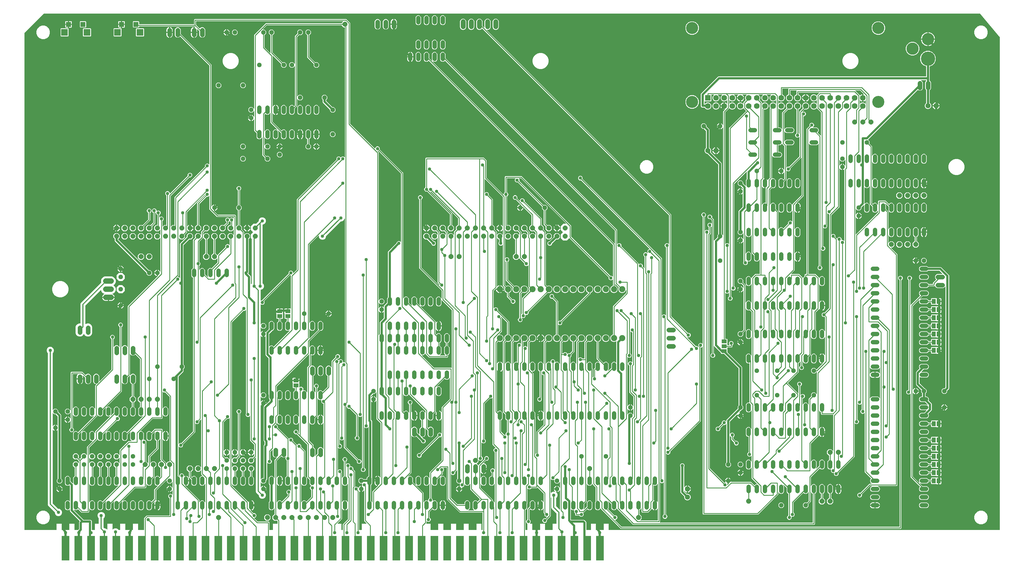
<source format=gbl>
G04 EAGLE Gerber RS-274X export*
G75*
%MOMM*%
%FSLAX34Y34*%
%LPD*%
%INBottom Copper*%
%IPPOS*%
%AMOC8*
5,1,8,0,0,1.08239X$1,22.5*%
G01*
%ADD10R,2.362200X7.620000*%
%ADD11C,1.320800*%
%ADD12P,1.539592X8X22.500000*%
%ADD13C,1.905000*%
%ADD14C,1.422400*%
%ADD15C,1.524000*%
%ADD16P,1.429621X8X22.500000*%
%ADD17P,1.429621X8X292.500000*%
%ADD18P,1.429621X8X202.500000*%
%ADD19P,1.429621X8X112.500000*%
%ADD20R,1.524000X1.524000*%
%ADD21R,2.095500X2.095500*%
%ADD22P,1.649562X8X22.500000*%
%ADD23P,1.649562X8X202.500000*%
%ADD24R,1.778000X1.778000*%
%ADD25C,1.778000*%
%ADD26C,3.766000*%
%ADD27R,1.600200X1.168400*%
%ADD28P,1.732040X8X112.500000*%
%ADD29C,1.600200*%
%ADD30P,1.732040X8X22.500000*%
%ADD31R,1.168400X1.600200*%
%ADD32P,1.539592X8X292.500000*%
%ADD33C,4.445000*%
%ADD34C,3.810000*%
%ADD35C,1.676400*%
%ADD36C,0.254000*%
%ADD37C,1.016000*%
%ADD38C,0.711200*%
%ADD39C,0.304800*%

G36*
X41168Y-38858D02*
X41168Y-38858D01*
X41187Y-38860D01*
X41289Y-38838D01*
X41391Y-38822D01*
X41408Y-38812D01*
X41428Y-38808D01*
X41517Y-38755D01*
X41608Y-38706D01*
X41622Y-38692D01*
X41639Y-38682D01*
X41706Y-38603D01*
X41778Y-38528D01*
X41786Y-38510D01*
X41799Y-38495D01*
X41838Y-38399D01*
X41881Y-38305D01*
X41883Y-38285D01*
X41891Y-38267D01*
X41909Y-38100D01*
X41909Y-19050D01*
X41910Y-19049D01*
X57658Y-19049D01*
X57659Y-19050D01*
X57659Y-38100D01*
X57662Y-38120D01*
X57660Y-38139D01*
X57682Y-38241D01*
X57698Y-38343D01*
X57708Y-38360D01*
X57712Y-38380D01*
X57765Y-38469D01*
X57814Y-38560D01*
X57828Y-38574D01*
X57838Y-38591D01*
X57917Y-38658D01*
X57992Y-38730D01*
X58010Y-38738D01*
X58025Y-38751D01*
X58121Y-38790D01*
X58215Y-38833D01*
X58235Y-38835D01*
X58253Y-38843D01*
X58420Y-38861D01*
X80772Y-38861D01*
X80792Y-38858D01*
X80811Y-38860D01*
X80913Y-38838D01*
X81015Y-38822D01*
X81032Y-38812D01*
X81052Y-38808D01*
X81141Y-38755D01*
X81232Y-38706D01*
X81246Y-38692D01*
X81263Y-38682D01*
X81330Y-38603D01*
X81402Y-38528D01*
X81410Y-38510D01*
X81423Y-38495D01*
X81462Y-38399D01*
X81505Y-38305D01*
X81507Y-38285D01*
X81515Y-38267D01*
X81533Y-38100D01*
X81533Y-19050D01*
X81534Y-19049D01*
X97282Y-19049D01*
X97283Y-19050D01*
X97283Y-38100D01*
X97286Y-38120D01*
X97284Y-38139D01*
X97306Y-38241D01*
X97322Y-38343D01*
X97332Y-38360D01*
X97336Y-38380D01*
X97389Y-38469D01*
X97438Y-38560D01*
X97452Y-38574D01*
X97462Y-38591D01*
X97541Y-38658D01*
X97616Y-38730D01*
X97634Y-38738D01*
X97649Y-38751D01*
X97745Y-38790D01*
X97839Y-38833D01*
X97859Y-38835D01*
X97877Y-38843D01*
X98044Y-38861D01*
X108495Y-38861D01*
X108585Y-38847D01*
X108676Y-38839D01*
X108706Y-38827D01*
X108738Y-38822D01*
X108818Y-38779D01*
X108902Y-38743D01*
X108934Y-38717D01*
X108955Y-38706D01*
X108977Y-38683D01*
X109033Y-38638D01*
X111663Y-36008D01*
X111716Y-35934D01*
X111776Y-35865D01*
X111788Y-35835D01*
X111807Y-35808D01*
X111834Y-35721D01*
X111868Y-35636D01*
X111872Y-35596D01*
X111879Y-35573D01*
X111878Y-35541D01*
X111886Y-35470D01*
X111886Y-14763D01*
X112737Y-12709D01*
X113796Y-11651D01*
X113807Y-11635D01*
X113823Y-11622D01*
X113879Y-11535D01*
X113939Y-11451D01*
X113945Y-11432D01*
X113956Y-11415D01*
X113981Y-11315D01*
X114011Y-11216D01*
X114011Y-11196D01*
X114016Y-11177D01*
X114008Y-11074D01*
X114005Y-10970D01*
X113998Y-10951D01*
X113997Y-10931D01*
X113956Y-10837D01*
X113921Y-10739D01*
X113908Y-10723D01*
X113900Y-10705D01*
X113796Y-10574D01*
X85841Y17380D01*
X84162Y19059D01*
X83311Y21113D01*
X83311Y24555D01*
X83300Y24626D01*
X83298Y24698D01*
X83280Y24747D01*
X83272Y24798D01*
X83238Y24861D01*
X83213Y24929D01*
X83181Y24969D01*
X83156Y25015D01*
X83104Y25065D01*
X83060Y25121D01*
X83016Y25149D01*
X82978Y25185D01*
X82913Y25215D01*
X82853Y25254D01*
X82802Y25266D01*
X82755Y25288D01*
X82684Y25296D01*
X82614Y25314D01*
X82562Y25310D01*
X82511Y25315D01*
X82440Y25300D01*
X82369Y25295D01*
X82321Y25274D01*
X82270Y25263D01*
X82209Y25226D01*
X82143Y25198D01*
X82087Y25154D01*
X82059Y25137D01*
X82044Y25119D01*
X82012Y25094D01*
X81092Y24174D01*
X77918Y22859D01*
X74482Y22859D01*
X71308Y24174D01*
X68878Y26604D01*
X67563Y29778D01*
X67563Y46422D01*
X68878Y49596D01*
X71308Y52026D01*
X74482Y53341D01*
X77918Y53341D01*
X81092Y52026D01*
X82012Y51106D01*
X82070Y51065D01*
X82122Y51015D01*
X82169Y50993D01*
X82211Y50963D01*
X82280Y50942D01*
X82345Y50912D01*
X82397Y50906D01*
X82447Y50891D01*
X82518Y50892D01*
X82589Y50885D01*
X82640Y50896D01*
X82692Y50897D01*
X82760Y50922D01*
X82830Y50937D01*
X82875Y50963D01*
X82923Y50981D01*
X82979Y51026D01*
X83041Y51063D01*
X83075Y51103D01*
X83115Y51135D01*
X83154Y51195D01*
X83201Y51250D01*
X83220Y51298D01*
X83248Y51342D01*
X83266Y51411D01*
X83293Y51478D01*
X83301Y51549D01*
X83309Y51580D01*
X83307Y51604D01*
X83311Y51645D01*
X83311Y98970D01*
X83297Y99060D01*
X83289Y99151D01*
X83277Y99181D01*
X83272Y99212D01*
X83229Y99293D01*
X83193Y99377D01*
X83167Y99409D01*
X83156Y99430D01*
X83133Y99452D01*
X83088Y99508D01*
X82196Y100401D01*
X82179Y100412D01*
X82167Y100428D01*
X82080Y100484D01*
X81996Y100544D01*
X81977Y100550D01*
X81960Y100561D01*
X81860Y100586D01*
X81761Y100617D01*
X81741Y100616D01*
X81721Y100621D01*
X81618Y100613D01*
X81515Y100610D01*
X81496Y100603D01*
X81476Y100602D01*
X81381Y100561D01*
X81284Y100526D01*
X81268Y100513D01*
X81250Y100506D01*
X81119Y100401D01*
X81092Y100374D01*
X77918Y99059D01*
X74482Y99059D01*
X71308Y100374D01*
X68878Y102804D01*
X67563Y105978D01*
X67563Y122622D01*
X68878Y125796D01*
X71308Y128226D01*
X74482Y129541D01*
X77918Y129541D01*
X81092Y128226D01*
X83522Y125796D01*
X84837Y122622D01*
X84837Y113882D01*
X84851Y113792D01*
X84859Y113701D01*
X84871Y113671D01*
X84876Y113639D01*
X84919Y113559D01*
X84955Y113475D01*
X84981Y113443D01*
X84992Y113422D01*
X85015Y113400D01*
X85060Y113344D01*
X91664Y106740D01*
X91722Y106698D01*
X91774Y106649D01*
X91821Y106627D01*
X91863Y106596D01*
X91932Y106575D01*
X91997Y106545D01*
X92049Y106539D01*
X92099Y106524D01*
X92170Y106526D01*
X92241Y106518D01*
X92292Y106529D01*
X92344Y106530D01*
X92412Y106555D01*
X92482Y106570D01*
X92526Y106597D01*
X92575Y106615D01*
X92631Y106660D01*
X92693Y106696D01*
X92727Y106736D01*
X92767Y106769D01*
X92806Y106829D01*
X92853Y106883D01*
X92872Y106932D01*
X92900Y106975D01*
X92918Y107045D01*
X92945Y107111D01*
X92953Y107183D01*
X92961Y107214D01*
X92959Y107237D01*
X92963Y107278D01*
X92963Y122622D01*
X94278Y125796D01*
X96708Y128226D01*
X97827Y128690D01*
X97927Y128751D01*
X98027Y128811D01*
X98031Y128816D01*
X98036Y128819D01*
X98111Y128909D01*
X98187Y128998D01*
X98189Y129004D01*
X98193Y129009D01*
X98235Y129117D01*
X98279Y129226D01*
X98280Y129234D01*
X98281Y129238D01*
X98282Y129257D01*
X98297Y129393D01*
X98297Y155194D01*
X98294Y155214D01*
X98296Y155233D01*
X98274Y155335D01*
X98258Y155437D01*
X98248Y155454D01*
X98244Y155474D01*
X98191Y155563D01*
X98142Y155654D01*
X98128Y155668D01*
X98118Y155685D01*
X98039Y155752D01*
X97964Y155824D01*
X97946Y155832D01*
X97931Y155845D01*
X97917Y155850D01*
X92455Y161312D01*
X92455Y168888D01*
X97812Y174245D01*
X105388Y174245D01*
X109698Y169935D01*
X109756Y169893D01*
X109808Y169844D01*
X109830Y169834D01*
X109832Y169832D01*
X109846Y169826D01*
X109855Y169822D01*
X109897Y169791D01*
X109966Y169770D01*
X110031Y169740D01*
X110083Y169734D01*
X110133Y169719D01*
X110204Y169721D01*
X110275Y169713D01*
X110326Y169724D01*
X110378Y169725D01*
X110446Y169750D01*
X110516Y169765D01*
X110561Y169792D01*
X110609Y169810D01*
X110665Y169855D01*
X110727Y169891D01*
X110761Y169931D01*
X110801Y169963D01*
X110840Y170024D01*
X110887Y170078D01*
X110906Y170127D01*
X110934Y170170D01*
X110952Y170240D01*
X110954Y170245D01*
X110969Y170278D01*
X110970Y170284D01*
X110979Y170306D01*
X110987Y170378D01*
X110995Y170409D01*
X110993Y170432D01*
X110997Y170473D01*
X110997Y176117D01*
X110983Y176207D01*
X110975Y176298D01*
X110963Y176327D01*
X110958Y176359D01*
X110915Y176440D01*
X110879Y176524D01*
X110853Y176556D01*
X110842Y176577D01*
X110819Y176599D01*
X110774Y176655D01*
X106269Y181160D01*
X106253Y181172D01*
X106241Y181187D01*
X106153Y181243D01*
X106069Y181304D01*
X106050Y181309D01*
X106034Y181320D01*
X105933Y181346D01*
X105834Y181376D01*
X105814Y181375D01*
X105795Y181380D01*
X105692Y181372D01*
X105589Y181370D01*
X105570Y181363D01*
X105550Y181361D01*
X105536Y181355D01*
X97812Y181355D01*
X92455Y186712D01*
X92455Y194288D01*
X97812Y199645D01*
X105388Y199645D01*
X110745Y194288D01*
X110745Y186540D01*
X110724Y186473D01*
X110725Y186453D01*
X110720Y186433D01*
X110728Y186330D01*
X110730Y186227D01*
X110737Y186208D01*
X110739Y186188D01*
X110779Y186093D01*
X110815Y185996D01*
X110827Y185980D01*
X110835Y185962D01*
X110940Y185831D01*
X113762Y183009D01*
X113778Y182997D01*
X113790Y182982D01*
X113878Y182926D01*
X113961Y182866D01*
X113980Y182860D01*
X113997Y182849D01*
X114098Y182824D01*
X114197Y182793D01*
X114216Y182794D01*
X114236Y182789D01*
X114339Y182797D01*
X114442Y182800D01*
X114461Y182806D01*
X114481Y182808D01*
X114576Y182848D01*
X114673Y182884D01*
X114689Y182896D01*
X114707Y182904D01*
X114838Y183009D01*
X117660Y185831D01*
X117672Y185847D01*
X117687Y185859D01*
X117743Y185947D01*
X117804Y186031D01*
X117809Y186050D01*
X117820Y186066D01*
X117846Y186167D01*
X117876Y186266D01*
X117875Y186286D01*
X117880Y186305D01*
X117872Y186408D01*
X117870Y186511D01*
X117863Y186530D01*
X117861Y186550D01*
X117855Y186564D01*
X117855Y194288D01*
X123212Y199645D01*
X130788Y199645D01*
X135098Y195335D01*
X135156Y195293D01*
X135208Y195244D01*
X135255Y195222D01*
X135297Y195191D01*
X135366Y195170D01*
X135431Y195140D01*
X135483Y195134D01*
X135533Y195119D01*
X135604Y195121D01*
X135675Y195113D01*
X135726Y195124D01*
X135778Y195125D01*
X135846Y195150D01*
X135916Y195165D01*
X135961Y195192D01*
X136009Y195210D01*
X136065Y195255D01*
X136127Y195291D01*
X136161Y195331D01*
X136201Y195363D01*
X136240Y195424D01*
X136287Y195478D01*
X136306Y195527D01*
X136334Y195570D01*
X136352Y195640D01*
X136379Y195706D01*
X136387Y195778D01*
X136395Y195809D01*
X136393Y195832D01*
X136397Y195873D01*
X136397Y220443D01*
X153414Y237460D01*
X153456Y237518D01*
X153505Y237570D01*
X153527Y237617D01*
X153558Y237659D01*
X153579Y237728D01*
X153609Y237793D01*
X153615Y237845D01*
X153630Y237895D01*
X153628Y237966D01*
X153636Y238037D01*
X153625Y238088D01*
X153624Y238140D01*
X153599Y238208D01*
X153584Y238278D01*
X153557Y238323D01*
X153539Y238371D01*
X153494Y238427D01*
X153457Y238489D01*
X153418Y238523D01*
X153385Y238563D01*
X153325Y238602D01*
X153271Y238649D01*
X153222Y238668D01*
X153178Y238696D01*
X153109Y238714D01*
X153042Y238741D01*
X152971Y238749D01*
X152940Y238757D01*
X152917Y238755D01*
X152876Y238759D01*
X150682Y238759D01*
X147508Y240074D01*
X145078Y242504D01*
X143763Y245678D01*
X143763Y262322D01*
X145078Y265496D01*
X147508Y267926D01*
X150682Y269241D01*
X154118Y269241D01*
X157292Y267926D01*
X159722Y265496D01*
X160333Y264022D01*
X160384Y263939D01*
X160430Y263853D01*
X160448Y263835D01*
X160462Y263813D01*
X160538Y263750D01*
X160608Y263683D01*
X160632Y263672D01*
X160652Y263656D01*
X160743Y263621D01*
X160831Y263580D01*
X160857Y263577D01*
X160881Y263568D01*
X160979Y263563D01*
X161075Y263553D01*
X161101Y263558D01*
X161127Y263557D01*
X161221Y263584D01*
X161316Y263605D01*
X161338Y263618D01*
X161363Y263626D01*
X161443Y263681D01*
X161527Y263731D01*
X161544Y263751D01*
X161565Y263766D01*
X161624Y263844D01*
X161687Y263918D01*
X161697Y263942D01*
X161712Y263963D01*
X161742Y264056D01*
X161779Y264146D01*
X161782Y264179D01*
X161788Y264197D01*
X161788Y264230D01*
X161797Y264313D01*
X161797Y268068D01*
X208649Y314919D01*
X208705Y314998D01*
X208767Y315073D01*
X208777Y315098D01*
X208792Y315119D01*
X208821Y315212D01*
X208856Y315303D01*
X208857Y315329D01*
X208864Y315354D01*
X208862Y315452D01*
X208866Y315549D01*
X208859Y315574D01*
X208858Y315600D01*
X208825Y315692D01*
X208798Y315785D01*
X208783Y315806D01*
X208774Y315831D01*
X208713Y315907D01*
X208657Y315987D01*
X208636Y316003D01*
X208620Y316023D01*
X208538Y316076D01*
X208460Y316134D01*
X208435Y316142D01*
X208413Y316156D01*
X208319Y316180D01*
X208226Y316210D01*
X208200Y316210D01*
X208175Y316216D01*
X208078Y316209D01*
X207980Y316208D01*
X207949Y316199D01*
X207929Y316197D01*
X207899Y316184D01*
X207819Y316161D01*
X204918Y314959D01*
X201482Y314959D01*
X198308Y316274D01*
X195878Y318704D01*
X194563Y321878D01*
X194563Y338522D01*
X195765Y341423D01*
X195787Y341518D01*
X195816Y341611D01*
X195815Y341637D01*
X195821Y341662D01*
X195812Y341759D01*
X195809Y341857D01*
X195800Y341881D01*
X195798Y341907D01*
X195758Y341996D01*
X195725Y342088D01*
X195709Y342108D01*
X195698Y342132D01*
X195632Y342204D01*
X195571Y342280D01*
X195549Y342294D01*
X195532Y342313D01*
X195446Y342360D01*
X195364Y342413D01*
X195339Y342419D01*
X195316Y342432D01*
X195220Y342449D01*
X195126Y342473D01*
X195100Y342471D01*
X195074Y342475D01*
X194977Y342461D01*
X194881Y342454D01*
X194857Y342443D01*
X194831Y342440D01*
X194744Y342395D01*
X194654Y342357D01*
X194629Y342337D01*
X194611Y342328D01*
X194588Y342304D01*
X194523Y342253D01*
X186660Y334389D01*
X186607Y334315D01*
X186547Y334246D01*
X186535Y334215D01*
X186516Y334189D01*
X186489Y334102D01*
X186455Y334017D01*
X186451Y333976D01*
X186444Y333954D01*
X186445Y333922D01*
X186437Y333851D01*
X186437Y321878D01*
X185122Y318704D01*
X182692Y316274D01*
X179518Y314959D01*
X176082Y314959D01*
X172908Y316274D01*
X170478Y318704D01*
X169867Y320178D01*
X169816Y320261D01*
X169770Y320347D01*
X169752Y320365D01*
X169738Y320387D01*
X169662Y320450D01*
X169592Y320517D01*
X169568Y320528D01*
X169548Y320544D01*
X169457Y320579D01*
X169369Y320620D01*
X169343Y320623D01*
X169319Y320632D01*
X169221Y320637D01*
X169125Y320647D01*
X169099Y320642D01*
X169073Y320643D01*
X168979Y320616D01*
X168884Y320595D01*
X168862Y320582D01*
X168837Y320574D01*
X168757Y320519D01*
X168673Y320469D01*
X168656Y320449D01*
X168635Y320434D01*
X168576Y320356D01*
X168513Y320282D01*
X168503Y320258D01*
X168488Y320237D01*
X168458Y320144D01*
X168421Y320054D01*
X168418Y320021D01*
X168412Y320003D01*
X168412Y319970D01*
X168403Y319887D01*
X168403Y316132D01*
X166245Y313974D01*
X121551Y269281D01*
X121495Y269202D01*
X121433Y269127D01*
X121423Y269102D01*
X121408Y269081D01*
X121379Y268988D01*
X121344Y268897D01*
X121343Y268871D01*
X121336Y268846D01*
X121338Y268748D01*
X121334Y268651D01*
X121341Y268626D01*
X121342Y268600D01*
X121375Y268508D01*
X121402Y268415D01*
X121417Y268394D01*
X121426Y268369D01*
X121487Y268293D01*
X121543Y268213D01*
X121564Y268197D01*
X121580Y268177D01*
X121662Y268124D01*
X121740Y268066D01*
X121765Y268058D01*
X121787Y268044D01*
X121881Y268020D01*
X121974Y267990D01*
X122000Y267990D01*
X122025Y267984D01*
X122122Y267991D01*
X122220Y267992D01*
X122251Y268001D01*
X122271Y268003D01*
X122301Y268016D01*
X122381Y268039D01*
X125282Y269241D01*
X128718Y269241D01*
X131892Y267926D01*
X134322Y265496D01*
X135637Y262322D01*
X135637Y245678D01*
X134322Y242504D01*
X131892Y240074D01*
X128718Y238759D01*
X125282Y238759D01*
X122108Y240074D01*
X119678Y242504D01*
X118363Y245678D01*
X118363Y262322D01*
X119565Y265223D01*
X119587Y265318D01*
X119616Y265411D01*
X119615Y265437D01*
X119621Y265462D01*
X119612Y265559D01*
X119609Y265657D01*
X119600Y265681D01*
X119598Y265707D01*
X119558Y265796D01*
X119525Y265888D01*
X119509Y265908D01*
X119498Y265932D01*
X119432Y266004D01*
X119371Y266080D01*
X119349Y266094D01*
X119332Y266113D01*
X119246Y266160D01*
X119164Y266213D01*
X119139Y266219D01*
X119116Y266232D01*
X119020Y266249D01*
X118926Y266273D01*
X118900Y266271D01*
X118874Y266275D01*
X118777Y266261D01*
X118681Y266254D01*
X118657Y266243D01*
X118631Y266240D01*
X118544Y266195D01*
X118454Y266157D01*
X118429Y266137D01*
X118411Y266128D01*
X118388Y266104D01*
X118323Y266053D01*
X110460Y258189D01*
X110407Y258115D01*
X110347Y258046D01*
X110335Y258015D01*
X110316Y257989D01*
X110289Y257902D01*
X110255Y257817D01*
X110251Y257776D01*
X110244Y257754D01*
X110245Y257722D01*
X110237Y257651D01*
X110237Y245678D01*
X108922Y242504D01*
X106492Y240074D01*
X103318Y238759D01*
X99882Y238759D01*
X96708Y240074D01*
X94278Y242504D01*
X92963Y245678D01*
X92963Y262322D01*
X94278Y265496D01*
X96708Y267926D01*
X99882Y269241D01*
X103318Y269241D01*
X106492Y267926D01*
X108135Y266283D01*
X108152Y266271D01*
X108164Y266256D01*
X108251Y266199D01*
X108335Y266139D01*
X108354Y266133D01*
X108371Y266123D01*
X108472Y266097D01*
X108570Y266067D01*
X108590Y266067D01*
X108610Y266063D01*
X108712Y266071D01*
X108816Y266073D01*
X108835Y266080D01*
X108855Y266082D01*
X108949Y266122D01*
X109047Y266158D01*
X109063Y266170D01*
X109081Y266178D01*
X109212Y266283D01*
X157849Y314919D01*
X157905Y314998D01*
X157967Y315073D01*
X157977Y315098D01*
X157992Y315119D01*
X158021Y315212D01*
X158056Y315303D01*
X158057Y315329D01*
X158064Y315354D01*
X158062Y315452D01*
X158066Y315549D01*
X158059Y315574D01*
X158058Y315600D01*
X158025Y315692D01*
X157998Y315785D01*
X157983Y315806D01*
X157974Y315831D01*
X157913Y315907D01*
X157857Y315987D01*
X157836Y316003D01*
X157820Y316023D01*
X157738Y316076D01*
X157660Y316134D01*
X157635Y316142D01*
X157613Y316156D01*
X157519Y316180D01*
X157426Y316210D01*
X157400Y316210D01*
X157375Y316216D01*
X157278Y316209D01*
X157180Y316208D01*
X157149Y316199D01*
X157129Y316197D01*
X157099Y316184D01*
X157019Y316161D01*
X154118Y314959D01*
X150682Y314959D01*
X147508Y316274D01*
X145078Y318704D01*
X143763Y321878D01*
X143763Y338522D01*
X145078Y341696D01*
X147508Y344126D01*
X150682Y345441D01*
X154118Y345441D01*
X157292Y344126D01*
X159722Y341696D01*
X160333Y340222D01*
X160384Y340139D01*
X160430Y340053D01*
X160448Y340035D01*
X160462Y340013D01*
X160538Y339950D01*
X160608Y339883D01*
X160632Y339872D01*
X160652Y339856D01*
X160743Y339821D01*
X160831Y339780D01*
X160857Y339777D01*
X160881Y339768D01*
X160979Y339763D01*
X161075Y339753D01*
X161101Y339758D01*
X161127Y339757D01*
X161221Y339784D01*
X161316Y339805D01*
X161338Y339818D01*
X161363Y339826D01*
X161443Y339881D01*
X161527Y339931D01*
X161544Y339951D01*
X161565Y339966D01*
X161624Y340044D01*
X161687Y340118D01*
X161697Y340142D01*
X161712Y340163D01*
X161742Y340256D01*
X161779Y340346D01*
X161782Y340379D01*
X161788Y340397D01*
X161788Y340430D01*
X161797Y340513D01*
X161797Y410943D01*
X165098Y414244D01*
X165140Y414302D01*
X165189Y414354D01*
X165211Y414401D01*
X165242Y414443D01*
X165263Y414512D01*
X165293Y414577D01*
X165299Y414629D01*
X165314Y414679D01*
X165312Y414750D01*
X165320Y414821D01*
X165309Y414872D01*
X165308Y414924D01*
X165283Y414992D01*
X165268Y415062D01*
X165241Y415107D01*
X165223Y415155D01*
X165178Y415211D01*
X165141Y415273D01*
X165102Y415307D01*
X165069Y415347D01*
X165009Y415386D01*
X164955Y415433D01*
X164906Y415452D01*
X164862Y415480D01*
X164793Y415498D01*
X164726Y415525D01*
X164655Y415533D01*
X164624Y415541D01*
X164601Y415539D01*
X164560Y415543D01*
X163281Y415543D01*
X159920Y416935D01*
X157347Y419508D01*
X155955Y422869D01*
X155955Y440731D01*
X157347Y444092D01*
X159920Y446665D01*
X163281Y448057D01*
X166919Y448057D01*
X170280Y446665D01*
X172853Y444092D01*
X174245Y440731D01*
X174245Y425228D01*
X174256Y425158D01*
X174258Y425086D01*
X174276Y425037D01*
X174284Y424986D01*
X174318Y424922D01*
X174343Y424855D01*
X174375Y424814D01*
X174400Y424768D01*
X174452Y424719D01*
X174496Y424663D01*
X174540Y424635D01*
X174578Y424599D01*
X174643Y424569D01*
X174703Y424530D01*
X174754Y424517D01*
X174801Y424495D01*
X174872Y424487D01*
X174942Y424470D01*
X174994Y424474D01*
X175045Y424468D01*
X175116Y424483D01*
X175187Y424489D01*
X175235Y424509D01*
X175286Y424520D01*
X175347Y424557D01*
X175413Y424585D01*
X175469Y424630D01*
X175497Y424647D01*
X175512Y424664D01*
X175544Y424690D01*
X212374Y461520D01*
X212419Y461582D01*
X212448Y461613D01*
X212454Y461625D01*
X212487Y461663D01*
X212499Y461694D01*
X212518Y461720D01*
X212545Y461807D01*
X212579Y461892D01*
X212583Y461933D01*
X212590Y461955D01*
X212589Y461987D01*
X212597Y462058D01*
X212597Y555136D01*
X212579Y555250D01*
X212561Y555367D01*
X212559Y555372D01*
X212558Y555378D01*
X212503Y555481D01*
X212450Y555586D01*
X212445Y555590D01*
X212442Y555596D01*
X212358Y555676D01*
X212274Y555758D01*
X212268Y555762D01*
X212264Y555765D01*
X212247Y555773D01*
X212127Y555839D01*
X211871Y555945D01*
X209870Y557946D01*
X208787Y560560D01*
X208787Y563390D01*
X209870Y566004D01*
X211871Y568005D01*
X214485Y569088D01*
X217315Y569088D01*
X219929Y568005D01*
X221930Y566004D01*
X223013Y563390D01*
X223013Y560560D01*
X221930Y557946D01*
X219929Y555945D01*
X219673Y555839D01*
X219574Y555778D01*
X219473Y555717D01*
X219469Y555713D01*
X219464Y555709D01*
X219390Y555620D01*
X219313Y555531D01*
X219311Y555525D01*
X219307Y555520D01*
X219265Y555412D01*
X219221Y555302D01*
X219220Y555295D01*
X219219Y555290D01*
X219218Y555272D01*
X219203Y555136D01*
X219203Y532848D01*
X219218Y532752D01*
X219228Y532655D01*
X219238Y532631D01*
X219242Y532606D01*
X219288Y532520D01*
X219328Y532431D01*
X219345Y532411D01*
X219358Y532388D01*
X219428Y532321D01*
X219494Y532249D01*
X219517Y532237D01*
X219536Y532219D01*
X219624Y532178D01*
X219710Y532131D01*
X219735Y532126D01*
X219759Y532115D01*
X219856Y532104D01*
X219952Y532087D01*
X219978Y532091D01*
X220003Y532088D01*
X220098Y532109D01*
X220195Y532123D01*
X220218Y532135D01*
X220244Y532140D01*
X220327Y532190D01*
X220414Y532234D01*
X220433Y532253D01*
X220455Y532267D01*
X220518Y532341D01*
X220586Y532410D01*
X220602Y532439D01*
X220615Y532453D01*
X220627Y532484D01*
X220667Y532557D01*
X220847Y532992D01*
X223420Y535565D01*
X226781Y536957D01*
X230419Y536957D01*
X233780Y535565D01*
X236353Y532992D01*
X236533Y532557D01*
X236584Y532474D01*
X236630Y532388D01*
X236649Y532370D01*
X236662Y532348D01*
X236737Y532286D01*
X236808Y532219D01*
X236832Y532208D01*
X236852Y532191D01*
X236943Y532156D01*
X237031Y532115D01*
X237057Y532112D01*
X237081Y532103D01*
X237179Y532099D01*
X237275Y532088D01*
X237301Y532094D01*
X237327Y532093D01*
X237421Y532120D01*
X237516Y532140D01*
X237538Y532154D01*
X237563Y532161D01*
X237643Y532217D01*
X237727Y532267D01*
X237744Y532286D01*
X237765Y532301D01*
X237823Y532379D01*
X237887Y532453D01*
X237897Y532478D01*
X237912Y532499D01*
X237942Y532591D01*
X237979Y532682D01*
X237982Y532714D01*
X237988Y532733D01*
X237988Y532766D01*
X237997Y532848D01*
X237997Y593236D01*
X237979Y593350D01*
X237961Y593467D01*
X237959Y593472D01*
X237958Y593478D01*
X237903Y593581D01*
X237850Y593686D01*
X237845Y593690D01*
X237842Y593696D01*
X237758Y593776D01*
X237674Y593858D01*
X237668Y593862D01*
X237664Y593865D01*
X237647Y593873D01*
X237527Y593939D01*
X237271Y594045D01*
X235270Y596046D01*
X234187Y598660D01*
X234187Y601490D01*
X235270Y604104D01*
X237271Y606105D01*
X239885Y607188D01*
X242715Y607188D01*
X245329Y606105D01*
X247330Y604104D01*
X248413Y601490D01*
X248413Y598660D01*
X247330Y596046D01*
X245329Y594045D01*
X245073Y593939D01*
X244974Y593878D01*
X244873Y593817D01*
X244869Y593813D01*
X244864Y593809D01*
X244790Y593720D01*
X244713Y593631D01*
X244711Y593625D01*
X244707Y593620D01*
X244665Y593512D01*
X244621Y593402D01*
X244620Y593395D01*
X244619Y593390D01*
X244618Y593372D01*
X244603Y593236D01*
X244603Y532848D01*
X244618Y532752D01*
X244628Y532655D01*
X244638Y532631D01*
X244642Y532606D01*
X244688Y532520D01*
X244728Y532431D01*
X244745Y532411D01*
X244758Y532388D01*
X244828Y532321D01*
X244894Y532249D01*
X244917Y532237D01*
X244936Y532219D01*
X245024Y532178D01*
X245110Y532131D01*
X245135Y532126D01*
X245159Y532115D01*
X245256Y532105D01*
X245352Y532087D01*
X245378Y532091D01*
X245403Y532088D01*
X245498Y532109D01*
X245595Y532123D01*
X245618Y532135D01*
X245644Y532140D01*
X245727Y532190D01*
X245814Y532235D01*
X245833Y532253D01*
X245855Y532267D01*
X245918Y532341D01*
X245986Y532410D01*
X246002Y532439D01*
X246015Y532453D01*
X246027Y532484D01*
X246067Y532557D01*
X246247Y532992D01*
X248820Y535565D01*
X252181Y536957D01*
X255819Y536957D01*
X259180Y535565D01*
X261753Y532992D01*
X261933Y532557D01*
X261984Y532474D01*
X262030Y532388D01*
X262049Y532370D01*
X262062Y532348D01*
X262137Y532286D01*
X262208Y532219D01*
X262232Y532208D01*
X262252Y532191D01*
X262343Y532156D01*
X262431Y532115D01*
X262457Y532112D01*
X262481Y532103D01*
X262579Y532099D01*
X262675Y532088D01*
X262701Y532094D01*
X262727Y532093D01*
X262821Y532120D01*
X262916Y532140D01*
X262938Y532154D01*
X262963Y532161D01*
X263043Y532216D01*
X263127Y532267D01*
X263144Y532286D01*
X263165Y532301D01*
X263223Y532379D01*
X263287Y532453D01*
X263297Y532478D01*
X263312Y532499D01*
X263342Y532591D01*
X263379Y532682D01*
X263382Y532714D01*
X263388Y532733D01*
X263388Y532766D01*
X263397Y532848D01*
X263397Y658593D01*
X356900Y752096D01*
X356953Y752170D01*
X357013Y752239D01*
X357025Y752270D01*
X357044Y752296D01*
X357071Y752383D01*
X357105Y752468D01*
X357109Y752509D01*
X357116Y752531D01*
X357115Y752563D01*
X357123Y752634D01*
X357123Y761238D01*
X357122Y761247D01*
X357122Y761252D01*
X357120Y761261D01*
X357122Y761277D01*
X357100Y761379D01*
X357083Y761481D01*
X357074Y761498D01*
X357070Y761518D01*
X357017Y761607D01*
X356968Y761698D01*
X356954Y761712D01*
X356944Y761729D01*
X356865Y761796D01*
X356790Y761867D01*
X356772Y761876D01*
X356757Y761889D01*
X356661Y761927D01*
X356567Y761971D01*
X356547Y761973D01*
X356529Y761981D01*
X356362Y761999D01*
X355599Y761999D01*
X355599Y762001D01*
X356362Y762001D01*
X356382Y762004D01*
X356401Y762002D01*
X356503Y762024D01*
X356605Y762041D01*
X356622Y762050D01*
X356642Y762054D01*
X356731Y762107D01*
X356822Y762156D01*
X356836Y762170D01*
X356853Y762180D01*
X356920Y762259D01*
X356991Y762334D01*
X357000Y762352D01*
X357013Y762367D01*
X357052Y762463D01*
X357095Y762557D01*
X357097Y762577D01*
X357105Y762595D01*
X357123Y762762D01*
X357123Y771145D01*
X359388Y771145D01*
X363698Y766835D01*
X363756Y766793D01*
X363808Y766744D01*
X363855Y766722D01*
X363897Y766691D01*
X363966Y766670D01*
X364031Y766640D01*
X364083Y766634D01*
X364133Y766619D01*
X364204Y766621D01*
X364275Y766613D01*
X364326Y766624D01*
X364378Y766625D01*
X364446Y766650D01*
X364516Y766665D01*
X364561Y766692D01*
X364609Y766710D01*
X364665Y766755D01*
X364727Y766791D01*
X364761Y766831D01*
X364801Y766863D01*
X364840Y766924D01*
X364887Y766978D01*
X364906Y767027D01*
X364934Y767070D01*
X364952Y767140D01*
X364979Y767206D01*
X364987Y767278D01*
X364995Y767309D01*
X364993Y767332D01*
X364997Y767373D01*
X364997Y870208D01*
X364986Y870279D01*
X364984Y870351D01*
X364966Y870400D01*
X364958Y870451D01*
X364924Y870515D01*
X364899Y870582D01*
X364867Y870623D01*
X364842Y870669D01*
X364790Y870718D01*
X364746Y870774D01*
X364702Y870802D01*
X364664Y870838D01*
X364599Y870868D01*
X364539Y870907D01*
X364488Y870920D01*
X364441Y870942D01*
X364370Y870949D01*
X364300Y870967D01*
X364248Y870963D01*
X364197Y870969D01*
X364126Y870953D01*
X364055Y870948D01*
X364007Y870928D01*
X363956Y870916D01*
X363895Y870880D01*
X363829Y870852D01*
X363773Y870807D01*
X363745Y870790D01*
X363730Y870772D01*
X363698Y870747D01*
X359598Y866647D01*
X351602Y866647D01*
X345947Y872302D01*
X345947Y880298D01*
X351602Y885953D01*
X359598Y885953D01*
X363698Y881853D01*
X363756Y881811D01*
X363808Y881762D01*
X363855Y881740D01*
X363897Y881710D01*
X363966Y881689D01*
X364031Y881658D01*
X364083Y881653D01*
X364133Y881637D01*
X364204Y881639D01*
X364275Y881631D01*
X364326Y881642D01*
X364378Y881644D01*
X364446Y881668D01*
X364516Y881684D01*
X364561Y881710D01*
X364609Y881728D01*
X364665Y881773D01*
X364727Y881810D01*
X364761Y881849D01*
X364801Y881882D01*
X364840Y881942D01*
X364887Y881997D01*
X364906Y882045D01*
X364934Y882089D01*
X364952Y882158D01*
X364979Y882225D01*
X364987Y882296D01*
X364995Y882327D01*
X364993Y882351D01*
X364997Y882392D01*
X364997Y895608D01*
X364986Y895679D01*
X364984Y895751D01*
X364966Y895800D01*
X364958Y895851D01*
X364924Y895915D01*
X364899Y895982D01*
X364867Y896023D01*
X364842Y896069D01*
X364790Y896118D01*
X364746Y896174D01*
X364702Y896202D01*
X364664Y896238D01*
X364599Y896268D01*
X364539Y896307D01*
X364488Y896320D01*
X364441Y896342D01*
X364370Y896349D01*
X364300Y896367D01*
X364248Y896363D01*
X364197Y896369D01*
X364126Y896353D01*
X364055Y896348D01*
X364007Y896328D01*
X363956Y896316D01*
X363895Y896280D01*
X363829Y896252D01*
X363773Y896207D01*
X363745Y896190D01*
X363730Y896172D01*
X363698Y896147D01*
X359598Y892047D01*
X351602Y892047D01*
X345947Y897702D01*
X345947Y905698D01*
X351602Y911353D01*
X354711Y911353D01*
X354731Y911356D01*
X354750Y911354D01*
X354852Y911376D01*
X354954Y911392D01*
X354971Y911402D01*
X354991Y911406D01*
X355080Y911459D01*
X355171Y911508D01*
X355185Y911522D01*
X355202Y911532D01*
X355269Y911611D01*
X355341Y911686D01*
X355349Y911704D01*
X355362Y911719D01*
X355401Y911815D01*
X355444Y911909D01*
X355446Y911929D01*
X355454Y911947D01*
X355472Y912114D01*
X355472Y942486D01*
X355454Y942600D01*
X355436Y942717D01*
X355434Y942722D01*
X355433Y942728D01*
X355379Y942830D01*
X355325Y942936D01*
X355320Y942940D01*
X355317Y942946D01*
X355233Y943026D01*
X355149Y943108D01*
X355143Y943112D01*
X355139Y943115D01*
X355122Y943123D01*
X355002Y943189D01*
X354746Y943295D01*
X352745Y945296D01*
X351662Y947910D01*
X351662Y949366D01*
X351651Y949436D01*
X351649Y949508D01*
X351631Y949557D01*
X351623Y949608D01*
X351589Y949672D01*
X351564Y949739D01*
X351532Y949780D01*
X351507Y949826D01*
X351456Y949875D01*
X351411Y949931D01*
X351367Y949959D01*
X351329Y949995D01*
X351264Y950025D01*
X351204Y950064D01*
X351153Y950077D01*
X351106Y950099D01*
X351035Y950107D01*
X350965Y950124D01*
X350913Y950120D01*
X350862Y950126D01*
X350791Y950111D01*
X350720Y950105D01*
X350672Y950085D01*
X350621Y950074D01*
X350560Y950037D01*
X350494Y950009D01*
X350438Y949964D01*
X350410Y949947D01*
X350395Y949930D01*
X350363Y949904D01*
X350104Y949645D01*
X349848Y949539D01*
X349749Y949478D01*
X349648Y949417D01*
X349644Y949413D01*
X349639Y949409D01*
X349565Y949320D01*
X349488Y949231D01*
X349486Y949225D01*
X349482Y949220D01*
X349440Y949112D01*
X349396Y949002D01*
X349395Y948995D01*
X349394Y948990D01*
X349393Y948972D01*
X349378Y948836D01*
X349378Y916207D01*
X339899Y906728D01*
X339888Y906712D01*
X339872Y906700D01*
X339816Y906613D01*
X339756Y906529D01*
X339750Y906510D01*
X339739Y906493D01*
X339714Y906392D01*
X339683Y906294D01*
X339684Y906274D01*
X339679Y906254D01*
X339687Y906151D01*
X339690Y906048D01*
X339696Y906029D01*
X339698Y906009D01*
X339738Y905914D01*
X339774Y905817D01*
X339787Y905801D01*
X339794Y905783D01*
X339853Y905710D01*
X339853Y897702D01*
X334198Y892047D01*
X326202Y892047D01*
X320547Y897702D01*
X320547Y905698D01*
X326202Y911353D01*
X334210Y911353D01*
X334243Y911332D01*
X334293Y911289D01*
X334320Y911278D01*
X334352Y911256D01*
X334371Y911250D01*
X334387Y911239D01*
X334467Y911219D01*
X334521Y911197D01*
X334553Y911194D01*
X334587Y911183D01*
X334607Y911184D01*
X334626Y911179D01*
X334661Y911182D01*
X334688Y911179D01*
X334693Y911179D01*
X334745Y911187D01*
X334832Y911190D01*
X334851Y911196D01*
X334871Y911198D01*
X334909Y911214D01*
X334935Y911219D01*
X334989Y911247D01*
X335063Y911274D01*
X335079Y911287D01*
X335097Y911294D01*
X335134Y911324D01*
X335153Y911334D01*
X335173Y911355D01*
X335228Y911399D01*
X342549Y918720D01*
X342602Y918794D01*
X342662Y918863D01*
X342674Y918894D01*
X342693Y918920D01*
X342720Y919007D01*
X342754Y919092D01*
X342758Y919133D01*
X342765Y919155D01*
X342764Y919187D01*
X342772Y919258D01*
X342772Y948836D01*
X342754Y948950D01*
X342736Y949067D01*
X342734Y949072D01*
X342733Y949078D01*
X342678Y949181D01*
X342625Y949286D01*
X342620Y949290D01*
X342617Y949296D01*
X342533Y949376D01*
X342449Y949458D01*
X342443Y949462D01*
X342439Y949465D01*
X342422Y949473D01*
X342302Y949539D01*
X342046Y949645D01*
X340045Y951646D01*
X338962Y954260D01*
X338962Y957090D01*
X340045Y959704D01*
X342046Y961705D01*
X344660Y962788D01*
X347490Y962788D01*
X350104Y961705D01*
X352105Y959704D01*
X353188Y957090D01*
X353188Y955634D01*
X353199Y955564D01*
X353201Y955492D01*
X353219Y955443D01*
X353227Y955392D01*
X353261Y955328D01*
X353286Y955261D01*
X353318Y955220D01*
X353343Y955174D01*
X353394Y955125D01*
X353439Y955069D01*
X353483Y955041D01*
X353521Y955005D01*
X353586Y954975D01*
X353646Y954936D01*
X353697Y954923D01*
X353744Y954901D01*
X353815Y954893D01*
X353885Y954876D01*
X353937Y954880D01*
X353988Y954874D01*
X354059Y954889D01*
X354130Y954895D01*
X354178Y954915D01*
X354229Y954926D01*
X354290Y954963D01*
X354356Y954991D01*
X354412Y955036D01*
X354440Y955053D01*
X354455Y955070D01*
X354487Y955096D01*
X354746Y955355D01*
X357360Y956438D01*
X360190Y956438D01*
X362804Y955355D01*
X364805Y953354D01*
X365888Y950740D01*
X365888Y947910D01*
X364805Y945296D01*
X362804Y943295D01*
X362548Y943189D01*
X362449Y943128D01*
X362348Y943067D01*
X362344Y943063D01*
X362339Y943059D01*
X362265Y942970D01*
X362188Y942881D01*
X362186Y942875D01*
X362182Y942870D01*
X362140Y942762D01*
X362096Y942652D01*
X362095Y942645D01*
X362094Y942640D01*
X362093Y942622D01*
X362078Y942486D01*
X362078Y935949D01*
X362089Y935879D01*
X362091Y935807D01*
X362109Y935758D01*
X362117Y935707D01*
X362151Y935643D01*
X362176Y935576D01*
X362208Y935535D01*
X362233Y935489D01*
X362285Y935440D01*
X362329Y935384D01*
X362373Y935356D01*
X362411Y935320D01*
X362476Y935290D01*
X362536Y935251D01*
X362587Y935238D01*
X362634Y935216D01*
X362705Y935208D01*
X362775Y935191D01*
X362827Y935195D01*
X362878Y935189D01*
X362949Y935204D01*
X363020Y935210D01*
X363068Y935230D01*
X363119Y935241D01*
X363180Y935278D01*
X363246Y935306D01*
X363302Y935351D01*
X363330Y935368D01*
X363345Y935385D01*
X363377Y935411D01*
X364271Y936305D01*
X366885Y937388D01*
X369715Y937388D01*
X372329Y936305D01*
X374330Y934304D01*
X375413Y931690D01*
X375413Y928860D01*
X374330Y926246D01*
X372329Y924245D01*
X372073Y924139D01*
X371974Y924078D01*
X371873Y924017D01*
X371869Y924013D01*
X371864Y924009D01*
X371790Y923920D01*
X371713Y923831D01*
X371711Y923825D01*
X371707Y923820D01*
X371665Y923712D01*
X371621Y923602D01*
X371620Y923595D01*
X371619Y923590D01*
X371618Y923572D01*
X371603Y923436D01*
X371603Y907792D01*
X371614Y907721D01*
X371616Y907649D01*
X371634Y907600D01*
X371642Y907549D01*
X371676Y907485D01*
X371701Y907418D01*
X371733Y907377D01*
X371758Y907331D01*
X371810Y907282D01*
X371854Y907226D01*
X371898Y907198D01*
X371936Y907162D01*
X372001Y907132D01*
X372061Y907093D01*
X372112Y907080D01*
X372159Y907058D01*
X372230Y907051D01*
X372300Y907033D01*
X372352Y907037D01*
X372403Y907031D01*
X372474Y907047D01*
X372545Y907052D01*
X372593Y907072D01*
X372644Y907084D01*
X372705Y907120D01*
X372771Y907148D01*
X372827Y907193D01*
X372855Y907210D01*
X372870Y907228D01*
X372902Y907253D01*
X377002Y911353D01*
X383286Y911353D01*
X383306Y911356D01*
X383325Y911354D01*
X383427Y911376D01*
X383529Y911392D01*
X383546Y911402D01*
X383566Y911406D01*
X383655Y911459D01*
X383746Y911508D01*
X383760Y911522D01*
X383777Y911532D01*
X383844Y911611D01*
X383916Y911686D01*
X383924Y911704D01*
X383937Y911719D01*
X383976Y911815D01*
X384019Y911909D01*
X384021Y911929D01*
X384029Y911947D01*
X384047Y912114D01*
X384047Y1002811D01*
X384028Y1002926D01*
X384011Y1003042D01*
X384009Y1003047D01*
X384008Y1003053D01*
X383953Y1003156D01*
X383900Y1003261D01*
X383895Y1003265D01*
X383892Y1003271D01*
X383807Y1003352D01*
X383724Y1003433D01*
X383718Y1003437D01*
X383714Y1003440D01*
X383697Y1003448D01*
X383577Y1003514D01*
X383321Y1003620D01*
X381320Y1005621D01*
X380237Y1008235D01*
X380237Y1011065D01*
X381320Y1013679D01*
X383321Y1015680D01*
X385935Y1016763D01*
X388765Y1016763D01*
X391379Y1015680D01*
X393380Y1013679D01*
X394463Y1011065D01*
X394463Y1010571D01*
X394474Y1010501D01*
X394476Y1010429D01*
X394494Y1010380D01*
X394502Y1010329D01*
X394536Y1010265D01*
X394561Y1010198D01*
X394593Y1010157D01*
X394618Y1010111D01*
X394669Y1010062D01*
X394714Y1010006D01*
X394758Y1009978D01*
X394796Y1009942D01*
X394861Y1009912D01*
X394921Y1009873D01*
X394972Y1009860D01*
X395019Y1009838D01*
X395090Y1009830D01*
X395160Y1009813D01*
X395212Y1009817D01*
X395263Y1009811D01*
X395334Y1009826D01*
X395405Y1009832D01*
X395453Y1009852D01*
X395504Y1009863D01*
X395565Y1009900D01*
X395631Y1009928D01*
X395687Y1009973D01*
X395715Y1009990D01*
X395730Y1010007D01*
X395762Y1010033D01*
X450028Y1064299D01*
X450097Y1064394D01*
X450166Y1064488D01*
X450168Y1064494D01*
X450172Y1064499D01*
X450206Y1064610D01*
X450243Y1064722D01*
X450243Y1064728D01*
X450244Y1064734D01*
X450241Y1064851D01*
X450240Y1064968D01*
X450238Y1064975D01*
X450238Y1064980D01*
X450232Y1064998D01*
X450193Y1065129D01*
X450087Y1065385D01*
X450087Y1068215D01*
X451170Y1070829D01*
X453171Y1072830D01*
X455785Y1073913D01*
X458615Y1073913D01*
X461229Y1072830D01*
X463230Y1070829D01*
X464313Y1068215D01*
X464313Y1065385D01*
X463230Y1062771D01*
X461229Y1060770D01*
X458615Y1059687D01*
X455785Y1059687D01*
X455529Y1059793D01*
X455416Y1059820D01*
X455302Y1059849D01*
X455295Y1059848D01*
X455289Y1059850D01*
X455173Y1059839D01*
X455056Y1059830D01*
X455051Y1059827D01*
X455044Y1059827D01*
X454937Y1059779D01*
X454830Y1059733D01*
X454824Y1059729D01*
X454820Y1059727D01*
X454806Y1059714D01*
X454699Y1059628D01*
X397226Y1002155D01*
X397173Y1002081D01*
X397113Y1002012D01*
X397101Y1001981D01*
X397082Y1001955D01*
X397055Y1001868D01*
X397021Y1001783D01*
X397017Y1001742D01*
X397010Y1001720D01*
X397011Y1001688D01*
X397003Y1001617D01*
X397003Y907792D01*
X397014Y907721D01*
X397016Y907649D01*
X397034Y907600D01*
X397042Y907549D01*
X397076Y907485D01*
X397101Y907418D01*
X397133Y907377D01*
X397158Y907331D01*
X397210Y907282D01*
X397254Y907226D01*
X397298Y907198D01*
X397336Y907162D01*
X397401Y907132D01*
X397461Y907093D01*
X397512Y907080D01*
X397559Y907058D01*
X397630Y907051D01*
X397700Y907033D01*
X397752Y907037D01*
X397803Y907031D01*
X397874Y907047D01*
X397945Y907052D01*
X397993Y907072D01*
X398044Y907084D01*
X398105Y907120D01*
X398171Y907148D01*
X398227Y907193D01*
X398255Y907210D01*
X398270Y907228D01*
X398302Y907253D01*
X402402Y911353D01*
X408686Y911353D01*
X408706Y911356D01*
X408725Y911354D01*
X408827Y911376D01*
X408929Y911392D01*
X408946Y911402D01*
X408966Y911406D01*
X409055Y911459D01*
X409146Y911508D01*
X409160Y911522D01*
X409177Y911532D01*
X409244Y911611D01*
X409316Y911686D01*
X409324Y911704D01*
X409337Y911719D01*
X409376Y911815D01*
X409419Y911909D01*
X409421Y911929D01*
X409429Y911947D01*
X409447Y912114D01*
X409447Y998318D01*
X504003Y1092874D01*
X504072Y1092969D01*
X504141Y1093063D01*
X504143Y1093069D01*
X504147Y1093074D01*
X504181Y1093185D01*
X504218Y1093297D01*
X504218Y1093303D01*
X504219Y1093309D01*
X504216Y1093426D01*
X504215Y1093543D01*
X504213Y1093550D01*
X504213Y1093555D01*
X504207Y1093573D01*
X504168Y1093704D01*
X504062Y1093960D01*
X504062Y1096790D01*
X505145Y1099404D01*
X507146Y1101405D01*
X509760Y1102488D01*
X512590Y1102488D01*
X515204Y1101405D01*
X516098Y1100511D01*
X516156Y1100469D01*
X516208Y1100420D01*
X516255Y1100398D01*
X516297Y1100368D01*
X516366Y1100347D01*
X516431Y1100316D01*
X516483Y1100311D01*
X516533Y1100295D01*
X516604Y1100297D01*
X516675Y1100289D01*
X516726Y1100300D01*
X516778Y1100302D01*
X516846Y1100326D01*
X516916Y1100341D01*
X516961Y1100368D01*
X517009Y1100386D01*
X517065Y1100431D01*
X517127Y1100468D01*
X517161Y1100507D01*
X517201Y1100540D01*
X517240Y1100600D01*
X517287Y1100655D01*
X517306Y1100703D01*
X517334Y1100747D01*
X517352Y1100816D01*
X517379Y1100883D01*
X517387Y1100954D01*
X517395Y1100985D01*
X517393Y1101009D01*
X517397Y1101049D01*
X517397Y1408017D01*
X517383Y1408107D01*
X517375Y1408198D01*
X517363Y1408227D01*
X517358Y1408259D01*
X517315Y1408340D01*
X517279Y1408424D01*
X517253Y1408456D01*
X517242Y1408477D01*
X517219Y1408499D01*
X517174Y1408555D01*
X427325Y1498404D01*
X427309Y1498416D01*
X427297Y1498431D01*
X427209Y1498487D01*
X427125Y1498548D01*
X427107Y1498553D01*
X427090Y1498564D01*
X426989Y1498590D01*
X426890Y1498620D01*
X426870Y1498619D01*
X426851Y1498624D01*
X426748Y1498616D01*
X426644Y1498614D01*
X426626Y1498607D01*
X426606Y1498605D01*
X426511Y1498565D01*
X426413Y1498529D01*
X426398Y1498517D01*
X426380Y1498509D01*
X426249Y1498404D01*
X424280Y1496435D01*
X420919Y1495043D01*
X417281Y1495043D01*
X413920Y1496435D01*
X411347Y1499008D01*
X409955Y1502369D01*
X409955Y1520231D01*
X411347Y1523592D01*
X413920Y1526165D01*
X417281Y1527557D01*
X420919Y1527557D01*
X424280Y1526165D01*
X426853Y1523592D01*
X428245Y1520231D01*
X428245Y1507141D01*
X428259Y1507051D01*
X428267Y1506960D01*
X428279Y1506931D01*
X428284Y1506899D01*
X428327Y1506818D01*
X428363Y1506734D01*
X428389Y1506702D01*
X428400Y1506681D01*
X428423Y1506659D01*
X428468Y1506603D01*
X524003Y1411068D01*
X524003Y970573D01*
X524014Y970502D01*
X524016Y970431D01*
X524034Y970382D01*
X524042Y970330D01*
X524076Y970267D01*
X524101Y970200D01*
X524133Y970159D01*
X524158Y970113D01*
X524210Y970064D01*
X524254Y970008D01*
X524298Y969979D01*
X524336Y969944D01*
X524401Y969913D01*
X524461Y969875D01*
X524512Y969862D01*
X524559Y969840D01*
X524630Y969832D01*
X524700Y969815D01*
X524752Y969819D01*
X524803Y969813D01*
X524874Y969828D01*
X524945Y969834D01*
X524993Y969854D01*
X525044Y969865D01*
X525105Y969902D01*
X525171Y969930D01*
X525227Y969975D01*
X525255Y969991D01*
X525270Y970009D01*
X525302Y970035D01*
X529612Y974345D01*
X531877Y974345D01*
X531877Y965962D01*
X531878Y965953D01*
X531878Y965949D01*
X531880Y965940D01*
X531878Y965923D01*
X531900Y965821D01*
X531917Y965719D01*
X531926Y965702D01*
X531930Y965682D01*
X531983Y965593D01*
X532032Y965502D01*
X532046Y965488D01*
X532056Y965471D01*
X532135Y965404D01*
X532210Y965333D01*
X532228Y965324D01*
X532243Y965311D01*
X532339Y965273D01*
X532433Y965229D01*
X532453Y965227D01*
X532471Y965219D01*
X532638Y965201D01*
X533401Y965201D01*
X533401Y965199D01*
X532638Y965199D01*
X532618Y965196D01*
X532599Y965198D01*
X532497Y965176D01*
X532395Y965159D01*
X532378Y965150D01*
X532358Y965146D01*
X532269Y965093D01*
X532178Y965044D01*
X532164Y965030D01*
X532147Y965020D01*
X532080Y964941D01*
X532009Y964866D01*
X532000Y964848D01*
X531987Y964833D01*
X531948Y964737D01*
X531905Y964643D01*
X531903Y964623D01*
X531895Y964605D01*
X531877Y964438D01*
X531877Y955834D01*
X531892Y955744D01*
X531899Y955653D01*
X531911Y955624D01*
X531917Y955592D01*
X531959Y955511D01*
X531995Y955427D01*
X532021Y955395D01*
X532032Y955374D01*
X532055Y955352D01*
X532100Y955296D01*
X544070Y943326D01*
X544144Y943273D01*
X544213Y943213D01*
X544244Y943201D01*
X544270Y943182D01*
X544357Y943155D01*
X544442Y943121D01*
X544483Y943117D01*
X544505Y943110D01*
X544537Y943111D01*
X544608Y943103D01*
X598268Y943103D01*
X600203Y941168D01*
X600203Y907792D01*
X600214Y907721D01*
X600216Y907649D01*
X600234Y907600D01*
X600242Y907549D01*
X600276Y907485D01*
X600301Y907418D01*
X600333Y907377D01*
X600358Y907331D01*
X600410Y907282D01*
X600454Y907226D01*
X600498Y907198D01*
X600536Y907162D01*
X600601Y907132D01*
X600661Y907093D01*
X600712Y907080D01*
X600759Y907058D01*
X600830Y907051D01*
X600900Y907033D01*
X600952Y907037D01*
X601003Y907031D01*
X601074Y907047D01*
X601145Y907052D01*
X601193Y907072D01*
X601244Y907084D01*
X601305Y907120D01*
X601371Y907148D01*
X601427Y907193D01*
X601455Y907210D01*
X601470Y907228D01*
X601502Y907253D01*
X605610Y911361D01*
X605677Y911376D01*
X605779Y911392D01*
X605796Y911402D01*
X605816Y911406D01*
X605905Y911459D01*
X605996Y911508D01*
X606010Y911522D01*
X606027Y911532D01*
X606094Y911611D01*
X606166Y911686D01*
X606174Y911704D01*
X606187Y911719D01*
X606226Y911815D01*
X606269Y911909D01*
X606271Y911929D01*
X606279Y911947D01*
X606297Y912114D01*
X606297Y955973D01*
X606283Y956063D01*
X606275Y956154D01*
X606263Y956184D01*
X606258Y956216D01*
X606215Y956297D01*
X606179Y956381D01*
X606153Y956413D01*
X606142Y956433D01*
X606119Y956456D01*
X606074Y956512D01*
X600963Y961623D01*
X600963Y968777D01*
X606074Y973888D01*
X606127Y973962D01*
X606187Y974032D01*
X606199Y974062D01*
X606218Y974088D01*
X606245Y974175D01*
X606279Y974260D01*
X606283Y974301D01*
X606290Y974323D01*
X606289Y974355D01*
X606297Y974427D01*
X606297Y1018686D01*
X606279Y1018800D01*
X606261Y1018917D01*
X606259Y1018922D01*
X606258Y1018928D01*
X606203Y1019031D01*
X606150Y1019136D01*
X606145Y1019140D01*
X606142Y1019146D01*
X606058Y1019226D01*
X605974Y1019308D01*
X605968Y1019312D01*
X605964Y1019315D01*
X605947Y1019323D01*
X605827Y1019389D01*
X605571Y1019495D01*
X603570Y1021496D01*
X602487Y1024110D01*
X602487Y1026940D01*
X603570Y1029554D01*
X605571Y1031555D01*
X608185Y1032638D01*
X611015Y1032638D01*
X613629Y1031555D01*
X615630Y1029554D01*
X616713Y1026940D01*
X616713Y1024110D01*
X615630Y1021496D01*
X613629Y1019495D01*
X613373Y1019389D01*
X613274Y1019328D01*
X613173Y1019267D01*
X613169Y1019263D01*
X613164Y1019259D01*
X613090Y1019170D01*
X613013Y1019081D01*
X613011Y1019075D01*
X613007Y1019070D01*
X612965Y1018962D01*
X612921Y1018852D01*
X612920Y1018845D01*
X612919Y1018840D01*
X612918Y1018822D01*
X612903Y1018686D01*
X612903Y974427D01*
X612917Y974337D01*
X612925Y974246D01*
X612937Y974216D01*
X612942Y974184D01*
X612985Y974103D01*
X613021Y974019D01*
X613047Y973987D01*
X613058Y973967D01*
X613081Y973944D01*
X613126Y973888D01*
X618237Y968777D01*
X618237Y961623D01*
X613126Y956512D01*
X613073Y956438D01*
X613013Y956368D01*
X613001Y956338D01*
X612982Y956312D01*
X612955Y956225D01*
X612921Y956140D01*
X612917Y956099D01*
X612910Y956077D01*
X612911Y956045D01*
X612903Y955973D01*
X612903Y912114D01*
X612906Y912094D01*
X612904Y912075D01*
X612926Y911973D01*
X612942Y911871D01*
X612952Y911854D01*
X612956Y911834D01*
X613009Y911745D01*
X613058Y911654D01*
X613072Y911640D01*
X613082Y911623D01*
X613161Y911556D01*
X613236Y911484D01*
X613254Y911476D01*
X613269Y911463D01*
X613365Y911424D01*
X613459Y911381D01*
X613479Y911379D01*
X613497Y911371D01*
X613590Y911361D01*
X619253Y905698D01*
X619253Y897690D01*
X619216Y897633D01*
X619156Y897548D01*
X619150Y897529D01*
X619139Y897513D01*
X619114Y897412D01*
X619083Y897313D01*
X619084Y897293D01*
X619079Y897274D01*
X619087Y897171D01*
X619090Y897068D01*
X619096Y897049D01*
X619098Y897029D01*
X619138Y896934D01*
X619174Y896837D01*
X619187Y896821D01*
X619194Y896803D01*
X619299Y896672D01*
X625603Y890368D01*
X625603Y882392D01*
X625614Y882321D01*
X625616Y882249D01*
X625634Y882200D01*
X625642Y882149D01*
X625676Y882085D01*
X625701Y882018D01*
X625733Y881977D01*
X625758Y881931D01*
X625810Y881882D01*
X625854Y881826D01*
X625898Y881798D01*
X625936Y881762D01*
X626001Y881732D01*
X626061Y881693D01*
X626112Y881680D01*
X626159Y881658D01*
X626230Y881651D01*
X626300Y881633D01*
X626352Y881637D01*
X626403Y881631D01*
X626474Y881647D01*
X626545Y881652D01*
X626593Y881672D01*
X626644Y881684D01*
X626705Y881720D01*
X626771Y881748D01*
X626827Y881793D01*
X626855Y881810D01*
X626870Y881828D01*
X626902Y881853D01*
X631002Y885953D01*
X638998Y885953D01*
X644653Y880298D01*
X644653Y872302D01*
X640812Y868461D01*
X640759Y868387D01*
X640699Y868317D01*
X640687Y868287D01*
X640668Y868261D01*
X640641Y868174D01*
X640607Y868089D01*
X640603Y868048D01*
X640596Y868026D01*
X640597Y867994D01*
X640589Y867922D01*
X640589Y764063D01*
X639738Y762009D01*
X639161Y761432D01*
X639107Y761358D01*
X639048Y761289D01*
X639036Y761259D01*
X639017Y761232D01*
X638990Y761145D01*
X638956Y761060D01*
X638952Y761020D01*
X638945Y760997D01*
X638946Y760965D01*
X638938Y760894D01*
X638938Y760585D01*
X638849Y760370D01*
X638822Y760257D01*
X638793Y760143D01*
X638794Y760136D01*
X638792Y760130D01*
X638803Y760014D01*
X638812Y759897D01*
X638815Y759892D01*
X638815Y759885D01*
X638863Y759777D01*
X638909Y759671D01*
X638913Y759665D01*
X638915Y759661D01*
X638928Y759647D01*
X639014Y759540D01*
X646088Y752466D01*
X646939Y750412D01*
X646939Y728083D01*
X646950Y728012D01*
X646952Y727940D01*
X646970Y727891D01*
X646978Y727840D01*
X647012Y727777D01*
X647037Y727709D01*
X647069Y727669D01*
X647094Y727623D01*
X647146Y727573D01*
X647190Y727517D01*
X647234Y727489D01*
X647272Y727453D01*
X647337Y727423D01*
X647397Y727384D01*
X647448Y727372D01*
X647495Y727350D01*
X647566Y727342D01*
X647636Y727324D01*
X647688Y727328D01*
X647739Y727323D01*
X647810Y727338D01*
X647881Y727343D01*
X647929Y727364D01*
X647980Y727375D01*
X648041Y727412D01*
X648107Y727440D01*
X648163Y727485D01*
X648191Y727501D01*
X648206Y727519D01*
X648238Y727545D01*
X649381Y728688D01*
X649434Y728762D01*
X649494Y728831D01*
X649506Y728861D01*
X649525Y728887D01*
X649552Y728974D01*
X649576Y729034D01*
X649576Y729035D01*
X649586Y729059D01*
X649590Y729100D01*
X649597Y729122D01*
X649596Y729155D01*
X649604Y729226D01*
X649604Y867382D01*
X649590Y867472D01*
X649582Y867563D01*
X649570Y867593D01*
X649565Y867625D01*
X649522Y867705D01*
X649486Y867789D01*
X649460Y867822D01*
X649449Y867842D01*
X649426Y867864D01*
X649381Y867920D01*
X646683Y870618D01*
X646683Y881982D01*
X653163Y888462D01*
X653175Y888478D01*
X653191Y888490D01*
X653247Y888578D01*
X653307Y888661D01*
X653313Y888680D01*
X653324Y888697D01*
X653349Y888798D01*
X653379Y888897D01*
X653379Y888916D01*
X653384Y888936D01*
X653376Y889039D01*
X653373Y889142D01*
X653366Y889161D01*
X653364Y889181D01*
X653324Y889276D01*
X653288Y889373D01*
X653276Y889389D01*
X653268Y889407D01*
X653163Y889538D01*
X646683Y896018D01*
X646683Y907382D01*
X654718Y915417D01*
X663024Y915417D01*
X663114Y915431D01*
X663205Y915439D01*
X663235Y915451D01*
X663267Y915456D01*
X663348Y915499D01*
X663431Y915535D01*
X663464Y915561D01*
X663484Y915572D01*
X663506Y915595D01*
X663562Y915640D01*
X669707Y921785D01*
X671225Y923303D01*
X671278Y923377D01*
X671338Y923446D01*
X671350Y923476D01*
X671369Y923502D01*
X671396Y923589D01*
X671430Y923674D01*
X671434Y923715D01*
X671441Y923737D01*
X671440Y923770D01*
X671448Y923841D01*
X671448Y926148D01*
X673150Y930256D01*
X676294Y933400D01*
X680402Y935102D01*
X684848Y935102D01*
X688956Y933400D01*
X692100Y930256D01*
X693802Y926148D01*
X693802Y921702D01*
X692100Y917594D01*
X688956Y914450D01*
X684848Y912748D01*
X684657Y912748D01*
X684637Y912745D01*
X684618Y912747D01*
X684516Y912725D01*
X684414Y912709D01*
X684397Y912699D01*
X684377Y912695D01*
X684288Y912642D01*
X684197Y912593D01*
X684183Y912579D01*
X684166Y912569D01*
X684099Y912490D01*
X684027Y912415D01*
X684019Y912397D01*
X684006Y912382D01*
X683967Y912286D01*
X683924Y912192D01*
X683922Y912172D01*
X683914Y912154D01*
X683896Y911987D01*
X683896Y729226D01*
X683898Y729212D01*
X683897Y729201D01*
X683909Y729142D01*
X683910Y729136D01*
X683918Y729045D01*
X683930Y729015D01*
X683935Y728983D01*
X683978Y728902D01*
X684014Y728819D01*
X684040Y728786D01*
X684051Y728766D01*
X684074Y728744D01*
X684119Y728688D01*
X685750Y727056D01*
X687452Y722948D01*
X687452Y718502D01*
X685750Y714394D01*
X682606Y711250D01*
X678498Y709548D01*
X678307Y709548D01*
X678287Y709545D01*
X678268Y709547D01*
X678166Y709525D01*
X678064Y709509D01*
X678047Y709499D01*
X678027Y709495D01*
X677938Y709442D01*
X677847Y709393D01*
X677833Y709379D01*
X677816Y709369D01*
X677749Y709290D01*
X677677Y709215D01*
X677669Y709197D01*
X677656Y709182D01*
X677617Y709086D01*
X677574Y708992D01*
X677572Y708972D01*
X677564Y708954D01*
X677546Y708787D01*
X677546Y676659D01*
X677553Y676614D01*
X677551Y676568D01*
X677573Y676493D01*
X677585Y676416D01*
X677607Y676376D01*
X677620Y676332D01*
X677664Y676268D01*
X677701Y676199D01*
X677734Y676167D01*
X677760Y676130D01*
X677823Y676083D01*
X677879Y676030D01*
X677921Y676010D01*
X677957Y675983D01*
X678031Y675959D01*
X678102Y675926D01*
X678148Y675921D01*
X678191Y675907D01*
X678269Y675907D01*
X678346Y675899D01*
X678391Y675909D01*
X678437Y675909D01*
X678569Y675947D01*
X678587Y675951D01*
X678591Y675954D01*
X678598Y675956D01*
X681210Y677038D01*
X681577Y677038D01*
X681667Y677052D01*
X681758Y677060D01*
X681787Y677072D01*
X681819Y677077D01*
X681900Y677120D01*
X681984Y677156D01*
X682016Y677182D01*
X682037Y677193D01*
X682059Y677216D01*
X682115Y677261D01*
X764353Y759499D01*
X764422Y759594D01*
X764491Y759688D01*
X764493Y759694D01*
X764497Y759699D01*
X764531Y759810D01*
X764568Y759922D01*
X764568Y759928D01*
X764569Y759934D01*
X764566Y760051D01*
X764565Y760168D01*
X764563Y760175D01*
X764563Y760180D01*
X764557Y760198D01*
X764518Y760329D01*
X764412Y760585D01*
X764412Y763415D01*
X765495Y766029D01*
X767496Y768030D01*
X770110Y769113D01*
X772940Y769113D01*
X775554Y768030D01*
X777555Y766029D01*
X778638Y763415D01*
X778638Y762921D01*
X778649Y762851D01*
X778651Y762779D01*
X778669Y762730D01*
X778677Y762679D01*
X778711Y762615D01*
X778736Y762548D01*
X778768Y762507D01*
X778793Y762461D01*
X778844Y762412D01*
X778889Y762356D01*
X778933Y762328D01*
X778971Y762292D01*
X779036Y762262D01*
X779096Y762223D01*
X779147Y762210D01*
X779194Y762188D01*
X779265Y762180D01*
X779335Y762163D01*
X779387Y762167D01*
X779438Y762161D01*
X779509Y762176D01*
X779580Y762182D01*
X779628Y762202D01*
X779679Y762213D01*
X779740Y762250D01*
X779806Y762278D01*
X779862Y762323D01*
X779890Y762340D01*
X779905Y762357D01*
X779937Y762383D01*
X790224Y772670D01*
X790277Y772744D01*
X790337Y772813D01*
X790349Y772844D01*
X790368Y772870D01*
X790395Y772957D01*
X790429Y773042D01*
X790433Y773083D01*
X790440Y773105D01*
X790439Y773137D01*
X790447Y773208D01*
X790447Y991968D01*
X913578Y1115099D01*
X913646Y1115194D01*
X913716Y1115288D01*
X913718Y1115294D01*
X913722Y1115299D01*
X913756Y1115410D01*
X913793Y1115522D01*
X913793Y1115528D01*
X913794Y1115534D01*
X913791Y1115651D01*
X913790Y1115768D01*
X913788Y1115775D01*
X913788Y1115780D01*
X913782Y1115798D01*
X913743Y1115929D01*
X913637Y1116185D01*
X913637Y1119015D01*
X914720Y1121629D01*
X916721Y1123630D01*
X919335Y1124713D01*
X922165Y1124713D01*
X924779Y1123630D01*
X926562Y1121847D01*
X926578Y1121836D01*
X926590Y1121820D01*
X926678Y1121764D01*
X926761Y1121704D01*
X926780Y1121698D01*
X926797Y1121687D01*
X926898Y1121662D01*
X926997Y1121631D01*
X927016Y1121632D01*
X927036Y1121627D01*
X927139Y1121635D01*
X927242Y1121638D01*
X927261Y1121645D01*
X927281Y1121646D01*
X927376Y1121686D01*
X927473Y1121722D01*
X927489Y1121735D01*
X927507Y1121742D01*
X927638Y1121847D01*
X929421Y1123630D01*
X932035Y1124713D01*
X934865Y1124713D01*
X937479Y1123630D01*
X938373Y1122736D01*
X938431Y1122694D01*
X938483Y1122645D01*
X938530Y1122623D01*
X938572Y1122593D01*
X938641Y1122572D01*
X938706Y1122541D01*
X938758Y1122536D01*
X938808Y1122520D01*
X938879Y1122522D01*
X938950Y1122514D01*
X939001Y1122525D01*
X939053Y1122527D01*
X939121Y1122551D01*
X939191Y1122566D01*
X939236Y1122593D01*
X939284Y1122611D01*
X939340Y1122656D01*
X939402Y1122693D01*
X939436Y1122732D01*
X939476Y1122765D01*
X939515Y1122825D01*
X939562Y1122880D01*
X939581Y1122928D01*
X939609Y1122972D01*
X939627Y1123041D01*
X939654Y1123108D01*
X939662Y1123179D01*
X939670Y1123210D01*
X939668Y1123234D01*
X939672Y1123274D01*
X939672Y1526286D01*
X939670Y1526299D01*
X939671Y1526308D01*
X939670Y1526314D01*
X939671Y1526325D01*
X939649Y1526427D01*
X939633Y1526529D01*
X939623Y1526546D01*
X939619Y1526566D01*
X939566Y1526655D01*
X939517Y1526746D01*
X939503Y1526760D01*
X939493Y1526777D01*
X939414Y1526844D01*
X939339Y1526916D01*
X939321Y1526924D01*
X939306Y1526937D01*
X939210Y1526976D01*
X939116Y1527019D01*
X939096Y1527021D01*
X939078Y1527029D01*
X938911Y1527047D01*
X935802Y1527047D01*
X930139Y1532710D01*
X930124Y1532777D01*
X930108Y1532879D01*
X930098Y1532896D01*
X930094Y1532916D01*
X930041Y1533005D01*
X929992Y1533096D01*
X929978Y1533110D01*
X929968Y1533127D01*
X929889Y1533194D01*
X929814Y1533266D01*
X929796Y1533274D01*
X929781Y1533287D01*
X929685Y1533326D01*
X929591Y1533369D01*
X929571Y1533371D01*
X929553Y1533379D01*
X929386Y1533397D01*
X697008Y1533397D01*
X696918Y1533383D01*
X696827Y1533375D01*
X696798Y1533363D01*
X696766Y1533358D01*
X696685Y1533315D01*
X696601Y1533279D01*
X696569Y1533253D01*
X696548Y1533242D01*
X696526Y1533219D01*
X696470Y1533174D01*
X684532Y1521236D01*
X684490Y1521178D01*
X684441Y1521126D01*
X684419Y1521079D01*
X684388Y1521037D01*
X684367Y1520968D01*
X684337Y1520903D01*
X684331Y1520851D01*
X684316Y1520801D01*
X684318Y1520730D01*
X684310Y1520659D01*
X684321Y1520608D01*
X684322Y1520556D01*
X684347Y1520488D01*
X684362Y1520418D01*
X684389Y1520373D01*
X684407Y1520325D01*
X684452Y1520268D01*
X684489Y1520207D01*
X684528Y1520173D01*
X684561Y1520133D01*
X684621Y1520094D01*
X684675Y1520047D01*
X684724Y1520028D01*
X684768Y1520000D01*
X684837Y1519982D01*
X684904Y1519955D01*
X684975Y1519947D01*
X685006Y1519939D01*
X685029Y1519941D01*
X685070Y1519937D01*
X689377Y1519937D01*
X694437Y1514877D01*
X694437Y1507723D01*
X689326Y1502612D01*
X689273Y1502538D01*
X689213Y1502468D01*
X689201Y1502438D01*
X689182Y1502412D01*
X689155Y1502325D01*
X689121Y1502240D01*
X689117Y1502199D01*
X689110Y1502177D01*
X689111Y1502145D01*
X689103Y1502073D01*
X689103Y1465358D01*
X689105Y1465343D01*
X689104Y1465329D01*
X689118Y1465265D01*
X689125Y1465177D01*
X689137Y1465148D01*
X689142Y1465116D01*
X689156Y1465091D01*
X689156Y1465089D01*
X689161Y1465080D01*
X689185Y1465035D01*
X689221Y1464951D01*
X689247Y1464919D01*
X689258Y1464898D01*
X689281Y1464876D01*
X689326Y1464820D01*
X706598Y1447548D01*
X706656Y1447506D01*
X706708Y1447457D01*
X706755Y1447435D01*
X706797Y1447404D01*
X706866Y1447383D01*
X706931Y1447353D01*
X706983Y1447347D01*
X707033Y1447332D01*
X707104Y1447334D01*
X707175Y1447326D01*
X707226Y1447337D01*
X707278Y1447338D01*
X707346Y1447363D01*
X707416Y1447378D01*
X707461Y1447405D01*
X707509Y1447423D01*
X707565Y1447468D01*
X707627Y1447505D01*
X707661Y1447544D01*
X707701Y1447577D01*
X707740Y1447637D01*
X707787Y1447691D01*
X707806Y1447740D01*
X707834Y1447784D01*
X707852Y1447853D01*
X707879Y1447920D01*
X707887Y1447991D01*
X707895Y1448022D01*
X707893Y1448045D01*
X707897Y1448086D01*
X707897Y1502073D01*
X707883Y1502163D01*
X707875Y1502254D01*
X707863Y1502284D01*
X707858Y1502316D01*
X707815Y1502397D01*
X707779Y1502481D01*
X707753Y1502513D01*
X707742Y1502533D01*
X707719Y1502556D01*
X707674Y1502612D01*
X702563Y1507723D01*
X702563Y1514877D01*
X707623Y1519937D01*
X714777Y1519937D01*
X719837Y1514877D01*
X719837Y1507723D01*
X714726Y1502612D01*
X714673Y1502538D01*
X714613Y1502468D01*
X714601Y1502438D01*
X714582Y1502412D01*
X714555Y1502325D01*
X714521Y1502240D01*
X714517Y1502199D01*
X714510Y1502177D01*
X714511Y1502145D01*
X714503Y1502073D01*
X714503Y1449483D01*
X714517Y1449393D01*
X714525Y1449302D01*
X714537Y1449273D01*
X714542Y1449241D01*
X714585Y1449160D01*
X714621Y1449076D01*
X714647Y1449044D01*
X714658Y1449023D01*
X714681Y1449001D01*
X714726Y1448945D01*
X745111Y1418560D01*
X745185Y1418507D01*
X745254Y1418447D01*
X745285Y1418435D01*
X745311Y1418416D01*
X745398Y1418389D01*
X745483Y1418355D01*
X745524Y1418351D01*
X745546Y1418344D01*
X745578Y1418345D01*
X745649Y1418337D01*
X752877Y1418337D01*
X757937Y1413277D01*
X757937Y1406123D01*
X752877Y1401063D01*
X745723Y1401063D01*
X740663Y1406123D01*
X740663Y1413351D01*
X740649Y1413441D01*
X740641Y1413532D01*
X740629Y1413561D01*
X740624Y1413593D01*
X740581Y1413674D01*
X740545Y1413758D01*
X740519Y1413790D01*
X740508Y1413811D01*
X740485Y1413833D01*
X740440Y1413889D01*
X715802Y1438527D01*
X715744Y1438569D01*
X715692Y1438618D01*
X715645Y1438640D01*
X715603Y1438671D01*
X715534Y1438692D01*
X715469Y1438722D01*
X715417Y1438728D01*
X715367Y1438743D01*
X715296Y1438741D01*
X715225Y1438749D01*
X715174Y1438738D01*
X715122Y1438737D01*
X715054Y1438712D01*
X714984Y1438697D01*
X714940Y1438670D01*
X714891Y1438652D01*
X714835Y1438607D01*
X714773Y1438570D01*
X714739Y1438531D01*
X714699Y1438498D01*
X714660Y1438438D01*
X714613Y1438384D01*
X714594Y1438335D01*
X714566Y1438291D01*
X714548Y1438222D01*
X714521Y1438155D01*
X714513Y1438084D01*
X714505Y1438053D01*
X714507Y1438030D01*
X714503Y1437989D01*
X714503Y1281510D01*
X714506Y1281487D01*
X714504Y1281464D01*
X714526Y1281366D01*
X714542Y1281267D01*
X714553Y1281247D01*
X714558Y1281224D01*
X714611Y1281138D01*
X714658Y1281049D01*
X714674Y1281034D01*
X714686Y1281014D01*
X714763Y1280949D01*
X714836Y1280880D01*
X714857Y1280870D01*
X714874Y1280856D01*
X714968Y1280819D01*
X715059Y1280776D01*
X715082Y1280774D01*
X715103Y1280766D01*
X715204Y1280760D01*
X715303Y1280749D01*
X715326Y1280754D01*
X715349Y1280753D01*
X715446Y1280780D01*
X715544Y1280802D01*
X715564Y1280813D01*
X715586Y1280820D01*
X715669Y1280876D01*
X715755Y1280928D01*
X715770Y1280945D01*
X715789Y1280958D01*
X715897Y1281087D01*
X716797Y1282434D01*
X718070Y1283707D01*
X719568Y1284708D01*
X721233Y1285397D01*
X722377Y1285625D01*
X722377Y1270762D01*
X722380Y1270742D01*
X722378Y1270723D01*
X722400Y1270621D01*
X722417Y1270519D01*
X722426Y1270502D01*
X722430Y1270482D01*
X722483Y1270393D01*
X722532Y1270302D01*
X722546Y1270288D01*
X722556Y1270271D01*
X722635Y1270204D01*
X722710Y1270133D01*
X722728Y1270124D01*
X722743Y1270111D01*
X722839Y1270073D01*
X722933Y1270029D01*
X722953Y1270027D01*
X722971Y1270019D01*
X723138Y1270001D01*
X723901Y1270001D01*
X723901Y1269999D01*
X723138Y1269999D01*
X723118Y1269996D01*
X723099Y1269998D01*
X722997Y1269976D01*
X722895Y1269959D01*
X722878Y1269950D01*
X722858Y1269946D01*
X722769Y1269893D01*
X722678Y1269844D01*
X722664Y1269830D01*
X722647Y1269820D01*
X722580Y1269741D01*
X722509Y1269666D01*
X722500Y1269648D01*
X722487Y1269633D01*
X722448Y1269537D01*
X722405Y1269443D01*
X722403Y1269423D01*
X722395Y1269405D01*
X722377Y1269238D01*
X722377Y1254375D01*
X721233Y1254603D01*
X719568Y1255292D01*
X718070Y1256293D01*
X716797Y1257566D01*
X715897Y1258913D01*
X715881Y1258930D01*
X715870Y1258951D01*
X715798Y1259019D01*
X715729Y1259093D01*
X715709Y1259104D01*
X715692Y1259120D01*
X715601Y1259162D01*
X715513Y1259210D01*
X715490Y1259214D01*
X715469Y1259224D01*
X715369Y1259235D01*
X715270Y1259252D01*
X715247Y1259248D01*
X715225Y1259251D01*
X715126Y1259229D01*
X715027Y1259214D01*
X715007Y1259203D01*
X714984Y1259198D01*
X714898Y1259147D01*
X714809Y1259101D01*
X714793Y1259084D01*
X714773Y1259072D01*
X714708Y1258996D01*
X714638Y1258924D01*
X714628Y1258903D01*
X714613Y1258885D01*
X714575Y1258792D01*
X714533Y1258701D01*
X714530Y1258679D01*
X714521Y1258657D01*
X714503Y1258490D01*
X714503Y1233583D01*
X714517Y1233493D01*
X714525Y1233402D01*
X714537Y1233373D01*
X714542Y1233341D01*
X714585Y1233260D01*
X714621Y1233176D01*
X714647Y1233144D01*
X714658Y1233123D01*
X714681Y1233101D01*
X714726Y1233045D01*
X741688Y1206083D01*
X741704Y1206071D01*
X741717Y1206056D01*
X741804Y1205999D01*
X741888Y1205939D01*
X741907Y1205933D01*
X741924Y1205923D01*
X742024Y1205897D01*
X742123Y1205867D01*
X742143Y1205867D01*
X742162Y1205863D01*
X742265Y1205871D01*
X742369Y1205873D01*
X742388Y1205880D01*
X742407Y1205882D01*
X742502Y1205922D01*
X742600Y1205958D01*
X742615Y1205970D01*
X742634Y1205978D01*
X742765Y1206083D01*
X744408Y1207726D01*
X747582Y1209041D01*
X751018Y1209041D01*
X754192Y1207726D01*
X756622Y1205296D01*
X757937Y1202122D01*
X757937Y1185478D01*
X756622Y1182304D01*
X754192Y1179874D01*
X751018Y1178559D01*
X747582Y1178559D01*
X744408Y1179874D01*
X741978Y1182304D01*
X740663Y1185478D01*
X740663Y1197451D01*
X740649Y1197541D01*
X740641Y1197632D01*
X740629Y1197661D01*
X740624Y1197693D01*
X740581Y1197774D01*
X740545Y1197858D01*
X740519Y1197890D01*
X740508Y1197911D01*
X740485Y1197933D01*
X740440Y1197989D01*
X732577Y1205853D01*
X732498Y1205909D01*
X732423Y1205971D01*
X732398Y1205981D01*
X732377Y1205996D01*
X732284Y1206025D01*
X732193Y1206060D01*
X732167Y1206061D01*
X732142Y1206068D01*
X732044Y1206066D01*
X731947Y1206070D01*
X731922Y1206063D01*
X731896Y1206062D01*
X731804Y1206029D01*
X731711Y1206002D01*
X731690Y1205987D01*
X731665Y1205978D01*
X731589Y1205917D01*
X731509Y1205861D01*
X731493Y1205840D01*
X731473Y1205824D01*
X731420Y1205742D01*
X731362Y1205664D01*
X731354Y1205639D01*
X731340Y1205617D01*
X731316Y1205523D01*
X731286Y1205430D01*
X731286Y1205404D01*
X731280Y1205378D01*
X731287Y1205282D01*
X731288Y1205184D01*
X731297Y1205153D01*
X731299Y1205133D01*
X731312Y1205103D01*
X731335Y1205023D01*
X732537Y1202122D01*
X732537Y1185478D01*
X731222Y1182304D01*
X728792Y1179874D01*
X725618Y1178559D01*
X722182Y1178559D01*
X719008Y1179874D01*
X716578Y1182304D01*
X715263Y1185478D01*
X715263Y1202122D01*
X716578Y1205296D01*
X719008Y1207726D01*
X722182Y1209041D01*
X725618Y1209041D01*
X728519Y1207839D01*
X728614Y1207817D01*
X728707Y1207788D01*
X728733Y1207789D01*
X728758Y1207783D01*
X728855Y1207792D01*
X728953Y1207795D01*
X728977Y1207804D01*
X729003Y1207806D01*
X729092Y1207846D01*
X729184Y1207879D01*
X729204Y1207895D01*
X729228Y1207906D01*
X729300Y1207972D01*
X729376Y1208033D01*
X729390Y1208055D01*
X729409Y1208072D01*
X729456Y1208158D01*
X729509Y1208240D01*
X729515Y1208265D01*
X729528Y1208288D01*
X729545Y1208384D01*
X729569Y1208478D01*
X729567Y1208504D01*
X729571Y1208530D01*
X729557Y1208627D01*
X729550Y1208723D01*
X729539Y1208747D01*
X729536Y1208773D01*
X729491Y1208860D01*
X729453Y1208950D01*
X729433Y1208975D01*
X729424Y1208993D01*
X729400Y1209016D01*
X729349Y1209081D01*
X707897Y1230532D01*
X707897Y1259687D01*
X707882Y1259783D01*
X707872Y1259880D01*
X707862Y1259904D01*
X707858Y1259930D01*
X707812Y1260016D01*
X707772Y1260105D01*
X707755Y1260124D01*
X707742Y1260147D01*
X707672Y1260214D01*
X707606Y1260286D01*
X707583Y1260299D01*
X707564Y1260317D01*
X707476Y1260358D01*
X707390Y1260405D01*
X707365Y1260409D01*
X707341Y1260420D01*
X707244Y1260431D01*
X707148Y1260448D01*
X707122Y1260444D01*
X707097Y1260447D01*
X707001Y1260427D01*
X706905Y1260412D01*
X706882Y1260401D01*
X706856Y1260395D01*
X706773Y1260345D01*
X706686Y1260301D01*
X706667Y1260282D01*
X706645Y1260269D01*
X706582Y1260195D01*
X706514Y1260125D01*
X706498Y1260097D01*
X706485Y1260082D01*
X706473Y1260051D01*
X706433Y1259978D01*
X705822Y1258504D01*
X703392Y1256074D01*
X700218Y1254759D01*
X696782Y1254759D01*
X693608Y1256074D01*
X691965Y1257717D01*
X691948Y1257729D01*
X691936Y1257744D01*
X691849Y1257801D01*
X691765Y1257861D01*
X691746Y1257867D01*
X691729Y1257877D01*
X691628Y1257903D01*
X691530Y1257933D01*
X691510Y1257933D01*
X691490Y1257937D01*
X691388Y1257929D01*
X691284Y1257927D01*
X691265Y1257920D01*
X691245Y1257918D01*
X691150Y1257878D01*
X691053Y1257842D01*
X691037Y1257830D01*
X691019Y1257822D01*
X690888Y1257717D01*
X689326Y1256155D01*
X689273Y1256081D01*
X689213Y1256012D01*
X689201Y1255981D01*
X689182Y1255955D01*
X689155Y1255868D01*
X689121Y1255783D01*
X689117Y1255742D01*
X689110Y1255720D01*
X689111Y1255688D01*
X689103Y1255617D01*
X689103Y1204113D01*
X689118Y1204017D01*
X689128Y1203920D01*
X689138Y1203896D01*
X689142Y1203870D01*
X689188Y1203784D01*
X689228Y1203695D01*
X689245Y1203676D01*
X689258Y1203653D01*
X689328Y1203586D01*
X689394Y1203514D01*
X689417Y1203501D01*
X689436Y1203483D01*
X689524Y1203442D01*
X689610Y1203395D01*
X689635Y1203391D01*
X689659Y1203380D01*
X689756Y1203369D01*
X689852Y1203352D01*
X689878Y1203356D01*
X689903Y1203353D01*
X689999Y1203373D01*
X690095Y1203388D01*
X690118Y1203399D01*
X690144Y1203405D01*
X690227Y1203455D01*
X690314Y1203499D01*
X690333Y1203518D01*
X690355Y1203531D01*
X690418Y1203605D01*
X690486Y1203675D01*
X690502Y1203703D01*
X690515Y1203718D01*
X690527Y1203749D01*
X690567Y1203822D01*
X691178Y1205296D01*
X693608Y1207726D01*
X696782Y1209041D01*
X700218Y1209041D01*
X703392Y1207726D01*
X705822Y1205296D01*
X707137Y1202122D01*
X707137Y1185478D01*
X705822Y1182304D01*
X703392Y1179874D01*
X700218Y1178559D01*
X696782Y1178559D01*
X693608Y1179874D01*
X691178Y1182304D01*
X690567Y1183778D01*
X690516Y1183861D01*
X690470Y1183947D01*
X690452Y1183965D01*
X690438Y1183987D01*
X690362Y1184050D01*
X690292Y1184117D01*
X690268Y1184128D01*
X690248Y1184144D01*
X690157Y1184179D01*
X690069Y1184220D01*
X690043Y1184223D01*
X690019Y1184232D01*
X689921Y1184237D01*
X689825Y1184247D01*
X689799Y1184242D01*
X689773Y1184243D01*
X689679Y1184216D01*
X689584Y1184195D01*
X689562Y1184182D01*
X689537Y1184174D01*
X689457Y1184119D01*
X689373Y1184069D01*
X689356Y1184049D01*
X689335Y1184034D01*
X689276Y1183956D01*
X689213Y1183882D01*
X689203Y1183858D01*
X689188Y1183837D01*
X689158Y1183744D01*
X689121Y1183654D01*
X689118Y1183621D01*
X689112Y1183603D01*
X689112Y1183570D01*
X689103Y1183487D01*
X689103Y1160355D01*
X689114Y1160284D01*
X689116Y1160212D01*
X689134Y1160163D01*
X689142Y1160112D01*
X689176Y1160049D01*
X689201Y1159981D01*
X689233Y1159941D01*
X689258Y1159895D01*
X689310Y1159845D01*
X689354Y1159789D01*
X689398Y1159761D01*
X689436Y1159725D01*
X689501Y1159695D01*
X689561Y1159656D01*
X689612Y1159644D01*
X689659Y1159622D01*
X689730Y1159614D01*
X689800Y1159596D01*
X689852Y1159600D01*
X689903Y1159594D01*
X689974Y1159610D01*
X690045Y1159615D01*
X690093Y1159636D01*
X690144Y1159647D01*
X690205Y1159684D01*
X690271Y1159712D01*
X690327Y1159756D01*
X690355Y1159773D01*
X690370Y1159791D01*
X690402Y1159816D01*
X694923Y1164337D01*
X702077Y1164337D01*
X707137Y1159277D01*
X707137Y1152123D01*
X702077Y1147063D01*
X694923Y1147063D01*
X690402Y1151584D01*
X690344Y1151625D01*
X690292Y1151675D01*
X690245Y1151697D01*
X690203Y1151727D01*
X690134Y1151748D01*
X690069Y1151778D01*
X690017Y1151784D01*
X689967Y1151799D01*
X689896Y1151798D01*
X689825Y1151806D01*
X689774Y1151794D01*
X689722Y1151793D01*
X689654Y1151768D01*
X689584Y1151753D01*
X689539Y1151727D01*
X689491Y1151709D01*
X689435Y1151664D01*
X689373Y1151627D01*
X689339Y1151588D01*
X689299Y1151555D01*
X689260Y1151495D01*
X689213Y1151440D01*
X689194Y1151392D01*
X689166Y1151348D01*
X689148Y1151279D01*
X689121Y1151212D01*
X689113Y1151141D01*
X689105Y1151110D01*
X689107Y1151086D01*
X689103Y1151045D01*
X689103Y1131983D01*
X689117Y1131893D01*
X689125Y1131802D01*
X689137Y1131773D01*
X689142Y1131741D01*
X689185Y1131660D01*
X689221Y1131576D01*
X689247Y1131544D01*
X689258Y1131523D01*
X689281Y1131501D01*
X689326Y1131445D01*
X694311Y1126460D01*
X694385Y1126407D01*
X694454Y1126347D01*
X694485Y1126335D01*
X694511Y1126316D01*
X694598Y1126289D01*
X694683Y1126255D01*
X694724Y1126251D01*
X694746Y1126244D01*
X694778Y1126245D01*
X694849Y1126237D01*
X702077Y1126237D01*
X707137Y1121177D01*
X707137Y1114023D01*
X702077Y1108963D01*
X694923Y1108963D01*
X689863Y1114023D01*
X689863Y1121251D01*
X689849Y1121341D01*
X689841Y1121432D01*
X689829Y1121461D01*
X689824Y1121493D01*
X689781Y1121574D01*
X689745Y1121658D01*
X689719Y1121690D01*
X689708Y1121711D01*
X689685Y1121733D01*
X689640Y1121789D01*
X682497Y1128932D01*
X682497Y1183487D01*
X682482Y1183583D01*
X682472Y1183680D01*
X682462Y1183704D01*
X682458Y1183730D01*
X682412Y1183816D01*
X682372Y1183905D01*
X682355Y1183924D01*
X682342Y1183947D01*
X682272Y1184014D01*
X682206Y1184086D01*
X682183Y1184099D01*
X682164Y1184117D01*
X682076Y1184158D01*
X681990Y1184205D01*
X681965Y1184209D01*
X681941Y1184220D01*
X681844Y1184231D01*
X681748Y1184248D01*
X681722Y1184244D01*
X681697Y1184247D01*
X681601Y1184227D01*
X681505Y1184212D01*
X681482Y1184201D01*
X681456Y1184195D01*
X681373Y1184145D01*
X681286Y1184101D01*
X681267Y1184082D01*
X681245Y1184069D01*
X681182Y1183995D01*
X681114Y1183925D01*
X681098Y1183897D01*
X681085Y1183882D01*
X681073Y1183851D01*
X681033Y1183778D01*
X680422Y1182304D01*
X677992Y1179874D01*
X674818Y1178559D01*
X671382Y1178559D01*
X668208Y1179874D01*
X665778Y1182304D01*
X664463Y1185478D01*
X664463Y1197451D01*
X664449Y1197541D01*
X664441Y1197632D01*
X664429Y1197661D01*
X664424Y1197693D01*
X664381Y1197774D01*
X664345Y1197858D01*
X664319Y1197890D01*
X664308Y1197911D01*
X664285Y1197933D01*
X664240Y1197989D01*
X657097Y1205132D01*
X657097Y1239227D01*
X657086Y1239298D01*
X657084Y1239369D01*
X657066Y1239418D01*
X657058Y1239470D01*
X657024Y1239533D01*
X656999Y1239600D01*
X656967Y1239641D01*
X656942Y1239687D01*
X656890Y1239736D01*
X656846Y1239792D01*
X656802Y1239821D01*
X656764Y1239856D01*
X656699Y1239887D01*
X656639Y1239925D01*
X656588Y1239938D01*
X656541Y1239960D01*
X656470Y1239968D01*
X656400Y1239985D01*
X656348Y1239981D01*
X656297Y1239987D01*
X656226Y1239972D01*
X656155Y1239966D01*
X656107Y1239946D01*
X656056Y1239935D01*
X655995Y1239898D01*
X655929Y1239870D01*
X655873Y1239825D01*
X655845Y1239809D01*
X655830Y1239791D01*
X655798Y1239765D01*
X651488Y1235455D01*
X649223Y1235455D01*
X649223Y1243838D01*
X649220Y1243858D01*
X649222Y1243877D01*
X649200Y1243979D01*
X649183Y1244081D01*
X649174Y1244098D01*
X649170Y1244118D01*
X649117Y1244207D01*
X649068Y1244298D01*
X649054Y1244312D01*
X649044Y1244329D01*
X648965Y1244396D01*
X648890Y1244467D01*
X648872Y1244476D01*
X648857Y1244489D01*
X648761Y1244527D01*
X648667Y1244571D01*
X648647Y1244573D01*
X648629Y1244581D01*
X648462Y1244599D01*
X647699Y1244599D01*
X647699Y1244601D01*
X648462Y1244601D01*
X648482Y1244604D01*
X648501Y1244602D01*
X648603Y1244624D01*
X648705Y1244641D01*
X648722Y1244650D01*
X648742Y1244654D01*
X648831Y1244707D01*
X648922Y1244756D01*
X648936Y1244770D01*
X648953Y1244780D01*
X649020Y1244859D01*
X649091Y1244934D01*
X649100Y1244952D01*
X649113Y1244967D01*
X649152Y1245063D01*
X649195Y1245157D01*
X649197Y1245177D01*
X649205Y1245195D01*
X649223Y1245362D01*
X649223Y1253745D01*
X651488Y1253745D01*
X655798Y1249435D01*
X655856Y1249393D01*
X655908Y1249344D01*
X655955Y1249322D01*
X655997Y1249291D01*
X656066Y1249270D01*
X656131Y1249240D01*
X656183Y1249234D01*
X656233Y1249219D01*
X656304Y1249221D01*
X656375Y1249213D01*
X656426Y1249224D01*
X656478Y1249225D01*
X656546Y1249250D01*
X656616Y1249265D01*
X656661Y1249292D01*
X656709Y1249310D01*
X656765Y1249355D01*
X656827Y1249391D01*
X656861Y1249431D01*
X656901Y1249463D01*
X656940Y1249524D01*
X656987Y1249578D01*
X657006Y1249627D01*
X657034Y1249670D01*
X657052Y1249740D01*
X657079Y1249806D01*
X657087Y1249878D01*
X657095Y1249909D01*
X657093Y1249932D01*
X657097Y1249973D01*
X657097Y1265345D01*
X657086Y1265416D01*
X657084Y1265488D01*
X657066Y1265537D01*
X657058Y1265588D01*
X657024Y1265651D01*
X656999Y1265719D01*
X656967Y1265759D01*
X656942Y1265805D01*
X656890Y1265855D01*
X656846Y1265911D01*
X656802Y1265939D01*
X656764Y1265975D01*
X656699Y1266005D01*
X656639Y1266044D01*
X656588Y1266056D01*
X656541Y1266078D01*
X656470Y1266086D01*
X656400Y1266104D01*
X656348Y1266100D01*
X656297Y1266106D01*
X656226Y1266090D01*
X656155Y1266085D01*
X656107Y1266064D01*
X656056Y1266053D01*
X655995Y1266016D01*
X655929Y1265988D01*
X655873Y1265944D01*
X655845Y1265927D01*
X655830Y1265909D01*
X655798Y1265884D01*
X651277Y1261363D01*
X644123Y1261363D01*
X639063Y1266423D01*
X639063Y1273577D01*
X644123Y1278637D01*
X651277Y1278637D01*
X655798Y1274116D01*
X655856Y1274075D01*
X655908Y1274025D01*
X655955Y1274003D01*
X655997Y1273973D01*
X656066Y1273952D01*
X656131Y1273922D01*
X656183Y1273916D01*
X656233Y1273901D01*
X656304Y1273902D01*
X656375Y1273894D01*
X656426Y1273906D01*
X656478Y1273907D01*
X656546Y1273932D01*
X656616Y1273947D01*
X656661Y1273973D01*
X656709Y1273991D01*
X656765Y1274036D01*
X656827Y1274073D01*
X656861Y1274112D01*
X656901Y1274145D01*
X656940Y1274205D01*
X656987Y1274260D01*
X657006Y1274308D01*
X657034Y1274352D01*
X657052Y1274421D01*
X657079Y1274488D01*
X657087Y1274559D01*
X657095Y1274590D01*
X657093Y1274614D01*
X657097Y1274655D01*
X657097Y1503143D01*
X693957Y1540003D01*
X929386Y1540003D01*
X929406Y1540006D01*
X929425Y1540004D01*
X929527Y1540026D01*
X929629Y1540042D01*
X929646Y1540052D01*
X929666Y1540056D01*
X929755Y1540109D01*
X929846Y1540158D01*
X929860Y1540172D01*
X929877Y1540182D01*
X929944Y1540261D01*
X930016Y1540336D01*
X930024Y1540354D01*
X930037Y1540369D01*
X930076Y1540465D01*
X930119Y1540559D01*
X930121Y1540579D01*
X930129Y1540597D01*
X930139Y1540690D01*
X934247Y1544798D01*
X934289Y1544856D01*
X934338Y1544908D01*
X934360Y1544955D01*
X934390Y1544997D01*
X934411Y1545066D01*
X934442Y1545131D01*
X934447Y1545183D01*
X934463Y1545233D01*
X934461Y1545304D01*
X934469Y1545375D01*
X934458Y1545426D01*
X934456Y1545478D01*
X934432Y1545546D01*
X934416Y1545616D01*
X934390Y1545661D01*
X934372Y1545709D01*
X934327Y1545765D01*
X934290Y1545827D01*
X934251Y1545861D01*
X934218Y1545901D01*
X934158Y1545940D01*
X934103Y1545987D01*
X934055Y1546006D01*
X934011Y1546034D01*
X933942Y1546052D01*
X933875Y1546079D01*
X933804Y1546087D01*
X933773Y1546095D01*
X933749Y1546093D01*
X933708Y1546097D01*
X477139Y1546097D01*
X477119Y1546094D01*
X477100Y1546096D01*
X476998Y1546074D01*
X476896Y1546058D01*
X476879Y1546048D01*
X476859Y1546044D01*
X476770Y1545991D01*
X476679Y1545942D01*
X476665Y1545928D01*
X476648Y1545918D01*
X476581Y1545839D01*
X476509Y1545764D01*
X476501Y1545746D01*
X476488Y1545731D01*
X476449Y1545635D01*
X476406Y1545541D01*
X476404Y1545521D01*
X476396Y1545503D01*
X476378Y1545336D01*
X476378Y1535208D01*
X476392Y1535118D01*
X476400Y1535027D01*
X476412Y1534998D01*
X476417Y1534966D01*
X476460Y1534885D01*
X476496Y1534801D01*
X476522Y1534769D01*
X476533Y1534748D01*
X476556Y1534726D01*
X476601Y1534670D01*
X487075Y1524196D01*
X487091Y1524184D01*
X487103Y1524169D01*
X487172Y1524125D01*
X487206Y1524095D01*
X487226Y1524088D01*
X487275Y1524052D01*
X487294Y1524047D01*
X487310Y1524036D01*
X487411Y1524010D01*
X487510Y1523980D01*
X487530Y1523981D01*
X487549Y1523976D01*
X487652Y1523984D01*
X487755Y1523986D01*
X487774Y1523993D01*
X487794Y1523995D01*
X487862Y1524024D01*
X487868Y1524025D01*
X487882Y1524032D01*
X487889Y1524035D01*
X487987Y1524071D01*
X488002Y1524083D01*
X488020Y1524091D01*
X488073Y1524134D01*
X488085Y1524140D01*
X488098Y1524153D01*
X488151Y1524196D01*
X490120Y1526165D01*
X493481Y1527557D01*
X497119Y1527557D01*
X500480Y1526165D01*
X503053Y1523592D01*
X504445Y1520231D01*
X504445Y1502369D01*
X503053Y1499008D01*
X500480Y1496435D01*
X497119Y1495043D01*
X493481Y1495043D01*
X490120Y1496435D01*
X487547Y1499008D01*
X486155Y1502369D01*
X486155Y1515459D01*
X486141Y1515549D01*
X486133Y1515640D01*
X486121Y1515669D01*
X486116Y1515701D01*
X486073Y1515782D01*
X486037Y1515866D01*
X486011Y1515898D01*
X486000Y1515919D01*
X485977Y1515941D01*
X485932Y1515997D01*
X480606Y1521323D01*
X480600Y1521328D01*
X480595Y1521334D01*
X480500Y1521400D01*
X480407Y1521467D01*
X480399Y1521469D01*
X480392Y1521473D01*
X480282Y1521505D01*
X480171Y1521539D01*
X480163Y1521539D01*
X480156Y1521541D01*
X480041Y1521536D01*
X479926Y1521533D01*
X479918Y1521530D01*
X479910Y1521529D01*
X479803Y1521488D01*
X479695Y1521448D01*
X479688Y1521443D01*
X479681Y1521440D01*
X479592Y1521366D01*
X479503Y1521294D01*
X479498Y1521288D01*
X479492Y1521283D01*
X479432Y1521184D01*
X479370Y1521087D01*
X479368Y1521080D01*
X479363Y1521073D01*
X479338Y1520960D01*
X479309Y1520849D01*
X479310Y1520841D01*
X479308Y1520833D01*
X479316Y1520666D01*
X479553Y1519172D01*
X479553Y1512823D01*
X471423Y1512823D01*
X471423Y1527944D01*
X472154Y1527828D01*
X472162Y1527828D01*
X472169Y1527826D01*
X472285Y1527829D01*
X472400Y1527829D01*
X472407Y1527832D01*
X472415Y1527832D01*
X472523Y1527872D01*
X472632Y1527909D01*
X472639Y1527914D01*
X472646Y1527917D01*
X472736Y1527988D01*
X472827Y1528059D01*
X472832Y1528065D01*
X472838Y1528070D01*
X472900Y1528167D01*
X472965Y1528263D01*
X472967Y1528271D01*
X472971Y1528277D01*
X472999Y1528389D01*
X473030Y1528500D01*
X473029Y1528508D01*
X473031Y1528516D01*
X473022Y1528630D01*
X473016Y1528746D01*
X473013Y1528753D01*
X473012Y1528761D01*
X472968Y1528866D01*
X472924Y1528974D01*
X472919Y1528980D01*
X472916Y1528987D01*
X472811Y1529118D01*
X471930Y1529999D01*
X471856Y1530052D01*
X471787Y1530112D01*
X471756Y1530124D01*
X471730Y1530143D01*
X471643Y1530170D01*
X471558Y1530204D01*
X471517Y1530208D01*
X471495Y1530215D01*
X471463Y1530214D01*
X471392Y1530222D01*
X299593Y1530222D01*
X299573Y1530219D01*
X299554Y1530221D01*
X299452Y1530199D01*
X299350Y1530183D01*
X299333Y1530173D01*
X299313Y1530169D01*
X299224Y1530116D01*
X299133Y1530067D01*
X299119Y1530053D01*
X299102Y1530043D01*
X299035Y1529964D01*
X298963Y1529889D01*
X298955Y1529871D01*
X298942Y1529856D01*
X298903Y1529760D01*
X298860Y1529666D01*
X298858Y1529646D01*
X298850Y1529628D01*
X298832Y1529461D01*
X298832Y1527984D01*
X297641Y1526793D01*
X280717Y1526793D01*
X279526Y1527984D01*
X279526Y1544908D01*
X280717Y1546099D01*
X297641Y1546099D01*
X298832Y1544908D01*
X298832Y1537589D01*
X298835Y1537569D01*
X298833Y1537550D01*
X298855Y1537448D01*
X298871Y1537346D01*
X298881Y1537329D01*
X298885Y1537309D01*
X298938Y1537220D01*
X298987Y1537129D01*
X299001Y1537115D01*
X299011Y1537098D01*
X299090Y1537031D01*
X299165Y1536959D01*
X299183Y1536951D01*
X299198Y1536938D01*
X299294Y1536899D01*
X299388Y1536856D01*
X299408Y1536854D01*
X299426Y1536846D01*
X299593Y1536828D01*
X469011Y1536828D01*
X469031Y1536831D01*
X469050Y1536829D01*
X469152Y1536851D01*
X469254Y1536867D01*
X469271Y1536877D01*
X469291Y1536881D01*
X469380Y1536934D01*
X469471Y1536983D01*
X469485Y1536997D01*
X469502Y1537007D01*
X469569Y1537086D01*
X469641Y1537161D01*
X469649Y1537179D01*
X469662Y1537194D01*
X469701Y1537290D01*
X469744Y1537384D01*
X469746Y1537404D01*
X469754Y1537422D01*
X469772Y1537589D01*
X469772Y1550768D01*
X471707Y1552703D01*
X944343Y1552703D01*
X955803Y1541243D01*
X955803Y1227233D01*
X955817Y1227143D01*
X955825Y1227052D01*
X955837Y1227023D01*
X955842Y1226991D01*
X955885Y1226910D01*
X955921Y1226826D01*
X955947Y1226794D01*
X955958Y1226773D01*
X955981Y1226751D01*
X956026Y1226695D01*
X1032988Y1149733D01*
X1033046Y1149691D01*
X1033098Y1149642D01*
X1033145Y1149620D01*
X1033187Y1149589D01*
X1033256Y1149568D01*
X1033321Y1149538D01*
X1033373Y1149532D01*
X1033423Y1149517D01*
X1033494Y1149519D01*
X1033565Y1149511D01*
X1033616Y1149522D01*
X1033668Y1149523D01*
X1033736Y1149548D01*
X1033806Y1149563D01*
X1033850Y1149590D01*
X1033899Y1149608D01*
X1033955Y1149653D01*
X1034017Y1149690D01*
X1034051Y1149729D01*
X1034091Y1149762D01*
X1034130Y1149822D01*
X1034177Y1149876D01*
X1034196Y1149925D01*
X1034224Y1149969D01*
X1034242Y1150038D01*
X1034269Y1150105D01*
X1034277Y1150176D01*
X1034285Y1150207D01*
X1034283Y1150230D01*
X1034287Y1150271D01*
X1034287Y1150765D01*
X1035370Y1153379D01*
X1037371Y1155380D01*
X1039985Y1156463D01*
X1042815Y1156463D01*
X1045429Y1155380D01*
X1047430Y1153379D01*
X1048513Y1150765D01*
X1048513Y1147935D01*
X1048407Y1147679D01*
X1048380Y1147566D01*
X1048351Y1147452D01*
X1048352Y1147445D01*
X1048350Y1147439D01*
X1048361Y1147323D01*
X1048370Y1147206D01*
X1048373Y1147201D01*
X1048373Y1147194D01*
X1048421Y1147087D01*
X1048467Y1146980D01*
X1048471Y1146974D01*
X1048473Y1146970D01*
X1048486Y1146956D01*
X1048572Y1146849D01*
X1118745Y1076676D01*
X1120903Y1074518D01*
X1120903Y683413D01*
X1120918Y683317D01*
X1120928Y683220D01*
X1120938Y683196D01*
X1120942Y683170D01*
X1120988Y683084D01*
X1121028Y682995D01*
X1121045Y682976D01*
X1121058Y682953D01*
X1121128Y682886D01*
X1121194Y682814D01*
X1121217Y682801D01*
X1121236Y682783D01*
X1121324Y682742D01*
X1121410Y682695D01*
X1121435Y682691D01*
X1121459Y682680D01*
X1121556Y682669D01*
X1121652Y682652D01*
X1121678Y682656D01*
X1121703Y682653D01*
X1121799Y682673D01*
X1121895Y682688D01*
X1121918Y682699D01*
X1121944Y682705D01*
X1122027Y682755D01*
X1122114Y682799D01*
X1122133Y682818D01*
X1122155Y682831D01*
X1122218Y682905D01*
X1122286Y682975D01*
X1122302Y683003D01*
X1122315Y683018D01*
X1122327Y683049D01*
X1122367Y683122D01*
X1122978Y684596D01*
X1125408Y687026D01*
X1128582Y688341D01*
X1132018Y688341D01*
X1135192Y687026D01*
X1137622Y684596D01*
X1138937Y681422D01*
X1138937Y669449D01*
X1138951Y669359D01*
X1138959Y669268D01*
X1138971Y669239D01*
X1138976Y669207D01*
X1139019Y669126D01*
X1139055Y669042D01*
X1139081Y669010D01*
X1139092Y668989D01*
X1139115Y668967D01*
X1139160Y668911D01*
X1147023Y661047D01*
X1147102Y660991D01*
X1147177Y660929D01*
X1147202Y660919D01*
X1147223Y660904D01*
X1147316Y660875D01*
X1147407Y660840D01*
X1147433Y660839D01*
X1147458Y660832D01*
X1147556Y660834D01*
X1147653Y660830D01*
X1147678Y660837D01*
X1147704Y660838D01*
X1147796Y660871D01*
X1147889Y660898D01*
X1147910Y660913D01*
X1147935Y660922D01*
X1148011Y660983D01*
X1148091Y661039D01*
X1148107Y661060D01*
X1148127Y661076D01*
X1148180Y661158D01*
X1148238Y661236D01*
X1148246Y661261D01*
X1148260Y661283D01*
X1148284Y661377D01*
X1148314Y661470D01*
X1148314Y661496D01*
X1148320Y661521D01*
X1148313Y661618D01*
X1148312Y661716D01*
X1148303Y661747D01*
X1148301Y661767D01*
X1148288Y661797D01*
X1148265Y661877D01*
X1147063Y664778D01*
X1147063Y681422D01*
X1148378Y684596D01*
X1150808Y687026D01*
X1153982Y688341D01*
X1157418Y688341D01*
X1160592Y687026D01*
X1163022Y684596D01*
X1164337Y681422D01*
X1164337Y669449D01*
X1164351Y669359D01*
X1164359Y669268D01*
X1164371Y669239D01*
X1164376Y669207D01*
X1164419Y669126D01*
X1164455Y669042D01*
X1164481Y669010D01*
X1164492Y668989D01*
X1164515Y668967D01*
X1164560Y668911D01*
X1172423Y661047D01*
X1172502Y660991D01*
X1172577Y660929D01*
X1172602Y660919D01*
X1172623Y660904D01*
X1172716Y660875D01*
X1172807Y660840D01*
X1172833Y660839D01*
X1172858Y660832D01*
X1172956Y660834D01*
X1173053Y660830D01*
X1173078Y660837D01*
X1173104Y660838D01*
X1173196Y660871D01*
X1173289Y660898D01*
X1173310Y660913D01*
X1173335Y660922D01*
X1173411Y660983D01*
X1173491Y661039D01*
X1173507Y661060D01*
X1173527Y661076D01*
X1173580Y661158D01*
X1173638Y661236D01*
X1173646Y661261D01*
X1173660Y661283D01*
X1173684Y661377D01*
X1173714Y661470D01*
X1173714Y661496D01*
X1173720Y661521D01*
X1173713Y661618D01*
X1173712Y661716D01*
X1173703Y661747D01*
X1173701Y661767D01*
X1173688Y661797D01*
X1173665Y661877D01*
X1172463Y664778D01*
X1172463Y681422D01*
X1173778Y684596D01*
X1176208Y687026D01*
X1179382Y688341D01*
X1182818Y688341D01*
X1185992Y687026D01*
X1188422Y684596D01*
X1189737Y681422D01*
X1189737Y664778D01*
X1188422Y661604D01*
X1185992Y659174D01*
X1182818Y657859D01*
X1179382Y657859D01*
X1176481Y659061D01*
X1176386Y659083D01*
X1176293Y659112D01*
X1176267Y659111D01*
X1176242Y659117D01*
X1176145Y659108D01*
X1176047Y659105D01*
X1176023Y659096D01*
X1175997Y659094D01*
X1175908Y659054D01*
X1175816Y659021D01*
X1175796Y659005D01*
X1175772Y658994D01*
X1175700Y658928D01*
X1175624Y658867D01*
X1175610Y658845D01*
X1175591Y658828D01*
X1175544Y658742D01*
X1175491Y658660D01*
X1175485Y658635D01*
X1175472Y658612D01*
X1175455Y658516D01*
X1175431Y658422D01*
X1175433Y658396D01*
X1175429Y658370D01*
X1175443Y658273D01*
X1175450Y658177D01*
X1175461Y658153D01*
X1175464Y658127D01*
X1175509Y658040D01*
X1175547Y657950D01*
X1175567Y657925D01*
X1175576Y657907D01*
X1175600Y657884D01*
X1175651Y657819D01*
X1220345Y613126D01*
X1222503Y610968D01*
X1222503Y608410D01*
X1222506Y608387D01*
X1222504Y608364D01*
X1222526Y608266D01*
X1222542Y608167D01*
X1222553Y608147D01*
X1222558Y608124D01*
X1222611Y608038D01*
X1222658Y607949D01*
X1222674Y607934D01*
X1222686Y607914D01*
X1222763Y607849D01*
X1222836Y607780D01*
X1222857Y607770D01*
X1222874Y607756D01*
X1222968Y607719D01*
X1223059Y607676D01*
X1223082Y607674D01*
X1223103Y607665D01*
X1223204Y607660D01*
X1223303Y607649D01*
X1223326Y607654D01*
X1223349Y607653D01*
X1223446Y607680D01*
X1223544Y607702D01*
X1223564Y607713D01*
X1223586Y607720D01*
X1223669Y607776D01*
X1223755Y607828D01*
X1223770Y607845D01*
X1223789Y607858D01*
X1223897Y607987D01*
X1224797Y609334D01*
X1226070Y610607D01*
X1227568Y611608D01*
X1229233Y612297D01*
X1230377Y612525D01*
X1230377Y597662D01*
X1230380Y597642D01*
X1230378Y597623D01*
X1230400Y597521D01*
X1230417Y597419D01*
X1230426Y597402D01*
X1230430Y597382D01*
X1230483Y597293D01*
X1230532Y597202D01*
X1230546Y597188D01*
X1230556Y597171D01*
X1230635Y597104D01*
X1230710Y597033D01*
X1230728Y597024D01*
X1230743Y597011D01*
X1230839Y596973D01*
X1230933Y596929D01*
X1230953Y596927D01*
X1230971Y596919D01*
X1231138Y596901D01*
X1231901Y596901D01*
X1231901Y596899D01*
X1231138Y596899D01*
X1231118Y596896D01*
X1231099Y596898D01*
X1230997Y596876D01*
X1230895Y596859D01*
X1230878Y596850D01*
X1230858Y596846D01*
X1230769Y596793D01*
X1230678Y596744D01*
X1230664Y596730D01*
X1230647Y596720D01*
X1230580Y596641D01*
X1230509Y596566D01*
X1230500Y596548D01*
X1230487Y596533D01*
X1230448Y596437D01*
X1230405Y596343D01*
X1230403Y596323D01*
X1230395Y596305D01*
X1230377Y596138D01*
X1230377Y581275D01*
X1229233Y581503D01*
X1227568Y582192D01*
X1226070Y583193D01*
X1224797Y584466D01*
X1223897Y585813D01*
X1223881Y585830D01*
X1223870Y585851D01*
X1223798Y585919D01*
X1223729Y585993D01*
X1223709Y586004D01*
X1223692Y586020D01*
X1223601Y586062D01*
X1223513Y586110D01*
X1223490Y586114D01*
X1223469Y586124D01*
X1223369Y586135D01*
X1223270Y586152D01*
X1223247Y586148D01*
X1223225Y586151D01*
X1223126Y586129D01*
X1223027Y586114D01*
X1223007Y586103D01*
X1222984Y586098D01*
X1222898Y586047D01*
X1222809Y586001D01*
X1222793Y585984D01*
X1222773Y585972D01*
X1222708Y585896D01*
X1222638Y585824D01*
X1222628Y585803D01*
X1222613Y585785D01*
X1222576Y585692D01*
X1222533Y585601D01*
X1222530Y585579D01*
X1222521Y585557D01*
X1222503Y585390D01*
X1222503Y573183D01*
X1222506Y573164D01*
X1222504Y573144D01*
X1222519Y573074D01*
X1222525Y573002D01*
X1222537Y572973D01*
X1222542Y572941D01*
X1222552Y572923D01*
X1222556Y572904D01*
X1222592Y572843D01*
X1222621Y572776D01*
X1222647Y572744D01*
X1222658Y572723D01*
X1222673Y572709D01*
X1222682Y572693D01*
X1222699Y572679D01*
X1222726Y572645D01*
X1224288Y571083D01*
X1224304Y571071D01*
X1224317Y571056D01*
X1224404Y571000D01*
X1224488Y570939D01*
X1224507Y570933D01*
X1224524Y570923D01*
X1224624Y570897D01*
X1224723Y570867D01*
X1224743Y570867D01*
X1224762Y570863D01*
X1224865Y570871D01*
X1224969Y570873D01*
X1224987Y570880D01*
X1225007Y570882D01*
X1225102Y570922D01*
X1225200Y570958D01*
X1225215Y570970D01*
X1225234Y570978D01*
X1225365Y571083D01*
X1227008Y572726D01*
X1230182Y574041D01*
X1233618Y574041D01*
X1236792Y572726D01*
X1239222Y570296D01*
X1240537Y567122D01*
X1240537Y550478D01*
X1239222Y547304D01*
X1236792Y544874D01*
X1235673Y544410D01*
X1235573Y544349D01*
X1235473Y544289D01*
X1235469Y544284D01*
X1235464Y544281D01*
X1235389Y544191D01*
X1235313Y544102D01*
X1235311Y544096D01*
X1235307Y544091D01*
X1235265Y543983D01*
X1235221Y543874D01*
X1235220Y543866D01*
X1235219Y543862D01*
X1235218Y543843D01*
X1235203Y543707D01*
X1235203Y535793D01*
X1235222Y535678D01*
X1235239Y535562D01*
X1235241Y535556D01*
X1235242Y535550D01*
X1235297Y535448D01*
X1235350Y535343D01*
X1235355Y535338D01*
X1235358Y535333D01*
X1235442Y535253D01*
X1235526Y535171D01*
X1235532Y535167D01*
X1235536Y535163D01*
X1235553Y535156D01*
X1235673Y535090D01*
X1236792Y534626D01*
X1239222Y532196D01*
X1240537Y529022D01*
X1240537Y512378D01*
X1239222Y509204D01*
X1236792Y506774D01*
X1235931Y506417D01*
X1235848Y506366D01*
X1235762Y506320D01*
X1235744Y506301D01*
X1235722Y506288D01*
X1235660Y506213D01*
X1235593Y506142D01*
X1235582Y506118D01*
X1235565Y506098D01*
X1235530Y506007D01*
X1235489Y505919D01*
X1235486Y505893D01*
X1235477Y505869D01*
X1235473Y505771D01*
X1235462Y505675D01*
X1235467Y505649D01*
X1235466Y505623D01*
X1235493Y505529D01*
X1235514Y505434D01*
X1235528Y505412D01*
X1235535Y505387D01*
X1235590Y505307D01*
X1235640Y505223D01*
X1235660Y505206D01*
X1235675Y505185D01*
X1235753Y505126D01*
X1235827Y505063D01*
X1235852Y505053D01*
X1235872Y505038D01*
X1235965Y505008D01*
X1236055Y504971D01*
X1236088Y504968D01*
X1236106Y504962D01*
X1236139Y504962D01*
X1236222Y504953D01*
X1252978Y504953D01*
X1253074Y504968D01*
X1253171Y504978D01*
X1253195Y504988D01*
X1253221Y504992D01*
X1253307Y505038D01*
X1253396Y505078D01*
X1253415Y505095D01*
X1253438Y505108D01*
X1253505Y505178D01*
X1253577Y505244D01*
X1253589Y505267D01*
X1253607Y505286D01*
X1253648Y505374D01*
X1253695Y505460D01*
X1253700Y505485D01*
X1253711Y505509D01*
X1253722Y505606D01*
X1253739Y505702D01*
X1253735Y505728D01*
X1253738Y505753D01*
X1253717Y505849D01*
X1253703Y505945D01*
X1253691Y505968D01*
X1253686Y505994D01*
X1253636Y506078D01*
X1253592Y506164D01*
X1253573Y506182D01*
X1253560Y506205D01*
X1253486Y506268D01*
X1253416Y506336D01*
X1253388Y506352D01*
X1253373Y506365D01*
X1253342Y506377D01*
X1253269Y506417D01*
X1252408Y506774D01*
X1249978Y509204D01*
X1248663Y512378D01*
X1248663Y529022D01*
X1249978Y532196D01*
X1252408Y534626D01*
X1253527Y535090D01*
X1253627Y535151D01*
X1253727Y535211D01*
X1253731Y535216D01*
X1253736Y535219D01*
X1253811Y535309D01*
X1253887Y535398D01*
X1253889Y535404D01*
X1253893Y535409D01*
X1253935Y535517D01*
X1253979Y535626D01*
X1253980Y535634D01*
X1253981Y535638D01*
X1253982Y535657D01*
X1253997Y535793D01*
X1253997Y543707D01*
X1253978Y543822D01*
X1253961Y543938D01*
X1253959Y543944D01*
X1253958Y543950D01*
X1253903Y544052D01*
X1253850Y544157D01*
X1253845Y544162D01*
X1253842Y544167D01*
X1253758Y544247D01*
X1253674Y544329D01*
X1253668Y544333D01*
X1253664Y544337D01*
X1253647Y544344D01*
X1253527Y544410D01*
X1252408Y544874D01*
X1249978Y547304D01*
X1248663Y550478D01*
X1248663Y567122D01*
X1249978Y570296D01*
X1252408Y572726D01*
X1255582Y574041D01*
X1259018Y574041D01*
X1262192Y572726D01*
X1264622Y570296D01*
X1265937Y567122D01*
X1265937Y550478D01*
X1264622Y547304D01*
X1262192Y544874D01*
X1261073Y544410D01*
X1260973Y544349D01*
X1260873Y544289D01*
X1260869Y544284D01*
X1260864Y544281D01*
X1260789Y544191D01*
X1260713Y544102D01*
X1260711Y544096D01*
X1260707Y544091D01*
X1260665Y543983D01*
X1260621Y543874D01*
X1260620Y543866D01*
X1260619Y543862D01*
X1260618Y543843D01*
X1260603Y543707D01*
X1260603Y535793D01*
X1260622Y535678D01*
X1260639Y535562D01*
X1260641Y535556D01*
X1260642Y535550D01*
X1260697Y535448D01*
X1260750Y535343D01*
X1260755Y535338D01*
X1260758Y535333D01*
X1260842Y535253D01*
X1260926Y535171D01*
X1260932Y535167D01*
X1260936Y535163D01*
X1260953Y535156D01*
X1261073Y535090D01*
X1262192Y534626D01*
X1264622Y532196D01*
X1265937Y529022D01*
X1265937Y512378D01*
X1264622Y509204D01*
X1262192Y506774D01*
X1261073Y506310D01*
X1260973Y506249D01*
X1260873Y506189D01*
X1260869Y506184D01*
X1260864Y506181D01*
X1260789Y506091D01*
X1260713Y506002D01*
X1260711Y505996D01*
X1260707Y505991D01*
X1260665Y505883D01*
X1260621Y505774D01*
X1260620Y505766D01*
X1260619Y505762D01*
X1260618Y505743D01*
X1260603Y505607D01*
X1260603Y500282D01*
X1258668Y498347D01*
X1201957Y498347D01*
X1190497Y509807D01*
X1190497Y510387D01*
X1190482Y510483D01*
X1190472Y510580D01*
X1190462Y510604D01*
X1190458Y510630D01*
X1190412Y510716D01*
X1190372Y510805D01*
X1190355Y510824D01*
X1190342Y510847D01*
X1190272Y510914D01*
X1190206Y510986D01*
X1190183Y510999D01*
X1190164Y511017D01*
X1190076Y511058D01*
X1189990Y511105D01*
X1189965Y511109D01*
X1189941Y511120D01*
X1189844Y511131D01*
X1189748Y511148D01*
X1189722Y511144D01*
X1189697Y511147D01*
X1189601Y511127D01*
X1189505Y511112D01*
X1189482Y511101D01*
X1189456Y511095D01*
X1189373Y511045D01*
X1189286Y511001D01*
X1189267Y510982D01*
X1189245Y510969D01*
X1189182Y510895D01*
X1189114Y510825D01*
X1189098Y510797D01*
X1189085Y510782D01*
X1189073Y510751D01*
X1189033Y510678D01*
X1188422Y509204D01*
X1185992Y506774D01*
X1182818Y505459D01*
X1180624Y505459D01*
X1180554Y505448D01*
X1180482Y505446D01*
X1180433Y505428D01*
X1180382Y505420D01*
X1180318Y505386D01*
X1180251Y505361D01*
X1180210Y505329D01*
X1180164Y505304D01*
X1180115Y505252D01*
X1180059Y505208D01*
X1180031Y505164D01*
X1179995Y505126D01*
X1179965Y505061D01*
X1179926Y505001D01*
X1179913Y504950D01*
X1179891Y504903D01*
X1179883Y504832D01*
X1179866Y504762D01*
X1179870Y504710D01*
X1179864Y504659D01*
X1179879Y504588D01*
X1179885Y504517D01*
X1179905Y504469D01*
X1179916Y504418D01*
X1179953Y504357D01*
X1179981Y504291D01*
X1180026Y504235D01*
X1180043Y504207D01*
X1180060Y504192D01*
X1180069Y504182D01*
X1180069Y504180D01*
X1180070Y504180D01*
X1180086Y504160D01*
X1217170Y467076D01*
X1217244Y467023D01*
X1217313Y466963D01*
X1217344Y466951D01*
X1217370Y466932D01*
X1217457Y466905D01*
X1217542Y466871D01*
X1217583Y466867D01*
X1217605Y466860D01*
X1217637Y466861D01*
X1217708Y466853D01*
X1271368Y466853D01*
X1271748Y466473D01*
X1271806Y466431D01*
X1271858Y466382D01*
X1271905Y466360D01*
X1271947Y466329D01*
X1272016Y466308D01*
X1272081Y466278D01*
X1272133Y466272D01*
X1272183Y466257D01*
X1272254Y466259D01*
X1272325Y466251D01*
X1272376Y466262D01*
X1272428Y466263D01*
X1272496Y466288D01*
X1272566Y466303D01*
X1272611Y466330D01*
X1272659Y466348D01*
X1272715Y466393D01*
X1272777Y466430D01*
X1272811Y466469D01*
X1272851Y466502D01*
X1272890Y466562D01*
X1272937Y466616D01*
X1272956Y466665D01*
X1272984Y466709D01*
X1273002Y466778D01*
X1273029Y466845D01*
X1273037Y466916D01*
X1273045Y466947D01*
X1273043Y466970D01*
X1273047Y467011D01*
X1273047Y646017D01*
X1273033Y646107D01*
X1273025Y646198D01*
X1273013Y646227D01*
X1273008Y646259D01*
X1272965Y646340D01*
X1272929Y646424D01*
X1272903Y646456D01*
X1272892Y646477D01*
X1272869Y646499D01*
X1272824Y646555D01*
X1243455Y675924D01*
X1241836Y677543D01*
X1241778Y677585D01*
X1241726Y677634D01*
X1241679Y677656D01*
X1241637Y677687D01*
X1241568Y677708D01*
X1241503Y677738D01*
X1241451Y677744D01*
X1241401Y677759D01*
X1241330Y677757D01*
X1241259Y677765D01*
X1241208Y677754D01*
X1241156Y677753D01*
X1241088Y677728D01*
X1241018Y677713D01*
X1240973Y677686D01*
X1240925Y677668D01*
X1240869Y677623D01*
X1240807Y677586D01*
X1240773Y677547D01*
X1240733Y677514D01*
X1240694Y677454D01*
X1240647Y677400D01*
X1240628Y677351D01*
X1240600Y677307D01*
X1240582Y677238D01*
X1240555Y677171D01*
X1240547Y677100D01*
X1240539Y677069D01*
X1240541Y677046D01*
X1240537Y677005D01*
X1240537Y664778D01*
X1239222Y661604D01*
X1236792Y659174D01*
X1233618Y657859D01*
X1230182Y657859D01*
X1227008Y659174D01*
X1224578Y661604D01*
X1223263Y664778D01*
X1223263Y681422D01*
X1224578Y684596D01*
X1227008Y687026D01*
X1230182Y688341D01*
X1233618Y688341D01*
X1236792Y687026D01*
X1239222Y684596D01*
X1239833Y683122D01*
X1239884Y683039D01*
X1239930Y682953D01*
X1239948Y682935D01*
X1239962Y682913D01*
X1240038Y682850D01*
X1240108Y682783D01*
X1240132Y682772D01*
X1240152Y682756D01*
X1240243Y682721D01*
X1240331Y682680D01*
X1240357Y682677D01*
X1240381Y682668D01*
X1240479Y682663D01*
X1240575Y682653D01*
X1240601Y682658D01*
X1240627Y682657D01*
X1240721Y682684D01*
X1240816Y682705D01*
X1240838Y682718D01*
X1240863Y682726D01*
X1240943Y682781D01*
X1241027Y682831D01*
X1241044Y682851D01*
X1241065Y682866D01*
X1241124Y682944D01*
X1241187Y683018D01*
X1241197Y683042D01*
X1241212Y683063D01*
X1241242Y683156D01*
X1241279Y683246D01*
X1241282Y683279D01*
X1241288Y683297D01*
X1241288Y683330D01*
X1241297Y683413D01*
X1241297Y706342D01*
X1241283Y706432D01*
X1241275Y706523D01*
X1241263Y706552D01*
X1241258Y706584D01*
X1241215Y706665D01*
X1241179Y706749D01*
X1241153Y706781D01*
X1241142Y706802D01*
X1241119Y706824D01*
X1241074Y706880D01*
X1171447Y776507D01*
X1171447Y990111D01*
X1171429Y990225D01*
X1171411Y990342D01*
X1171409Y990347D01*
X1171408Y990353D01*
X1171353Y990456D01*
X1171300Y990561D01*
X1171295Y990565D01*
X1171292Y990571D01*
X1171208Y990651D01*
X1171124Y990733D01*
X1171118Y990737D01*
X1171114Y990740D01*
X1171097Y990748D01*
X1170977Y990814D01*
X1170721Y990920D01*
X1168720Y992921D01*
X1167637Y995535D01*
X1167637Y998365D01*
X1168720Y1000979D01*
X1170721Y1002980D01*
X1173335Y1004063D01*
X1176165Y1004063D01*
X1178779Y1002980D01*
X1180780Y1000979D01*
X1181863Y998365D01*
X1181863Y995535D01*
X1180780Y992921D01*
X1178779Y990920D01*
X1178523Y990814D01*
X1178424Y990753D01*
X1178323Y990692D01*
X1178319Y990688D01*
X1178314Y990684D01*
X1178240Y990595D01*
X1178163Y990506D01*
X1178161Y990500D01*
X1178157Y990495D01*
X1178115Y990387D01*
X1178071Y990277D01*
X1178070Y990270D01*
X1178069Y990265D01*
X1178068Y990247D01*
X1178053Y990111D01*
X1178053Y779558D01*
X1178067Y779468D01*
X1178075Y779377D01*
X1178087Y779348D01*
X1178092Y779316D01*
X1178135Y779235D01*
X1178171Y779151D01*
X1178197Y779119D01*
X1178208Y779098D01*
X1178231Y779076D01*
X1178276Y779020D01*
X1233013Y724283D01*
X1233071Y724241D01*
X1233123Y724192D01*
X1233170Y724170D01*
X1233212Y724139D01*
X1233281Y724118D01*
X1233346Y724088D01*
X1233398Y724082D01*
X1233448Y724067D01*
X1233519Y724069D01*
X1233590Y724061D01*
X1233641Y724072D01*
X1233693Y724073D01*
X1233761Y724098D01*
X1233831Y724113D01*
X1233876Y724140D01*
X1233924Y724158D01*
X1233980Y724203D01*
X1234042Y724240D01*
X1234076Y724279D01*
X1234116Y724312D01*
X1234155Y724372D01*
X1234202Y724426D01*
X1234221Y724475D01*
X1234249Y724519D01*
X1234267Y724588D01*
X1234294Y724655D01*
X1234302Y724726D01*
X1234310Y724757D01*
X1234308Y724780D01*
X1234312Y724821D01*
X1234312Y725315D01*
X1234418Y725571D01*
X1234445Y725684D01*
X1234474Y725798D01*
X1234473Y725805D01*
X1234475Y725811D01*
X1234464Y725927D01*
X1234455Y726044D01*
X1234452Y726049D01*
X1234452Y726056D01*
X1234404Y726163D01*
X1234358Y726270D01*
X1234354Y726276D01*
X1234352Y726280D01*
X1234339Y726294D01*
X1234253Y726401D01*
X1230755Y729899D01*
X1228597Y732057D01*
X1228597Y870208D01*
X1228586Y870279D01*
X1228584Y870351D01*
X1228566Y870400D01*
X1228558Y870451D01*
X1228524Y870515D01*
X1228499Y870582D01*
X1228467Y870623D01*
X1228442Y870669D01*
X1228390Y870718D01*
X1228346Y870774D01*
X1228302Y870802D01*
X1228264Y870838D01*
X1228199Y870868D01*
X1228139Y870907D01*
X1228088Y870920D01*
X1228041Y870942D01*
X1227970Y870949D01*
X1227900Y870967D01*
X1227848Y870963D01*
X1227797Y870969D01*
X1227726Y870953D01*
X1227655Y870948D01*
X1227607Y870928D01*
X1227556Y870916D01*
X1227495Y870880D01*
X1227429Y870852D01*
X1227373Y870807D01*
X1227345Y870790D01*
X1227330Y870772D01*
X1227298Y870747D01*
X1223198Y866647D01*
X1215202Y866647D01*
X1209547Y872302D01*
X1209547Y880298D01*
X1215202Y885953D01*
X1223198Y885953D01*
X1227298Y881853D01*
X1227356Y881811D01*
X1227408Y881762D01*
X1227455Y881740D01*
X1227497Y881710D01*
X1227566Y881689D01*
X1227631Y881658D01*
X1227683Y881653D01*
X1227733Y881637D01*
X1227804Y881639D01*
X1227875Y881631D01*
X1227926Y881642D01*
X1227978Y881644D01*
X1228046Y881668D01*
X1228116Y881684D01*
X1228161Y881710D01*
X1228209Y881728D01*
X1228265Y881773D01*
X1228327Y881810D01*
X1228361Y881849D01*
X1228401Y881882D01*
X1228440Y881942D01*
X1228487Y881997D01*
X1228506Y882045D01*
X1228534Y882089D01*
X1228552Y882158D01*
X1228579Y882225D01*
X1228587Y882296D01*
X1228595Y882327D01*
X1228593Y882351D01*
X1228597Y882392D01*
X1228597Y887317D01*
X1228583Y887407D01*
X1228575Y887498D01*
X1228563Y887527D01*
X1228558Y887559D01*
X1228515Y887640D01*
X1228479Y887724D01*
X1228453Y887756D01*
X1228442Y887777D01*
X1228419Y887799D01*
X1228374Y887855D01*
X1224228Y892001D01*
X1224212Y892012D01*
X1224200Y892028D01*
X1224113Y892084D01*
X1224029Y892144D01*
X1224010Y892150D01*
X1223993Y892161D01*
X1223892Y892186D01*
X1223794Y892217D01*
X1223774Y892216D01*
X1223754Y892221D01*
X1223651Y892213D01*
X1223548Y892210D01*
X1223529Y892203D01*
X1223509Y892202D01*
X1223414Y892162D01*
X1223317Y892126D01*
X1223301Y892113D01*
X1223283Y892106D01*
X1223210Y892047D01*
X1215202Y892047D01*
X1209547Y897702D01*
X1209547Y905698D01*
X1215202Y911353D01*
X1223198Y911353D01*
X1228853Y905698D01*
X1228853Y897690D01*
X1228816Y897632D01*
X1228756Y897548D01*
X1228750Y897529D01*
X1228739Y897513D01*
X1228714Y897412D01*
X1228683Y897313D01*
X1228684Y897293D01*
X1228679Y897274D01*
X1228687Y897171D01*
X1228690Y897067D01*
X1228697Y897049D01*
X1228698Y897029D01*
X1228738Y896934D01*
X1228774Y896836D01*
X1228787Y896821D01*
X1228794Y896803D01*
X1228899Y896672D01*
X1235203Y890368D01*
X1235203Y882392D01*
X1235214Y882321D01*
X1235216Y882249D01*
X1235234Y882200D01*
X1235242Y882149D01*
X1235276Y882085D01*
X1235301Y882018D01*
X1235333Y881977D01*
X1235358Y881931D01*
X1235410Y881882D01*
X1235454Y881826D01*
X1235498Y881798D01*
X1235536Y881762D01*
X1235601Y881732D01*
X1235661Y881693D01*
X1235712Y881680D01*
X1235759Y881658D01*
X1235830Y881651D01*
X1235900Y881633D01*
X1235952Y881637D01*
X1236003Y881631D01*
X1236074Y881647D01*
X1236145Y881652D01*
X1236193Y881672D01*
X1236244Y881684D01*
X1236305Y881720D01*
X1236371Y881748D01*
X1236427Y881793D01*
X1236455Y881810D01*
X1236470Y881828D01*
X1236502Y881853D01*
X1240602Y885953D01*
X1248598Y885953D01*
X1252698Y881853D01*
X1252756Y881811D01*
X1252808Y881762D01*
X1252855Y881740D01*
X1252897Y881710D01*
X1252966Y881689D01*
X1253031Y881658D01*
X1253083Y881653D01*
X1253133Y881637D01*
X1253204Y881639D01*
X1253275Y881631D01*
X1253326Y881642D01*
X1253378Y881644D01*
X1253446Y881668D01*
X1253516Y881684D01*
X1253561Y881710D01*
X1253609Y881728D01*
X1253665Y881773D01*
X1253727Y881810D01*
X1253761Y881849D01*
X1253801Y881882D01*
X1253840Y881942D01*
X1253887Y881997D01*
X1253906Y882045D01*
X1253934Y882089D01*
X1253952Y882158D01*
X1253979Y882225D01*
X1253987Y882296D01*
X1253995Y882327D01*
X1253993Y882351D01*
X1253997Y882392D01*
X1253997Y887317D01*
X1253983Y887407D01*
X1253975Y887498D01*
X1253963Y887527D01*
X1253958Y887559D01*
X1253915Y887640D01*
X1253879Y887724D01*
X1253853Y887756D01*
X1253842Y887777D01*
X1253819Y887799D01*
X1253774Y887855D01*
X1249628Y892001D01*
X1249612Y892012D01*
X1249600Y892028D01*
X1249513Y892084D01*
X1249429Y892144D01*
X1249410Y892150D01*
X1249393Y892161D01*
X1249292Y892186D01*
X1249194Y892217D01*
X1249174Y892216D01*
X1249154Y892221D01*
X1249051Y892213D01*
X1248948Y892210D01*
X1248929Y892204D01*
X1248909Y892202D01*
X1248814Y892162D01*
X1248717Y892126D01*
X1248701Y892113D01*
X1248683Y892106D01*
X1248610Y892047D01*
X1240602Y892047D01*
X1234947Y897702D01*
X1234947Y905698D01*
X1240602Y911353D01*
X1248598Y911353D01*
X1254253Y905698D01*
X1254253Y897690D01*
X1254216Y897633D01*
X1254156Y897548D01*
X1254150Y897529D01*
X1254139Y897513D01*
X1254114Y897412D01*
X1254083Y897313D01*
X1254084Y897293D01*
X1254079Y897274D01*
X1254087Y897171D01*
X1254090Y897068D01*
X1254096Y897049D01*
X1254098Y897029D01*
X1254138Y896934D01*
X1254174Y896837D01*
X1254187Y896821D01*
X1254194Y896803D01*
X1254299Y896672D01*
X1260603Y890368D01*
X1260603Y882392D01*
X1260614Y882321D01*
X1260616Y882249D01*
X1260634Y882200D01*
X1260642Y882149D01*
X1260676Y882085D01*
X1260701Y882018D01*
X1260733Y881977D01*
X1260758Y881931D01*
X1260810Y881882D01*
X1260854Y881826D01*
X1260898Y881798D01*
X1260936Y881762D01*
X1261001Y881732D01*
X1261061Y881693D01*
X1261112Y881680D01*
X1261159Y881658D01*
X1261230Y881651D01*
X1261300Y881633D01*
X1261352Y881637D01*
X1261403Y881631D01*
X1261474Y881647D01*
X1261545Y881652D01*
X1261593Y881672D01*
X1261644Y881684D01*
X1261705Y881720D01*
X1261771Y881748D01*
X1261827Y881793D01*
X1261855Y881810D01*
X1261870Y881828D01*
X1261902Y881853D01*
X1266002Y885953D01*
X1273998Y885953D01*
X1278098Y881853D01*
X1278156Y881811D01*
X1278208Y881762D01*
X1278255Y881740D01*
X1278297Y881710D01*
X1278366Y881689D01*
X1278431Y881658D01*
X1278483Y881653D01*
X1278533Y881637D01*
X1278604Y881639D01*
X1278675Y881631D01*
X1278726Y881642D01*
X1278778Y881644D01*
X1278846Y881668D01*
X1278916Y881684D01*
X1278961Y881710D01*
X1279009Y881728D01*
X1279065Y881773D01*
X1279127Y881810D01*
X1279161Y881849D01*
X1279201Y881882D01*
X1279240Y881942D01*
X1279287Y881997D01*
X1279306Y882045D01*
X1279334Y882089D01*
X1279352Y882158D01*
X1279379Y882225D01*
X1279387Y882296D01*
X1279395Y882327D01*
X1279393Y882351D01*
X1279397Y882392D01*
X1279397Y890368D01*
X1281555Y892526D01*
X1285701Y896672D01*
X1285712Y896688D01*
X1285728Y896700D01*
X1285784Y896787D01*
X1285844Y896871D01*
X1285850Y896890D01*
X1285861Y896907D01*
X1285886Y897008D01*
X1285917Y897106D01*
X1285916Y897126D01*
X1285921Y897146D01*
X1285913Y897249D01*
X1285910Y897352D01*
X1285903Y897371D01*
X1285902Y897391D01*
X1285862Y897486D01*
X1285826Y897583D01*
X1285813Y897599D01*
X1285806Y897617D01*
X1285747Y897690D01*
X1285747Y905698D01*
X1291410Y911361D01*
X1291477Y911376D01*
X1291579Y911392D01*
X1291596Y911402D01*
X1291616Y911406D01*
X1291705Y911459D01*
X1291796Y911508D01*
X1291810Y911522D01*
X1291827Y911532D01*
X1291894Y911611D01*
X1291966Y911686D01*
X1291974Y911704D01*
X1291987Y911719D01*
X1292026Y911815D01*
X1292069Y911909D01*
X1292071Y911929D01*
X1292079Y911947D01*
X1292097Y912114D01*
X1292097Y931767D01*
X1292083Y931857D01*
X1292075Y931948D01*
X1292063Y931977D01*
X1292058Y932009D01*
X1292015Y932090D01*
X1291979Y932174D01*
X1291953Y932206D01*
X1291942Y932227D01*
X1291919Y932249D01*
X1291874Y932305D01*
X1209001Y1015178D01*
X1208906Y1015247D01*
X1208812Y1015316D01*
X1208806Y1015318D01*
X1208801Y1015322D01*
X1208690Y1015356D01*
X1208578Y1015393D01*
X1208572Y1015393D01*
X1208566Y1015394D01*
X1208449Y1015391D01*
X1208332Y1015390D01*
X1208325Y1015388D01*
X1208320Y1015388D01*
X1208302Y1015382D01*
X1208171Y1015343D01*
X1207915Y1015237D01*
X1207421Y1015237D01*
X1207351Y1015226D01*
X1207279Y1015224D01*
X1207230Y1015206D01*
X1207179Y1015198D01*
X1207115Y1015164D01*
X1207048Y1015139D01*
X1207007Y1015107D01*
X1206961Y1015082D01*
X1206912Y1015030D01*
X1206856Y1014986D01*
X1206828Y1014942D01*
X1206792Y1014904D01*
X1206762Y1014839D01*
X1206723Y1014779D01*
X1206710Y1014728D01*
X1206688Y1014681D01*
X1206680Y1014610D01*
X1206663Y1014540D01*
X1206667Y1014488D01*
X1206661Y1014437D01*
X1206676Y1014366D01*
X1206682Y1014295D01*
X1206702Y1014247D01*
X1206713Y1014196D01*
X1206750Y1014135D01*
X1206778Y1014069D01*
X1206823Y1014013D01*
X1206840Y1013985D01*
X1206857Y1013970D01*
X1206883Y1013938D01*
X1271145Y949676D01*
X1273303Y947518D01*
X1273303Y912114D01*
X1273306Y912094D01*
X1273304Y912075D01*
X1273326Y911973D01*
X1273342Y911871D01*
X1273352Y911854D01*
X1273356Y911834D01*
X1273409Y911745D01*
X1273458Y911654D01*
X1273472Y911640D01*
X1273482Y911623D01*
X1273561Y911556D01*
X1273636Y911484D01*
X1273654Y911476D01*
X1273669Y911463D01*
X1273765Y911424D01*
X1273859Y911381D01*
X1273879Y911379D01*
X1273897Y911371D01*
X1273990Y911361D01*
X1279653Y905698D01*
X1279653Y897702D01*
X1273998Y892047D01*
X1266002Y892047D01*
X1260347Y897702D01*
X1260347Y905698D01*
X1266010Y911361D01*
X1266077Y911376D01*
X1266179Y911392D01*
X1266196Y911402D01*
X1266216Y911406D01*
X1266305Y911459D01*
X1266396Y911508D01*
X1266410Y911522D01*
X1266427Y911532D01*
X1266494Y911611D01*
X1266566Y911686D01*
X1266574Y911704D01*
X1266587Y911719D01*
X1266626Y911815D01*
X1266669Y911909D01*
X1266671Y911929D01*
X1266679Y911947D01*
X1266697Y912114D01*
X1266697Y944467D01*
X1266683Y944557D01*
X1266675Y944648D01*
X1266663Y944677D01*
X1266658Y944709D01*
X1266615Y944790D01*
X1266579Y944874D01*
X1266553Y944906D01*
X1266542Y944927D01*
X1266519Y944949D01*
X1266474Y945005D01*
X1196301Y1015178D01*
X1196206Y1015247D01*
X1196112Y1015316D01*
X1196106Y1015318D01*
X1196101Y1015322D01*
X1195990Y1015356D01*
X1195878Y1015393D01*
X1195872Y1015393D01*
X1195866Y1015394D01*
X1195749Y1015391D01*
X1195632Y1015390D01*
X1195625Y1015388D01*
X1195620Y1015388D01*
X1195603Y1015382D01*
X1195471Y1015343D01*
X1195215Y1015237D01*
X1192385Y1015237D01*
X1189771Y1016320D01*
X1187770Y1018321D01*
X1186687Y1020935D01*
X1186687Y1023765D01*
X1187770Y1026379D01*
X1189771Y1028380D01*
X1190027Y1028486D01*
X1190126Y1028547D01*
X1190227Y1028608D01*
X1190231Y1028612D01*
X1190236Y1028616D01*
X1190310Y1028705D01*
X1190387Y1028794D01*
X1190389Y1028800D01*
X1190393Y1028805D01*
X1190435Y1028913D01*
X1190479Y1029023D01*
X1190480Y1029030D01*
X1190481Y1029035D01*
X1190482Y1029053D01*
X1190497Y1029189D01*
X1190497Y1118968D01*
X1192432Y1120903D01*
X1372968Y1120903D01*
X1375126Y1118745D01*
X1381253Y1112618D01*
X1381253Y1058958D01*
X1381267Y1058868D01*
X1381275Y1058777D01*
X1381287Y1058748D01*
X1381292Y1058716D01*
X1381335Y1058635D01*
X1381371Y1058551D01*
X1381397Y1058519D01*
X1381408Y1058498D01*
X1381431Y1058476D01*
X1381476Y1058420D01*
X1433038Y1006858D01*
X1433096Y1006816D01*
X1433148Y1006767D01*
X1433195Y1006745D01*
X1433237Y1006714D01*
X1433306Y1006693D01*
X1433371Y1006663D01*
X1433423Y1006657D01*
X1433473Y1006642D01*
X1433544Y1006644D01*
X1433615Y1006636D01*
X1433666Y1006647D01*
X1433718Y1006648D01*
X1433786Y1006673D01*
X1433856Y1006688D01*
X1433900Y1006715D01*
X1433949Y1006733D01*
X1434005Y1006778D01*
X1434067Y1006815D01*
X1434101Y1006854D01*
X1434141Y1006887D01*
X1434180Y1006947D01*
X1434227Y1007001D01*
X1434246Y1007050D01*
X1434274Y1007094D01*
X1434292Y1007163D01*
X1434319Y1007230D01*
X1434327Y1007301D01*
X1434335Y1007332D01*
X1434333Y1007355D01*
X1434337Y1007396D01*
X1434337Y1007890D01*
X1435420Y1010504D01*
X1437421Y1012505D01*
X1437677Y1012611D01*
X1437776Y1012672D01*
X1437877Y1012733D01*
X1437881Y1012737D01*
X1437886Y1012741D01*
X1437960Y1012830D01*
X1438037Y1012919D01*
X1438039Y1012925D01*
X1438043Y1012930D01*
X1438085Y1013038D01*
X1438129Y1013148D01*
X1438130Y1013155D01*
X1438131Y1013160D01*
X1438132Y1013178D01*
X1438147Y1013314D01*
X1438147Y1061818D01*
X1440082Y1063753D01*
X1490443Y1063753D01*
X1644778Y909418D01*
X1644778Y874808D01*
X1644792Y874718D01*
X1644800Y874627D01*
X1644812Y874598D01*
X1644817Y874566D01*
X1644860Y874485D01*
X1644896Y874401D01*
X1644922Y874369D01*
X1644933Y874348D01*
X1644956Y874326D01*
X1645001Y874270D01*
X1765974Y753297D01*
X1766069Y753228D01*
X1766163Y753159D01*
X1766169Y753157D01*
X1766174Y753153D01*
X1766285Y753119D01*
X1766397Y753082D01*
X1766403Y753082D01*
X1766409Y753081D01*
X1766526Y753084D01*
X1766643Y753085D01*
X1766650Y753087D01*
X1766655Y753087D01*
X1766673Y753093D01*
X1766804Y753132D01*
X1767060Y753238D01*
X1769890Y753238D01*
X1772504Y752155D01*
X1773398Y751261D01*
X1773456Y751219D01*
X1773508Y751170D01*
X1773555Y751148D01*
X1773597Y751118D01*
X1773666Y751097D01*
X1773731Y751066D01*
X1773783Y751061D01*
X1773833Y751045D01*
X1773904Y751047D01*
X1773975Y751039D01*
X1774026Y751050D01*
X1774078Y751052D01*
X1774146Y751076D01*
X1774216Y751091D01*
X1774261Y751118D01*
X1774309Y751136D01*
X1774365Y751181D01*
X1774427Y751218D01*
X1774461Y751257D01*
X1774501Y751290D01*
X1774540Y751350D01*
X1774587Y751405D01*
X1774606Y751453D01*
X1774634Y751497D01*
X1774652Y751566D01*
X1774679Y751633D01*
X1774687Y751704D01*
X1774695Y751735D01*
X1774693Y751759D01*
X1774697Y751799D01*
X1774697Y849217D01*
X1774683Y849307D01*
X1774675Y849398D01*
X1774663Y849427D01*
X1774658Y849459D01*
X1774615Y849540D01*
X1774579Y849624D01*
X1774553Y849656D01*
X1774542Y849677D01*
X1774519Y849699D01*
X1774474Y849755D01*
X1201412Y1422817D01*
X1201396Y1422829D01*
X1201383Y1422844D01*
X1201296Y1422901D01*
X1201212Y1422961D01*
X1201193Y1422967D01*
X1201176Y1422977D01*
X1201076Y1423003D01*
X1200977Y1423033D01*
X1200957Y1423033D01*
X1200938Y1423037D01*
X1200835Y1423029D01*
X1200731Y1423027D01*
X1200713Y1423020D01*
X1200693Y1423018D01*
X1200598Y1422978D01*
X1200500Y1422942D01*
X1200485Y1422930D01*
X1200466Y1422922D01*
X1200335Y1422817D01*
X1198692Y1421174D01*
X1195518Y1419859D01*
X1192082Y1419859D01*
X1188908Y1421174D01*
X1186478Y1423604D01*
X1185163Y1426778D01*
X1185163Y1443422D01*
X1186478Y1446596D01*
X1188908Y1449026D01*
X1192082Y1450341D01*
X1195518Y1450341D01*
X1198692Y1449026D01*
X1201122Y1446596D01*
X1202437Y1443422D01*
X1202437Y1431449D01*
X1202451Y1431359D01*
X1202459Y1431268D01*
X1202471Y1431239D01*
X1202476Y1431207D01*
X1202519Y1431126D01*
X1202555Y1431042D01*
X1202581Y1431010D01*
X1202592Y1430989D01*
X1202615Y1430967D01*
X1202660Y1430911D01*
X1210523Y1423047D01*
X1210602Y1422991D01*
X1210677Y1422929D01*
X1210702Y1422919D01*
X1210723Y1422904D01*
X1210816Y1422875D01*
X1210907Y1422840D01*
X1210933Y1422839D01*
X1210958Y1422832D01*
X1211056Y1422834D01*
X1211153Y1422830D01*
X1211178Y1422837D01*
X1211204Y1422838D01*
X1211295Y1422871D01*
X1211389Y1422898D01*
X1211411Y1422913D01*
X1211435Y1422922D01*
X1211511Y1422983D01*
X1211591Y1423039D01*
X1211607Y1423060D01*
X1211627Y1423076D01*
X1211680Y1423158D01*
X1211738Y1423236D01*
X1211746Y1423261D01*
X1211760Y1423283D01*
X1211784Y1423377D01*
X1211814Y1423470D01*
X1211814Y1423496D01*
X1211820Y1423522D01*
X1211813Y1423618D01*
X1211812Y1423716D01*
X1211803Y1423747D01*
X1211801Y1423767D01*
X1211788Y1423797D01*
X1211765Y1423877D01*
X1210563Y1426778D01*
X1210563Y1443422D01*
X1211878Y1446596D01*
X1214308Y1449026D01*
X1217482Y1450341D01*
X1220918Y1450341D01*
X1224092Y1449026D01*
X1226522Y1446596D01*
X1227837Y1443422D01*
X1227837Y1426778D01*
X1226522Y1423604D01*
X1224092Y1421174D01*
X1220918Y1419859D01*
X1217482Y1419859D01*
X1214581Y1421061D01*
X1214486Y1421083D01*
X1214393Y1421112D01*
X1214367Y1421111D01*
X1214342Y1421117D01*
X1214245Y1421108D01*
X1214147Y1421105D01*
X1214123Y1421096D01*
X1214097Y1421094D01*
X1214008Y1421054D01*
X1213916Y1421021D01*
X1213896Y1421005D01*
X1213872Y1420994D01*
X1213800Y1420928D01*
X1213724Y1420867D01*
X1213710Y1420845D01*
X1213691Y1420828D01*
X1213644Y1420742D01*
X1213591Y1420660D01*
X1213585Y1420635D01*
X1213572Y1420612D01*
X1213555Y1420516D01*
X1213531Y1420422D01*
X1213533Y1420396D01*
X1213529Y1420370D01*
X1213543Y1420273D01*
X1213550Y1420177D01*
X1213561Y1420153D01*
X1213564Y1420127D01*
X1213609Y1420040D01*
X1213647Y1419950D01*
X1213667Y1419925D01*
X1213676Y1419907D01*
X1213700Y1419884D01*
X1213751Y1419819D01*
X1779748Y853823D01*
X1779806Y853781D01*
X1779858Y853732D01*
X1779905Y853710D01*
X1779947Y853679D01*
X1780016Y853658D01*
X1780081Y853628D01*
X1780133Y853622D01*
X1780183Y853607D01*
X1780254Y853609D01*
X1780325Y853601D01*
X1780376Y853612D01*
X1780428Y853613D01*
X1780496Y853638D01*
X1780566Y853653D01*
X1780610Y853680D01*
X1780659Y853698D01*
X1780715Y853743D01*
X1780777Y853780D01*
X1780811Y853819D01*
X1780851Y853852D01*
X1780890Y853912D01*
X1780937Y853966D01*
X1780956Y854015D01*
X1780984Y854059D01*
X1781002Y854128D01*
X1781029Y854195D01*
X1781037Y854266D01*
X1781045Y854297D01*
X1781043Y854320D01*
X1781047Y854361D01*
X1781047Y893667D01*
X1781042Y893700D01*
X1781043Y893709D01*
X1781032Y893757D01*
X1781025Y893848D01*
X1781013Y893877D01*
X1781008Y893909D01*
X1780994Y893935D01*
X1780991Y893950D01*
X1780960Y894000D01*
X1780929Y894074D01*
X1780903Y894106D01*
X1780892Y894127D01*
X1780875Y894143D01*
X1780864Y894161D01*
X1780849Y894174D01*
X1780824Y894205D01*
X1252212Y1422817D01*
X1252196Y1422829D01*
X1252183Y1422844D01*
X1252096Y1422901D01*
X1252012Y1422961D01*
X1251993Y1422967D01*
X1251976Y1422977D01*
X1251876Y1423003D01*
X1251777Y1423033D01*
X1251757Y1423033D01*
X1251738Y1423037D01*
X1251635Y1423029D01*
X1251531Y1423027D01*
X1251513Y1423020D01*
X1251493Y1423018D01*
X1251398Y1422978D01*
X1251300Y1422942D01*
X1251285Y1422930D01*
X1251266Y1422922D01*
X1251135Y1422817D01*
X1249492Y1421174D01*
X1246318Y1419859D01*
X1242882Y1419859D01*
X1239708Y1421174D01*
X1237278Y1423604D01*
X1235963Y1426778D01*
X1235963Y1443422D01*
X1237278Y1446596D01*
X1239708Y1449026D01*
X1242882Y1450341D01*
X1246318Y1450341D01*
X1249492Y1449026D01*
X1251922Y1446596D01*
X1253237Y1443422D01*
X1253237Y1431449D01*
X1253251Y1431359D01*
X1253259Y1431268D01*
X1253271Y1431239D01*
X1253276Y1431207D01*
X1253319Y1431126D01*
X1253355Y1431042D01*
X1253381Y1431010D01*
X1253392Y1430989D01*
X1253415Y1430967D01*
X1253460Y1430911D01*
X1787653Y896718D01*
X1787653Y853399D01*
X1787664Y853329D01*
X1787666Y853257D01*
X1787684Y853208D01*
X1787692Y853157D01*
X1787726Y853093D01*
X1787751Y853026D01*
X1787783Y852985D01*
X1787808Y852939D01*
X1787860Y852890D01*
X1787904Y852834D01*
X1787948Y852806D01*
X1787986Y852770D01*
X1788051Y852740D01*
X1788111Y852701D01*
X1788162Y852688D01*
X1788209Y852666D01*
X1788280Y852658D01*
X1788350Y852641D01*
X1788402Y852645D01*
X1788453Y852639D01*
X1788524Y852654D01*
X1788595Y852660D01*
X1788643Y852680D01*
X1788694Y852691D01*
X1788755Y852728D01*
X1788821Y852756D01*
X1788877Y852801D01*
X1788905Y852818D01*
X1788920Y852835D01*
X1788952Y852861D01*
X1789846Y853755D01*
X1792460Y854838D01*
X1795290Y854838D01*
X1797904Y853755D01*
X1799905Y851754D01*
X1800988Y849140D01*
X1800988Y846310D01*
X1800882Y846054D01*
X1800855Y845941D01*
X1800826Y845827D01*
X1800827Y845820D01*
X1800825Y845814D01*
X1800836Y845698D01*
X1800845Y845581D01*
X1800848Y845576D01*
X1800848Y845569D01*
X1800896Y845462D01*
X1800942Y845355D01*
X1800946Y845349D01*
X1800948Y845345D01*
X1800961Y845331D01*
X1801047Y845224D01*
X1854328Y791943D01*
X1854328Y789899D01*
X1854339Y789829D01*
X1854341Y789757D01*
X1854359Y789708D01*
X1854367Y789657D01*
X1854401Y789593D01*
X1854426Y789526D01*
X1854458Y789485D01*
X1854483Y789439D01*
X1854535Y789390D01*
X1854579Y789334D01*
X1854623Y789306D01*
X1854661Y789270D01*
X1854726Y789240D01*
X1854786Y789201D01*
X1854837Y789188D01*
X1854884Y789166D01*
X1854955Y789158D01*
X1855025Y789141D01*
X1855077Y789145D01*
X1855128Y789139D01*
X1855199Y789154D01*
X1855270Y789160D01*
X1855318Y789180D01*
X1855369Y789191D01*
X1855430Y789228D01*
X1855496Y789256D01*
X1855552Y789301D01*
X1855580Y789318D01*
X1855595Y789335D01*
X1855627Y789361D01*
X1856521Y790255D01*
X1859135Y791338D01*
X1861965Y791338D01*
X1864579Y790255D01*
X1866580Y788254D01*
X1867663Y785640D01*
X1867663Y782810D01*
X1867557Y782554D01*
X1867530Y782441D01*
X1867501Y782327D01*
X1867502Y782320D01*
X1867500Y782314D01*
X1867511Y782197D01*
X1867520Y782081D01*
X1867523Y782076D01*
X1867523Y782069D01*
X1867571Y781962D01*
X1867617Y781855D01*
X1867621Y781849D01*
X1867623Y781845D01*
X1867636Y781831D01*
X1867722Y781724D01*
X1871220Y778226D01*
X1871823Y777623D01*
X1871881Y777581D01*
X1871933Y777532D01*
X1871980Y777510D01*
X1872022Y777479D01*
X1872091Y777458D01*
X1872156Y777428D01*
X1872208Y777422D01*
X1872258Y777407D01*
X1872329Y777409D01*
X1872400Y777401D01*
X1872451Y777412D01*
X1872503Y777413D01*
X1872571Y777438D01*
X1872641Y777453D01*
X1872686Y777480D01*
X1872734Y777498D01*
X1872790Y777543D01*
X1872852Y777580D01*
X1872886Y777619D01*
X1872926Y777652D01*
X1872965Y777712D01*
X1873012Y777766D01*
X1873031Y777815D01*
X1873059Y777859D01*
X1873077Y777928D01*
X1873104Y777995D01*
X1873112Y778066D01*
X1873120Y778097D01*
X1873118Y778120D01*
X1873122Y778161D01*
X1873122Y812311D01*
X1873104Y812425D01*
X1873086Y812542D01*
X1873084Y812547D01*
X1873083Y812553D01*
X1873028Y812656D01*
X1872975Y812761D01*
X1872970Y812765D01*
X1872967Y812771D01*
X1872883Y812851D01*
X1872799Y812933D01*
X1872793Y812937D01*
X1872789Y812940D01*
X1872772Y812948D01*
X1872652Y813014D01*
X1872396Y813120D01*
X1870395Y815121D01*
X1869312Y817735D01*
X1869312Y820565D01*
X1870395Y823179D01*
X1872396Y825180D01*
X1875010Y826263D01*
X1877840Y826263D01*
X1880454Y825180D01*
X1881879Y823755D01*
X1881958Y823698D01*
X1882033Y823636D01*
X1882057Y823627D01*
X1882079Y823611D01*
X1882172Y823583D01*
X1882263Y823548D01*
X1882289Y823547D01*
X1882314Y823539D01*
X1882411Y823542D01*
X1882508Y823537D01*
X1882534Y823545D01*
X1882560Y823545D01*
X1882651Y823579D01*
X1882745Y823606D01*
X1882766Y823621D01*
X1882791Y823630D01*
X1882867Y823691D01*
X1882947Y823746D01*
X1882962Y823767D01*
X1882983Y823784D01*
X1883035Y823865D01*
X1883093Y823944D01*
X1883102Y823968D01*
X1883116Y823990D01*
X1883139Y824084D01*
X1883170Y824177D01*
X1883169Y824204D01*
X1883176Y824229D01*
X1883168Y824326D01*
X1883167Y824423D01*
X1883158Y824455D01*
X1883157Y824474D01*
X1883144Y824504D01*
X1883121Y824585D01*
X1882012Y827260D01*
X1882012Y830090D01*
X1883095Y832704D01*
X1885096Y834705D01*
X1887710Y835788D01*
X1888204Y835788D01*
X1888274Y835799D01*
X1888346Y835801D01*
X1888395Y835819D01*
X1888446Y835827D01*
X1888510Y835861D01*
X1888577Y835886D01*
X1888618Y835918D01*
X1888664Y835943D01*
X1888713Y835994D01*
X1888769Y836039D01*
X1888797Y836083D01*
X1888833Y836121D01*
X1888863Y836186D01*
X1888902Y836246D01*
X1888915Y836297D01*
X1888937Y836344D01*
X1888945Y836415D01*
X1888962Y836485D01*
X1888958Y836537D01*
X1888964Y836588D01*
X1888949Y836659D01*
X1888943Y836730D01*
X1888923Y836778D01*
X1888912Y836829D01*
X1888875Y836890D01*
X1888847Y836956D01*
X1888802Y837012D01*
X1888785Y837040D01*
X1888768Y837055D01*
X1888759Y837066D01*
X1888758Y837067D01*
X1888758Y837068D01*
X1888742Y837087D01*
X1675726Y1050103D01*
X1675631Y1050172D01*
X1675537Y1050241D01*
X1675531Y1050243D01*
X1675526Y1050247D01*
X1675415Y1050281D01*
X1675303Y1050318D01*
X1675297Y1050318D01*
X1675291Y1050319D01*
X1675174Y1050316D01*
X1675057Y1050315D01*
X1675050Y1050313D01*
X1675045Y1050313D01*
X1675027Y1050307D01*
X1674896Y1050268D01*
X1674640Y1050162D01*
X1671810Y1050162D01*
X1669196Y1051245D01*
X1667195Y1053246D01*
X1666112Y1055860D01*
X1666112Y1058690D01*
X1667195Y1061304D01*
X1669196Y1063305D01*
X1671810Y1064388D01*
X1674640Y1064388D01*
X1677254Y1063305D01*
X1679255Y1061304D01*
X1680338Y1058690D01*
X1680338Y1055860D01*
X1680232Y1055604D01*
X1680205Y1055491D01*
X1680176Y1055377D01*
X1680177Y1055370D01*
X1680175Y1055364D01*
X1680186Y1055248D01*
X1680195Y1055131D01*
X1680198Y1055126D01*
X1680198Y1055119D01*
X1680246Y1055012D01*
X1680292Y1054905D01*
X1680296Y1054899D01*
X1680298Y1054895D01*
X1680311Y1054881D01*
X1680397Y1054774D01*
X1927353Y807818D01*
X1927353Y631149D01*
X1927364Y631079D01*
X1927366Y631007D01*
X1927384Y630958D01*
X1927392Y630907D01*
X1927426Y630843D01*
X1927451Y630776D01*
X1927483Y630735D01*
X1927508Y630689D01*
X1927560Y630640D01*
X1927604Y630584D01*
X1927648Y630556D01*
X1927686Y630520D01*
X1927751Y630490D01*
X1927811Y630451D01*
X1927862Y630438D01*
X1927909Y630416D01*
X1927980Y630408D01*
X1928050Y630391D01*
X1928102Y630395D01*
X1928153Y630389D01*
X1928224Y630404D01*
X1928295Y630410D01*
X1928343Y630430D01*
X1928394Y630441D01*
X1928455Y630478D01*
X1928521Y630506D01*
X1928577Y630551D01*
X1928605Y630568D01*
X1928620Y630585D01*
X1928652Y630611D01*
X1929546Y631505D01*
X1932160Y632588D01*
X1934990Y632588D01*
X1937604Y631505D01*
X1938498Y630611D01*
X1938556Y630569D01*
X1938608Y630520D01*
X1938655Y630498D01*
X1938697Y630468D01*
X1938766Y630447D01*
X1938831Y630416D01*
X1938883Y630411D01*
X1938933Y630395D01*
X1939004Y630397D01*
X1939075Y630389D01*
X1939126Y630400D01*
X1939178Y630402D01*
X1939246Y630426D01*
X1939316Y630441D01*
X1939361Y630468D01*
X1939409Y630486D01*
X1939465Y630531D01*
X1939527Y630568D01*
X1939561Y630607D01*
X1939601Y630640D01*
X1939640Y630700D01*
X1939687Y630755D01*
X1939706Y630803D01*
X1939734Y630847D01*
X1939752Y630916D01*
X1939779Y630983D01*
X1939787Y631054D01*
X1939795Y631085D01*
X1939793Y631109D01*
X1939797Y631149D01*
X1939797Y840886D01*
X1939779Y841000D01*
X1939761Y841117D01*
X1939759Y841122D01*
X1939758Y841128D01*
X1939703Y841231D01*
X1939650Y841336D01*
X1939645Y841340D01*
X1939642Y841346D01*
X1939558Y841426D01*
X1939474Y841508D01*
X1939468Y841512D01*
X1939464Y841515D01*
X1939447Y841523D01*
X1939327Y841589D01*
X1939071Y841695D01*
X1937070Y843696D01*
X1935987Y846310D01*
X1935987Y849140D01*
X1937070Y851754D01*
X1939071Y853755D01*
X1941685Y854838D01*
X1944515Y854838D01*
X1947129Y853755D01*
X1948023Y852861D01*
X1948081Y852819D01*
X1948133Y852770D01*
X1948180Y852748D01*
X1948222Y852718D01*
X1948291Y852697D01*
X1948356Y852666D01*
X1948408Y852661D01*
X1948458Y852645D01*
X1948529Y852647D01*
X1948600Y852639D01*
X1948651Y852650D01*
X1948703Y852652D01*
X1948771Y852676D01*
X1948841Y852691D01*
X1948886Y852718D01*
X1948934Y852736D01*
X1948990Y852781D01*
X1949052Y852818D01*
X1949086Y852857D01*
X1949126Y852890D01*
X1949165Y852950D01*
X1949212Y853005D01*
X1949231Y853053D01*
X1949259Y853097D01*
X1949277Y853166D01*
X1949304Y853233D01*
X1949312Y853304D01*
X1949320Y853335D01*
X1949318Y853359D01*
X1949322Y853399D01*
X1949322Y941292D01*
X1949308Y941382D01*
X1949300Y941473D01*
X1949288Y941502D01*
X1949283Y941534D01*
X1949240Y941615D01*
X1949204Y941699D01*
X1949178Y941731D01*
X1949167Y941752D01*
X1949144Y941774D01*
X1949099Y941830D01*
X1367738Y1523191D01*
X1367722Y1523202D01*
X1367710Y1523218D01*
X1367622Y1523274D01*
X1367539Y1523334D01*
X1367520Y1523340D01*
X1367503Y1523351D01*
X1367402Y1523376D01*
X1367304Y1523407D01*
X1367284Y1523406D01*
X1367264Y1523411D01*
X1367161Y1523403D01*
X1367058Y1523400D01*
X1367039Y1523393D01*
X1367019Y1523392D01*
X1366924Y1523352D01*
X1366827Y1523316D01*
X1366811Y1523303D01*
X1366793Y1523296D01*
X1366662Y1523191D01*
X1364368Y1520897D01*
X1360820Y1519427D01*
X1356980Y1519427D01*
X1353432Y1520897D01*
X1350717Y1523612D01*
X1349247Y1527160D01*
X1349247Y1546240D01*
X1350717Y1549788D01*
X1353432Y1552503D01*
X1356980Y1553973D01*
X1360820Y1553973D01*
X1364368Y1552503D01*
X1367083Y1549788D01*
X1368553Y1546240D01*
X1368553Y1532033D01*
X1368567Y1531943D01*
X1368575Y1531852D01*
X1368587Y1531823D01*
X1368592Y1531791D01*
X1368635Y1531710D01*
X1368671Y1531626D01*
X1368697Y1531594D01*
X1368708Y1531573D01*
X1368731Y1531551D01*
X1368776Y1531495D01*
X1373348Y1526923D01*
X1373406Y1526881D01*
X1373458Y1526832D01*
X1373505Y1526810D01*
X1373547Y1526779D01*
X1373616Y1526758D01*
X1373681Y1526728D01*
X1373733Y1526722D01*
X1373783Y1526707D01*
X1373854Y1526709D01*
X1373925Y1526701D01*
X1373976Y1526712D01*
X1374028Y1526713D01*
X1374096Y1526738D01*
X1374166Y1526753D01*
X1374210Y1526780D01*
X1374259Y1526798D01*
X1374315Y1526843D01*
X1374377Y1526880D01*
X1374411Y1526919D01*
X1374451Y1526952D01*
X1374490Y1527012D01*
X1374537Y1527066D01*
X1374556Y1527115D01*
X1374584Y1527159D01*
X1374602Y1527228D01*
X1374629Y1527295D01*
X1374637Y1527366D01*
X1374645Y1527397D01*
X1374643Y1527420D01*
X1374647Y1527461D01*
X1374647Y1546240D01*
X1376117Y1549788D01*
X1378832Y1552503D01*
X1382380Y1553973D01*
X1386220Y1553973D01*
X1389768Y1552503D01*
X1392483Y1549788D01*
X1393953Y1546240D01*
X1393953Y1527160D01*
X1392483Y1523612D01*
X1389768Y1520897D01*
X1386220Y1519427D01*
X1382681Y1519427D01*
X1382611Y1519416D01*
X1382539Y1519414D01*
X1382490Y1519396D01*
X1382439Y1519388D01*
X1382375Y1519354D01*
X1382308Y1519329D01*
X1382267Y1519297D01*
X1382221Y1519272D01*
X1382172Y1519220D01*
X1382116Y1519176D01*
X1382088Y1519132D01*
X1382052Y1519094D01*
X1382022Y1519029D01*
X1381983Y1518969D01*
X1381970Y1518918D01*
X1381948Y1518871D01*
X1381940Y1518800D01*
X1381923Y1518730D01*
X1381927Y1518678D01*
X1381921Y1518627D01*
X1381936Y1518556D01*
X1381942Y1518485D01*
X1381962Y1518437D01*
X1381973Y1518386D01*
X1382010Y1518325D01*
X1382038Y1518259D01*
X1382083Y1518203D01*
X1382100Y1518175D01*
X1382108Y1518168D01*
X1382109Y1518165D01*
X1382121Y1518155D01*
X1382143Y1518128D01*
X1955928Y944343D01*
X1955928Y627158D01*
X1955942Y627068D01*
X1955950Y626977D01*
X1955962Y626948D01*
X1955967Y626916D01*
X1956010Y626835D01*
X1956046Y626751D01*
X1956072Y626719D01*
X1956083Y626698D01*
X1956106Y626676D01*
X1956151Y626620D01*
X2007274Y575497D01*
X2007369Y575428D01*
X2007463Y575359D01*
X2007469Y575357D01*
X2007474Y575353D01*
X2007585Y575319D01*
X2007697Y575282D01*
X2007703Y575282D01*
X2007709Y575281D01*
X2007826Y575284D01*
X2007943Y575285D01*
X2007950Y575287D01*
X2007955Y575287D01*
X2007972Y575293D01*
X2008104Y575332D01*
X2008360Y575438D01*
X2011190Y575438D01*
X2013804Y574355D01*
X2015805Y572354D01*
X2016888Y569740D01*
X2016888Y566910D01*
X2015805Y564296D01*
X2013804Y562295D01*
X2011190Y561212D01*
X2008360Y561212D01*
X2007327Y561640D01*
X2007232Y561663D01*
X2007139Y561691D01*
X2007112Y561691D01*
X2007087Y561697D01*
X2006990Y561688D01*
X2006893Y561685D01*
X2006868Y561676D01*
X2006842Y561674D01*
X2006753Y561634D01*
X2006662Y561601D01*
X2006641Y561584D01*
X2006617Y561574D01*
X2006546Y561508D01*
X2006470Y561447D01*
X2006456Y561425D01*
X2006436Y561407D01*
X2006389Y561322D01*
X2006337Y561240D01*
X2006330Y561215D01*
X2006318Y561192D01*
X2006300Y561096D01*
X2006277Y561001D01*
X2006279Y560975D01*
X2006274Y560950D01*
X2006288Y560853D01*
X2006296Y560756D01*
X2006306Y560732D01*
X2006310Y560706D01*
X2006354Y560619D01*
X2006392Y560530D01*
X2006412Y560504D01*
X2006421Y560487D01*
X2006445Y560464D01*
X2006497Y560399D01*
X2032674Y534222D01*
X2032769Y534153D01*
X2032863Y534084D01*
X2032869Y534082D01*
X2032874Y534078D01*
X2032985Y534044D01*
X2033097Y534007D01*
X2033103Y534007D01*
X2033109Y534006D01*
X2033226Y534009D01*
X2033343Y534010D01*
X2033350Y534012D01*
X2033355Y534012D01*
X2033372Y534018D01*
X2033504Y534057D01*
X2033760Y534163D01*
X2036590Y534163D01*
X2039204Y533080D01*
X2040098Y532186D01*
X2040156Y532144D01*
X2040208Y532095D01*
X2040255Y532073D01*
X2040297Y532043D01*
X2040366Y532022D01*
X2040431Y531991D01*
X2040483Y531986D01*
X2040533Y531970D01*
X2040604Y531972D01*
X2040675Y531964D01*
X2040726Y531975D01*
X2040778Y531977D01*
X2040846Y532001D01*
X2040916Y532016D01*
X2040961Y532043D01*
X2041009Y532061D01*
X2041065Y532106D01*
X2041127Y532143D01*
X2041161Y532182D01*
X2041201Y532215D01*
X2041240Y532275D01*
X2041287Y532330D01*
X2041306Y532378D01*
X2041334Y532422D01*
X2041352Y532491D01*
X2041379Y532558D01*
X2041387Y532629D01*
X2041395Y532660D01*
X2041393Y532684D01*
X2041397Y532724D01*
X2041397Y533476D01*
X2041387Y533540D01*
X2041386Y533606D01*
X2041363Y533686D01*
X2041358Y533719D01*
X2041348Y533736D01*
X2041339Y533767D01*
X2040762Y535160D01*
X2040762Y537990D01*
X2041845Y540604D01*
X2043846Y542605D01*
X2046460Y543688D01*
X2049290Y543688D01*
X2051904Y542605D01*
X2052798Y541711D01*
X2052856Y541669D01*
X2052908Y541620D01*
X2052955Y541598D01*
X2052997Y541568D01*
X2053066Y541547D01*
X2053131Y541516D01*
X2053183Y541511D01*
X2053233Y541495D01*
X2053304Y541497D01*
X2053375Y541489D01*
X2053426Y541500D01*
X2053478Y541502D01*
X2053546Y541526D01*
X2053616Y541541D01*
X2053661Y541568D01*
X2053709Y541586D01*
X2053765Y541631D01*
X2053827Y541668D01*
X2053861Y541707D01*
X2053901Y541740D01*
X2053940Y541800D01*
X2053987Y541855D01*
X2054006Y541903D01*
X2054034Y541947D01*
X2054052Y542016D01*
X2054079Y542083D01*
X2054087Y542154D01*
X2054095Y542185D01*
X2054093Y542209D01*
X2054097Y542249D01*
X2054097Y936136D01*
X2054079Y936250D01*
X2054061Y936367D01*
X2054059Y936372D01*
X2054058Y936378D01*
X2054004Y936480D01*
X2053950Y936586D01*
X2053945Y936590D01*
X2053942Y936596D01*
X2053858Y936676D01*
X2053774Y936758D01*
X2053768Y936762D01*
X2053764Y936765D01*
X2053747Y936773D01*
X2053627Y936839D01*
X2053371Y936945D01*
X2051370Y938946D01*
X2050287Y941560D01*
X2050287Y944390D01*
X2051370Y947004D01*
X2053371Y949005D01*
X2055985Y950088D01*
X2058815Y950088D01*
X2061429Y949005D01*
X2063430Y947004D01*
X2064513Y944390D01*
X2064513Y941560D01*
X2063430Y938946D01*
X2061429Y936945D01*
X2061173Y936839D01*
X2061074Y936778D01*
X2060973Y936717D01*
X2060969Y936713D01*
X2060964Y936709D01*
X2060890Y936620D01*
X2060813Y936531D01*
X2060811Y936525D01*
X2060807Y936520D01*
X2060765Y936412D01*
X2060721Y936302D01*
X2060720Y936295D01*
X2060719Y936290D01*
X2060718Y936272D01*
X2060703Y936136D01*
X2060703Y894674D01*
X2060714Y894604D01*
X2060716Y894532D01*
X2060734Y894483D01*
X2060742Y894432D01*
X2060776Y894368D01*
X2060801Y894301D01*
X2060833Y894260D01*
X2060858Y894214D01*
X2060910Y894165D01*
X2060954Y894109D01*
X2060998Y894081D01*
X2061036Y894045D01*
X2061101Y894015D01*
X2061161Y893976D01*
X2061212Y893963D01*
X2061259Y893941D01*
X2061330Y893933D01*
X2061400Y893916D01*
X2061452Y893920D01*
X2061503Y893914D01*
X2061574Y893929D01*
X2061645Y893935D01*
X2061693Y893955D01*
X2061744Y893966D01*
X2061805Y894003D01*
X2061871Y894031D01*
X2061927Y894076D01*
X2061955Y894093D01*
X2061970Y894110D01*
X2062002Y894136D01*
X2062896Y895030D01*
X2065510Y896113D01*
X2068340Y896113D01*
X2070954Y895030D01*
X2071848Y894136D01*
X2071906Y894094D01*
X2071958Y894045D01*
X2072005Y894023D01*
X2072047Y893993D01*
X2072116Y893972D01*
X2072181Y893941D01*
X2072233Y893936D01*
X2072283Y893920D01*
X2072354Y893922D01*
X2072425Y893914D01*
X2072476Y893925D01*
X2072528Y893927D01*
X2072596Y893951D01*
X2072666Y893966D01*
X2072711Y893993D01*
X2072759Y894011D01*
X2072815Y894056D01*
X2072877Y894093D01*
X2072911Y894132D01*
X2072951Y894165D01*
X2072990Y894225D01*
X2073037Y894280D01*
X2073056Y894328D01*
X2073084Y894372D01*
X2073102Y894441D01*
X2073129Y894508D01*
X2073137Y894579D01*
X2073145Y894610D01*
X2073143Y894634D01*
X2073147Y894674D01*
X2073147Y904386D01*
X2073129Y904500D01*
X2073111Y904617D01*
X2073109Y904622D01*
X2073108Y904628D01*
X2073053Y904731D01*
X2073000Y904836D01*
X2072995Y904840D01*
X2072992Y904846D01*
X2072908Y904926D01*
X2072824Y905008D01*
X2072818Y905012D01*
X2072814Y905015D01*
X2072797Y905023D01*
X2072677Y905089D01*
X2072421Y905195D01*
X2070420Y907196D01*
X2069337Y909810D01*
X2069337Y912640D01*
X2070420Y915254D01*
X2072421Y917255D01*
X2075035Y918338D01*
X2077865Y918338D01*
X2080479Y917255D01*
X2081373Y916361D01*
X2081431Y916319D01*
X2081483Y916270D01*
X2081530Y916248D01*
X2081572Y916218D01*
X2081641Y916197D01*
X2081706Y916166D01*
X2081758Y916161D01*
X2081808Y916145D01*
X2081879Y916147D01*
X2081950Y916139D01*
X2082001Y916150D01*
X2082053Y916152D01*
X2082121Y916176D01*
X2082191Y916191D01*
X2082236Y916218D01*
X2082284Y916236D01*
X2082340Y916281D01*
X2082402Y916318D01*
X2082436Y916357D01*
X2082476Y916390D01*
X2082515Y916450D01*
X2082562Y916505D01*
X2082581Y916553D01*
X2082609Y916597D01*
X2082627Y916666D01*
X2082654Y916733D01*
X2082662Y916804D01*
X2082670Y916835D01*
X2082668Y916859D01*
X2082672Y916899D01*
X2082672Y925417D01*
X2082658Y925507D01*
X2082650Y925598D01*
X2082638Y925627D01*
X2082633Y925659D01*
X2082590Y925740D01*
X2082554Y925824D01*
X2082528Y925856D01*
X2082517Y925877D01*
X2082494Y925899D01*
X2082449Y925955D01*
X2078951Y929453D01*
X2078857Y929521D01*
X2078762Y929591D01*
X2078756Y929593D01*
X2078751Y929597D01*
X2078640Y929631D01*
X2078528Y929668D01*
X2078522Y929668D01*
X2078516Y929669D01*
X2078399Y929666D01*
X2078282Y929665D01*
X2078275Y929663D01*
X2078270Y929663D01*
X2078253Y929657D01*
X2078121Y929618D01*
X2077865Y929512D01*
X2075035Y929512D01*
X2072421Y930595D01*
X2070420Y932596D01*
X2069337Y935210D01*
X2069337Y938040D01*
X2070420Y940654D01*
X2072421Y942655D01*
X2075035Y943738D01*
X2077865Y943738D01*
X2080479Y942655D01*
X2082480Y940654D01*
X2083563Y938040D01*
X2083563Y935210D01*
X2083457Y934954D01*
X2083430Y934841D01*
X2083401Y934727D01*
X2083402Y934720D01*
X2083400Y934714D01*
X2083411Y934598D01*
X2083420Y934482D01*
X2083423Y934476D01*
X2083423Y934470D01*
X2083471Y934362D01*
X2083517Y934255D01*
X2083521Y934249D01*
X2083523Y934245D01*
X2083536Y934231D01*
X2083622Y934124D01*
X2089278Y928468D01*
X2089278Y863834D01*
X2089293Y863738D01*
X2089303Y863641D01*
X2089313Y863617D01*
X2089317Y863591D01*
X2089363Y863505D01*
X2089403Y863416D01*
X2089420Y863397D01*
X2089433Y863374D01*
X2089503Y863307D01*
X2089569Y863235D01*
X2089592Y863223D01*
X2089611Y863205D01*
X2089699Y863164D01*
X2089785Y863117D01*
X2089810Y863112D01*
X2089834Y863101D01*
X2089931Y863090D01*
X2090027Y863073D01*
X2090053Y863077D01*
X2090078Y863074D01*
X2090174Y863095D01*
X2090270Y863109D01*
X2090293Y863121D01*
X2090319Y863126D01*
X2090402Y863176D01*
X2090489Y863220D01*
X2090508Y863239D01*
X2090530Y863252D01*
X2090593Y863326D01*
X2090661Y863396D01*
X2090677Y863425D01*
X2090690Y863439D01*
X2090702Y863470D01*
X2090742Y863543D01*
X2090762Y863591D01*
X2092441Y865270D01*
X2099340Y872169D01*
X2099393Y872243D01*
X2099453Y872312D01*
X2099465Y872342D01*
X2099484Y872369D01*
X2099511Y872456D01*
X2099545Y872541D01*
X2099549Y872581D01*
X2099556Y872604D01*
X2099555Y872636D01*
X2099563Y872707D01*
X2099563Y879877D01*
X2102388Y882702D01*
X2102441Y882776D01*
X2102501Y882846D01*
X2102513Y882876D01*
X2102532Y882902D01*
X2102559Y882989D01*
X2102593Y883074D01*
X2102597Y883115D01*
X2102604Y883137D01*
X2102603Y883169D01*
X2102611Y883241D01*
X2102611Y1099095D01*
X2102597Y1099185D01*
X2102589Y1099276D01*
X2102577Y1099306D01*
X2102572Y1099337D01*
X2102529Y1099418D01*
X2102493Y1099502D01*
X2102467Y1099534D01*
X2102456Y1099555D01*
X2102433Y1099577D01*
X2102388Y1099633D01*
X2069278Y1132743D01*
X2069204Y1132796D01*
X2069135Y1132856D01*
X2069104Y1132868D01*
X2069078Y1132887D01*
X2068991Y1132914D01*
X2068906Y1132948D01*
X2068866Y1132952D01*
X2068843Y1132959D01*
X2068811Y1132958D01*
X2068740Y1132966D01*
X2068104Y1132966D01*
X2064416Y1134494D01*
X2061594Y1137316D01*
X2060066Y1141004D01*
X2060066Y1144996D01*
X2061594Y1148684D01*
X2064288Y1151378D01*
X2064341Y1151452D01*
X2064401Y1151522D01*
X2064413Y1151552D01*
X2064432Y1151578D01*
X2064459Y1151665D01*
X2064493Y1151750D01*
X2064497Y1151791D01*
X2064504Y1151813D01*
X2064503Y1151845D01*
X2064511Y1151916D01*
X2064511Y1203870D01*
X2064497Y1203960D01*
X2064489Y1204051D01*
X2064477Y1204081D01*
X2064472Y1204112D01*
X2064429Y1204193D01*
X2064393Y1204277D01*
X2064367Y1204309D01*
X2064356Y1204330D01*
X2064333Y1204352D01*
X2064288Y1204408D01*
X2058356Y1210340D01*
X2058282Y1210393D01*
X2058213Y1210453D01*
X2058182Y1210465D01*
X2058156Y1210484D01*
X2058069Y1210511D01*
X2057984Y1210545D01*
X2057944Y1210549D01*
X2057921Y1210556D01*
X2057889Y1210555D01*
X2057818Y1210563D01*
X2053823Y1210563D01*
X2048763Y1215623D01*
X2048763Y1222777D01*
X2053823Y1227837D01*
X2060977Y1227837D01*
X2066037Y1222777D01*
X2066037Y1218782D01*
X2066051Y1218692D01*
X2066059Y1218601D01*
X2066071Y1218571D01*
X2066076Y1218540D01*
X2066119Y1218459D01*
X2066155Y1218375D01*
X2066181Y1218343D01*
X2066192Y1218322D01*
X2066215Y1218300D01*
X2066260Y1218244D01*
X2074838Y1209666D01*
X2075689Y1207612D01*
X2075689Y1151916D01*
X2075703Y1151826D01*
X2075711Y1151735D01*
X2075723Y1151706D01*
X2075728Y1151674D01*
X2075771Y1151593D01*
X2075807Y1151509D01*
X2075833Y1151477D01*
X2075844Y1151456D01*
X2075867Y1151434D01*
X2075912Y1151378D01*
X2078606Y1148684D01*
X2080134Y1144996D01*
X2080134Y1141004D01*
X2079359Y1139134D01*
X2079332Y1139021D01*
X2079304Y1138907D01*
X2079304Y1138901D01*
X2079303Y1138895D01*
X2079314Y1138777D01*
X2079323Y1138662D01*
X2079325Y1138656D01*
X2079326Y1138650D01*
X2079374Y1138542D01*
X2079419Y1138435D01*
X2079424Y1138430D01*
X2079426Y1138425D01*
X2079439Y1138411D01*
X2079524Y1138305D01*
X2111259Y1106570D01*
X2112938Y1104891D01*
X2113789Y1102837D01*
X2113789Y883241D01*
X2113803Y883151D01*
X2113811Y883060D01*
X2113823Y883030D01*
X2113828Y882998D01*
X2113871Y882918D01*
X2113907Y882833D01*
X2113933Y882801D01*
X2113944Y882781D01*
X2113967Y882759D01*
X2114012Y882702D01*
X2116298Y880416D01*
X2116356Y880375D01*
X2116408Y880325D01*
X2116455Y880303D01*
X2116497Y880273D01*
X2116566Y880252D01*
X2116631Y880222D01*
X2116683Y880216D01*
X2116733Y880201D01*
X2116804Y880202D01*
X2116875Y880194D01*
X2116926Y880206D01*
X2116978Y880207D01*
X2117046Y880232D01*
X2117116Y880247D01*
X2117161Y880273D01*
X2117209Y880291D01*
X2117265Y880336D01*
X2117327Y880373D01*
X2117361Y880412D01*
X2117401Y880445D01*
X2117440Y880505D01*
X2117487Y880560D01*
X2117506Y880608D01*
X2117534Y880652D01*
X2117552Y880721D01*
X2117579Y880788D01*
X2117587Y880859D01*
X2117595Y880890D01*
X2117593Y880914D01*
X2117597Y880955D01*
X2117597Y1213827D01*
X2117586Y1213898D01*
X2117584Y1213969D01*
X2117566Y1214018D01*
X2117558Y1214070D01*
X2117524Y1214133D01*
X2117499Y1214200D01*
X2117467Y1214241D01*
X2117442Y1214287D01*
X2117390Y1214336D01*
X2117346Y1214392D01*
X2117302Y1214421D01*
X2117264Y1214456D01*
X2117199Y1214487D01*
X2117139Y1214525D01*
X2117088Y1214538D01*
X2117041Y1214560D01*
X2116970Y1214568D01*
X2116900Y1214585D01*
X2116848Y1214581D01*
X2116797Y1214587D01*
X2116726Y1214572D01*
X2116655Y1214566D01*
X2116607Y1214546D01*
X2116556Y1214535D01*
X2116495Y1214498D01*
X2116429Y1214470D01*
X2116373Y1214425D01*
X2116345Y1214409D01*
X2116330Y1214391D01*
X2116298Y1214365D01*
X2111988Y1210055D01*
X2109723Y1210055D01*
X2109723Y1218438D01*
X2109720Y1218458D01*
X2109722Y1218477D01*
X2109700Y1218579D01*
X2109683Y1218681D01*
X2109674Y1218698D01*
X2109670Y1218718D01*
X2109617Y1218807D01*
X2109568Y1218898D01*
X2109554Y1218912D01*
X2109544Y1218929D01*
X2109465Y1218996D01*
X2109390Y1219067D01*
X2109372Y1219076D01*
X2109357Y1219089D01*
X2109261Y1219127D01*
X2109167Y1219171D01*
X2109147Y1219173D01*
X2109129Y1219181D01*
X2108962Y1219199D01*
X2108199Y1219199D01*
X2108199Y1219201D01*
X2108962Y1219201D01*
X2108982Y1219204D01*
X2109001Y1219202D01*
X2109103Y1219224D01*
X2109205Y1219241D01*
X2109222Y1219250D01*
X2109242Y1219254D01*
X2109331Y1219307D01*
X2109422Y1219356D01*
X2109436Y1219370D01*
X2109453Y1219380D01*
X2109520Y1219459D01*
X2109591Y1219534D01*
X2109600Y1219552D01*
X2109613Y1219567D01*
X2109652Y1219663D01*
X2109695Y1219757D01*
X2109697Y1219777D01*
X2109705Y1219795D01*
X2109723Y1219962D01*
X2109723Y1228345D01*
X2111988Y1228345D01*
X2116298Y1224035D01*
X2116356Y1223993D01*
X2116408Y1223944D01*
X2116455Y1223922D01*
X2116497Y1223891D01*
X2116566Y1223870D01*
X2116631Y1223840D01*
X2116683Y1223834D01*
X2116733Y1223819D01*
X2116804Y1223821D01*
X2116875Y1223813D01*
X2116926Y1223824D01*
X2116978Y1223825D01*
X2117046Y1223850D01*
X2117116Y1223865D01*
X2117161Y1223892D01*
X2117209Y1223910D01*
X2117265Y1223955D01*
X2117327Y1223991D01*
X2117361Y1224031D01*
X2117401Y1224063D01*
X2117440Y1224124D01*
X2117487Y1224178D01*
X2117506Y1224227D01*
X2117534Y1224270D01*
X2117552Y1224340D01*
X2117579Y1224406D01*
X2117587Y1224478D01*
X2117595Y1224509D01*
X2117593Y1224532D01*
X2117597Y1224573D01*
X2117597Y1265018D01*
X2122200Y1269621D01*
X2122253Y1269695D01*
X2122313Y1269764D01*
X2122325Y1269794D01*
X2122344Y1269821D01*
X2122371Y1269908D01*
X2122405Y1269993D01*
X2122409Y1270033D01*
X2122416Y1270056D01*
X2122415Y1270088D01*
X2122423Y1270159D01*
X2122423Y1281238D01*
X2122420Y1281258D01*
X2122422Y1281277D01*
X2122400Y1281379D01*
X2122383Y1281481D01*
X2122374Y1281498D01*
X2122370Y1281518D01*
X2122317Y1281607D01*
X2122268Y1281698D01*
X2122254Y1281712D01*
X2122244Y1281729D01*
X2122165Y1281796D01*
X2122090Y1281867D01*
X2122072Y1281876D01*
X2122057Y1281889D01*
X2121961Y1281927D01*
X2121867Y1281971D01*
X2121847Y1281973D01*
X2121829Y1281981D01*
X2121662Y1281999D01*
X2120899Y1281999D01*
X2120899Y1282001D01*
X2121662Y1282001D01*
X2121682Y1282004D01*
X2121701Y1282002D01*
X2121803Y1282024D01*
X2121905Y1282041D01*
X2121922Y1282050D01*
X2121942Y1282054D01*
X2122031Y1282107D01*
X2122122Y1282156D01*
X2122136Y1282170D01*
X2122153Y1282180D01*
X2122220Y1282259D01*
X2122291Y1282334D01*
X2122300Y1282352D01*
X2122313Y1282367D01*
X2122352Y1282463D01*
X2122395Y1282557D01*
X2122397Y1282577D01*
X2122405Y1282595D01*
X2122423Y1282762D01*
X2122423Y1293332D01*
X2123577Y1293149D01*
X2125288Y1292593D01*
X2126891Y1291776D01*
X2128347Y1290719D01*
X2128998Y1290068D01*
X2129056Y1290026D01*
X2129108Y1289977D01*
X2129155Y1289955D01*
X2129197Y1289924D01*
X2129266Y1289903D01*
X2129331Y1289873D01*
X2129383Y1289867D01*
X2129433Y1289852D01*
X2129504Y1289854D01*
X2129575Y1289846D01*
X2129626Y1289857D01*
X2129678Y1289858D01*
X2129746Y1289883D01*
X2129816Y1289898D01*
X2129861Y1289925D01*
X2129909Y1289943D01*
X2129965Y1289988D01*
X2130027Y1290024D01*
X2130061Y1290064D01*
X2130101Y1290096D01*
X2130140Y1290157D01*
X2130187Y1290211D01*
X2130206Y1290259D01*
X2130234Y1290303D01*
X2130252Y1290373D01*
X2130279Y1290439D01*
X2130287Y1290511D01*
X2130295Y1290542D01*
X2130293Y1290565D01*
X2130297Y1290606D01*
X2130297Y1299512D01*
X2130286Y1299583D01*
X2130284Y1299655D01*
X2130266Y1299704D01*
X2130258Y1299755D01*
X2130224Y1299818D01*
X2130199Y1299886D01*
X2130167Y1299926D01*
X2130142Y1299973D01*
X2130090Y1300022D01*
X2130046Y1300078D01*
X2130002Y1300106D01*
X2129964Y1300142D01*
X2129899Y1300172D01*
X2129839Y1300211D01*
X2129788Y1300224D01*
X2129741Y1300246D01*
X2129670Y1300253D01*
X2129600Y1300271D01*
X2129548Y1300267D01*
X2129497Y1300273D01*
X2129426Y1300257D01*
X2129355Y1300252D01*
X2129307Y1300231D01*
X2129256Y1300220D01*
X2129195Y1300184D01*
X2129129Y1300155D01*
X2129073Y1300111D01*
X2129045Y1300094D01*
X2129030Y1300076D01*
X2128998Y1300051D01*
X2127087Y1298140D01*
X2123073Y1296477D01*
X2118727Y1296477D01*
X2114713Y1298140D01*
X2111640Y1301213D01*
X2109977Y1305227D01*
X2109977Y1309573D01*
X2111640Y1313587D01*
X2114251Y1316198D01*
X2114293Y1316256D01*
X2114342Y1316308D01*
X2114364Y1316355D01*
X2114394Y1316397D01*
X2114415Y1316466D01*
X2114446Y1316531D01*
X2114451Y1316583D01*
X2114467Y1316633D01*
X2114465Y1316704D01*
X2114473Y1316775D01*
X2114462Y1316826D01*
X2114460Y1316878D01*
X2114436Y1316946D01*
X2114420Y1317016D01*
X2114394Y1317061D01*
X2114376Y1317109D01*
X2114331Y1317165D01*
X2114294Y1317227D01*
X2114255Y1317261D01*
X2114222Y1317301D01*
X2114162Y1317340D01*
X2114107Y1317387D01*
X2114059Y1317406D01*
X2114015Y1317434D01*
X2113946Y1317452D01*
X2113879Y1317479D01*
X2113808Y1317487D01*
X2113777Y1317495D01*
X2113753Y1317493D01*
X2113712Y1317497D01*
X2102688Y1317497D01*
X2102617Y1317486D01*
X2102545Y1317484D01*
X2102496Y1317466D01*
X2102445Y1317458D01*
X2102382Y1317424D01*
X2102314Y1317399D01*
X2102274Y1317367D01*
X2102227Y1317342D01*
X2102178Y1317290D01*
X2102122Y1317246D01*
X2102094Y1317202D01*
X2102058Y1317164D01*
X2102028Y1317099D01*
X2101989Y1317039D01*
X2101976Y1316988D01*
X2101954Y1316941D01*
X2101947Y1316870D01*
X2101929Y1316800D01*
X2101933Y1316748D01*
X2101927Y1316697D01*
X2101943Y1316626D01*
X2101948Y1316555D01*
X2101969Y1316507D01*
X2101980Y1316456D01*
X2102016Y1316395D01*
X2102045Y1316329D01*
X2102089Y1316273D01*
X2102106Y1316245D01*
X2102124Y1316230D01*
X2102149Y1316198D01*
X2104760Y1313587D01*
X2106423Y1309573D01*
X2106423Y1305227D01*
X2104760Y1301213D01*
X2101687Y1298140D01*
X2097673Y1296477D01*
X2093327Y1296477D01*
X2089313Y1298140D01*
X2086240Y1301213D01*
X2084577Y1305227D01*
X2084577Y1309573D01*
X2086240Y1313587D01*
X2088851Y1316198D01*
X2088893Y1316256D01*
X2088942Y1316308D01*
X2088964Y1316355D01*
X2088994Y1316397D01*
X2089015Y1316466D01*
X2089046Y1316531D01*
X2089051Y1316583D01*
X2089067Y1316633D01*
X2089065Y1316704D01*
X2089073Y1316775D01*
X2089062Y1316826D01*
X2089060Y1316878D01*
X2089036Y1316946D01*
X2089020Y1317016D01*
X2088994Y1317061D01*
X2088976Y1317109D01*
X2088931Y1317165D01*
X2088894Y1317227D01*
X2088855Y1317261D01*
X2088822Y1317301D01*
X2088762Y1317340D01*
X2088707Y1317387D01*
X2088659Y1317406D01*
X2088615Y1317434D01*
X2088546Y1317452D01*
X2088479Y1317479D01*
X2088408Y1317487D01*
X2088377Y1317495D01*
X2088353Y1317493D01*
X2088312Y1317497D01*
X2081784Y1317497D01*
X2081764Y1317494D01*
X2081745Y1317496D01*
X2081643Y1317474D01*
X2081541Y1317458D01*
X2081524Y1317448D01*
X2081504Y1317444D01*
X2081415Y1317391D01*
X2081324Y1317342D01*
X2081310Y1317328D01*
X2081293Y1317318D01*
X2081226Y1317239D01*
X2081154Y1317164D01*
X2081146Y1317146D01*
X2081133Y1317131D01*
X2081094Y1317035D01*
X2081051Y1316941D01*
X2081049Y1316921D01*
X2081041Y1316903D01*
X2081023Y1316736D01*
X2081023Y1297668D01*
X2079832Y1296477D01*
X2060575Y1296477D01*
X2060555Y1296474D01*
X2060536Y1296476D01*
X2060434Y1296454D01*
X2060332Y1296438D01*
X2060315Y1296428D01*
X2060295Y1296424D01*
X2060206Y1296371D01*
X2060115Y1296322D01*
X2060101Y1296308D01*
X2060084Y1296298D01*
X2060017Y1296219D01*
X2059945Y1296144D01*
X2059937Y1296126D01*
X2059924Y1296111D01*
X2059885Y1296015D01*
X2059842Y1295921D01*
X2059840Y1295901D01*
X2059832Y1295883D01*
X2059814Y1295716D01*
X2059814Y1289050D01*
X2059817Y1289030D01*
X2059815Y1289011D01*
X2059837Y1288909D01*
X2059853Y1288807D01*
X2059863Y1288790D01*
X2059867Y1288770D01*
X2059920Y1288681D01*
X2059969Y1288590D01*
X2059983Y1288576D01*
X2059993Y1288559D01*
X2060072Y1288492D01*
X2060147Y1288420D01*
X2060165Y1288412D01*
X2060180Y1288399D01*
X2060276Y1288360D01*
X2060370Y1288317D01*
X2060390Y1288315D01*
X2060408Y1288307D01*
X2060575Y1288289D01*
X2060626Y1288289D01*
X2060716Y1288303D01*
X2060807Y1288311D01*
X2060837Y1288323D01*
X2060869Y1288328D01*
X2060950Y1288371D01*
X2061034Y1288407D01*
X2061066Y1288433D01*
X2061086Y1288444D01*
X2061109Y1288467D01*
X2061165Y1288512D01*
X2063913Y1291260D01*
X2067927Y1292923D01*
X2072273Y1292923D01*
X2076287Y1291260D01*
X2079360Y1288187D01*
X2081023Y1284173D01*
X2081023Y1279827D01*
X2079360Y1275813D01*
X2076287Y1272740D01*
X2072273Y1271077D01*
X2067927Y1271077D01*
X2063913Y1272740D01*
X2060840Y1275813D01*
X2060497Y1276641D01*
X2060435Y1276741D01*
X2060375Y1276841D01*
X2060371Y1276845D01*
X2060367Y1276850D01*
X2060278Y1276925D01*
X2060189Y1277001D01*
X2060183Y1277003D01*
X2060178Y1277007D01*
X2060070Y1277049D01*
X2059960Y1277093D01*
X2059953Y1277094D01*
X2059948Y1277095D01*
X2059930Y1277096D01*
X2059794Y1277111D01*
X2053113Y1277111D01*
X2051059Y1277962D01*
X2049487Y1279534D01*
X2048636Y1281588D01*
X2048636Y1318737D01*
X2049487Y1320791D01*
X2101859Y1373163D01*
X2103913Y1374014D01*
X2749550Y1374014D01*
X2749570Y1374017D01*
X2749589Y1374015D01*
X2749691Y1374037D01*
X2749793Y1374053D01*
X2749810Y1374063D01*
X2749830Y1374067D01*
X2749919Y1374120D01*
X2750010Y1374169D01*
X2750024Y1374183D01*
X2750041Y1374193D01*
X2750108Y1374272D01*
X2750180Y1374347D01*
X2750188Y1374365D01*
X2750201Y1374380D01*
X2750240Y1374476D01*
X2750283Y1374570D01*
X2750285Y1374590D01*
X2750293Y1374608D01*
X2750311Y1374775D01*
X2750311Y1405050D01*
X2750292Y1405165D01*
X2750275Y1405281D01*
X2750273Y1405286D01*
X2750272Y1405293D01*
X2750217Y1405395D01*
X2750164Y1405500D01*
X2750159Y1405505D01*
X2750156Y1405510D01*
X2750072Y1405590D01*
X2749988Y1405672D01*
X2749982Y1405676D01*
X2749978Y1405679D01*
X2749961Y1405687D01*
X2749841Y1405753D01*
X2742159Y1408935D01*
X2735335Y1415759D01*
X2731642Y1424675D01*
X2731642Y1434325D01*
X2735335Y1443241D01*
X2742159Y1450065D01*
X2751075Y1453758D01*
X2760725Y1453758D01*
X2769641Y1450065D01*
X2776465Y1443241D01*
X2780158Y1434325D01*
X2780158Y1424675D01*
X2776465Y1415759D01*
X2769641Y1408935D01*
X2761959Y1405753D01*
X2761859Y1405692D01*
X2761759Y1405632D01*
X2761755Y1405627D01*
X2761750Y1405624D01*
X2761675Y1405534D01*
X2761599Y1405445D01*
X2761597Y1405439D01*
X2761593Y1405434D01*
X2761551Y1405326D01*
X2761507Y1405217D01*
X2761506Y1405209D01*
X2761505Y1405204D01*
X2761504Y1405186D01*
X2761489Y1405050D01*
X2761489Y1360971D01*
X2761503Y1360881D01*
X2761511Y1360790D01*
X2761523Y1360760D01*
X2761528Y1360728D01*
X2761571Y1360648D01*
X2761607Y1360564D01*
X2761633Y1360532D01*
X2761644Y1360511D01*
X2761667Y1360489D01*
X2761712Y1360433D01*
X2763653Y1358492D01*
X2765045Y1355131D01*
X2765045Y1337269D01*
X2763653Y1333908D01*
X2761712Y1331967D01*
X2761659Y1331893D01*
X2761599Y1331824D01*
X2761587Y1331794D01*
X2761568Y1331767D01*
X2761541Y1331680D01*
X2761507Y1331596D01*
X2761503Y1331555D01*
X2761496Y1331532D01*
X2761497Y1331500D01*
X2761489Y1331429D01*
X2761489Y1291616D01*
X2761503Y1291526D01*
X2761511Y1291435D01*
X2761523Y1291406D01*
X2761528Y1291374D01*
X2761571Y1291293D01*
X2761607Y1291209D01*
X2761633Y1291177D01*
X2761644Y1291156D01*
X2761667Y1291134D01*
X2761712Y1291078D01*
X2764406Y1288384D01*
X2765934Y1284696D01*
X2765934Y1280704D01*
X2764406Y1277016D01*
X2761584Y1274194D01*
X2757896Y1272666D01*
X2753904Y1272666D01*
X2750216Y1274194D01*
X2747394Y1277016D01*
X2745866Y1280704D01*
X2745866Y1284696D01*
X2747394Y1288384D01*
X2750088Y1291078D01*
X2750141Y1291152D01*
X2750201Y1291222D01*
X2750213Y1291252D01*
X2750232Y1291278D01*
X2750259Y1291365D01*
X2750293Y1291450D01*
X2750297Y1291491D01*
X2750304Y1291513D01*
X2750303Y1291545D01*
X2750311Y1291616D01*
X2750311Y1331429D01*
X2750297Y1331519D01*
X2750289Y1331610D01*
X2750277Y1331640D01*
X2750272Y1331672D01*
X2750229Y1331752D01*
X2750193Y1331836D01*
X2750167Y1331868D01*
X2750156Y1331889D01*
X2750133Y1331911D01*
X2750088Y1331967D01*
X2748147Y1333908D01*
X2746755Y1337269D01*
X2746755Y1355131D01*
X2748147Y1358492D01*
X2750088Y1360433D01*
X2750141Y1360507D01*
X2750201Y1360576D01*
X2750213Y1360606D01*
X2750232Y1360633D01*
X2750259Y1360720D01*
X2750293Y1360804D01*
X2750297Y1360845D01*
X2750304Y1360868D01*
X2750303Y1360900D01*
X2750311Y1360971D01*
X2750311Y1362075D01*
X2750308Y1362095D01*
X2750310Y1362114D01*
X2750288Y1362216D01*
X2750272Y1362318D01*
X2750262Y1362335D01*
X2750258Y1362355D01*
X2750205Y1362444D01*
X2750156Y1362535D01*
X2750142Y1362549D01*
X2750132Y1362566D01*
X2750053Y1362633D01*
X2749978Y1362705D01*
X2749960Y1362713D01*
X2749945Y1362726D01*
X2749849Y1362765D01*
X2749755Y1362808D01*
X2749735Y1362810D01*
X2749717Y1362818D01*
X2749550Y1362836D01*
X2735230Y1362836D01*
X2735134Y1362821D01*
X2735037Y1362811D01*
X2735013Y1362801D01*
X2734987Y1362797D01*
X2734901Y1362751D01*
X2734812Y1362711D01*
X2734793Y1362694D01*
X2734770Y1362681D01*
X2734703Y1362611D01*
X2734631Y1362545D01*
X2734618Y1362522D01*
X2734600Y1362503D01*
X2734559Y1362415D01*
X2734512Y1362329D01*
X2734508Y1362304D01*
X2734497Y1362280D01*
X2734486Y1362183D01*
X2734469Y1362087D01*
X2734472Y1362061D01*
X2734470Y1362036D01*
X2734490Y1361940D01*
X2734504Y1361844D01*
X2734516Y1361821D01*
X2734522Y1361795D01*
X2734572Y1361712D01*
X2734616Y1361625D01*
X2734635Y1361606D01*
X2734648Y1361584D01*
X2734722Y1361521D01*
X2734791Y1361453D01*
X2734820Y1361437D01*
X2734835Y1361424D01*
X2734866Y1361412D01*
X2734938Y1361372D01*
X2735680Y1361065D01*
X2738253Y1358492D01*
X2739645Y1355131D01*
X2739645Y1337269D01*
X2738253Y1333908D01*
X2735680Y1331335D01*
X2732319Y1329943D01*
X2728681Y1329943D01*
X2725320Y1331335D01*
X2724968Y1331688D01*
X2724952Y1331699D01*
X2724939Y1331715D01*
X2724852Y1331771D01*
X2724768Y1331831D01*
X2724749Y1331837D01*
X2724732Y1331848D01*
X2724632Y1331873D01*
X2724533Y1331903D01*
X2724513Y1331903D01*
X2724494Y1331908D01*
X2724391Y1331900D01*
X2724287Y1331897D01*
X2724268Y1331890D01*
X2724249Y1331889D01*
X2724154Y1331848D01*
X2724056Y1331813D01*
X2724040Y1331800D01*
X2724022Y1331792D01*
X2723891Y1331688D01*
X2570245Y1178041D01*
X2569647Y1177444D01*
X2569636Y1177427D01*
X2569620Y1177415D01*
X2569564Y1177328D01*
X2569504Y1177244D01*
X2569498Y1177225D01*
X2569487Y1177208D01*
X2569462Y1177107D01*
X2569431Y1177009D01*
X2569432Y1176989D01*
X2569427Y1176969D01*
X2569435Y1176866D01*
X2569438Y1176763D01*
X2569445Y1176744D01*
X2569446Y1176724D01*
X2569486Y1176629D01*
X2569522Y1176532D01*
X2569535Y1176516D01*
X2569542Y1176498D01*
X2569647Y1176367D01*
X2574037Y1171977D01*
X2574037Y1164749D01*
X2574051Y1164659D01*
X2574059Y1164568D01*
X2574071Y1164539D01*
X2574076Y1164507D01*
X2574119Y1164426D01*
X2574155Y1164342D01*
X2574181Y1164310D01*
X2574192Y1164289D01*
X2574215Y1164267D01*
X2574260Y1164211D01*
X2581403Y1157068D01*
X2581403Y1127913D01*
X2581418Y1127817D01*
X2581428Y1127720D01*
X2581438Y1127696D01*
X2581442Y1127670D01*
X2581488Y1127584D01*
X2581528Y1127495D01*
X2581545Y1127476D01*
X2581558Y1127453D01*
X2581628Y1127386D01*
X2581694Y1127314D01*
X2581717Y1127301D01*
X2581736Y1127283D01*
X2581824Y1127242D01*
X2581910Y1127195D01*
X2581935Y1127191D01*
X2581959Y1127180D01*
X2582056Y1127169D01*
X2582152Y1127152D01*
X2582178Y1127156D01*
X2582203Y1127153D01*
X2582299Y1127173D01*
X2582395Y1127188D01*
X2582418Y1127199D01*
X2582444Y1127205D01*
X2582527Y1127255D01*
X2582614Y1127299D01*
X2582633Y1127318D01*
X2582655Y1127331D01*
X2582718Y1127405D01*
X2582786Y1127475D01*
X2582802Y1127503D01*
X2582815Y1127518D01*
X2582827Y1127549D01*
X2582867Y1127622D01*
X2583478Y1129096D01*
X2585908Y1131526D01*
X2589082Y1132841D01*
X2592518Y1132841D01*
X2595692Y1131526D01*
X2598122Y1129096D01*
X2599437Y1125922D01*
X2599437Y1109278D01*
X2598122Y1106104D01*
X2595692Y1103674D01*
X2592518Y1102359D01*
X2589082Y1102359D01*
X2585908Y1103674D01*
X2583478Y1106104D01*
X2582867Y1107578D01*
X2582816Y1107661D01*
X2582770Y1107747D01*
X2582752Y1107765D01*
X2582738Y1107787D01*
X2582662Y1107850D01*
X2582592Y1107917D01*
X2582568Y1107928D01*
X2582548Y1107944D01*
X2582457Y1107979D01*
X2582369Y1108020D01*
X2582343Y1108023D01*
X2582319Y1108032D01*
X2582221Y1108037D01*
X2582125Y1108047D01*
X2582099Y1108042D01*
X2582073Y1108043D01*
X2581979Y1108016D01*
X2581884Y1107995D01*
X2581862Y1107982D01*
X2581837Y1107974D01*
X2581757Y1107919D01*
X2581673Y1107869D01*
X2581656Y1107849D01*
X2581635Y1107834D01*
X2581576Y1107756D01*
X2581513Y1107682D01*
X2581503Y1107658D01*
X2581488Y1107637D01*
X2581458Y1107544D01*
X2581421Y1107454D01*
X2581418Y1107421D01*
X2581412Y1107403D01*
X2581412Y1107370D01*
X2581403Y1107287D01*
X2581403Y1051713D01*
X2581418Y1051617D01*
X2581428Y1051520D01*
X2581438Y1051496D01*
X2581442Y1051470D01*
X2581488Y1051384D01*
X2581528Y1051295D01*
X2581545Y1051276D01*
X2581558Y1051253D01*
X2581628Y1051186D01*
X2581694Y1051114D01*
X2581717Y1051101D01*
X2581736Y1051083D01*
X2581824Y1051042D01*
X2581910Y1050995D01*
X2581935Y1050991D01*
X2581959Y1050980D01*
X2582056Y1050969D01*
X2582152Y1050952D01*
X2582178Y1050956D01*
X2582203Y1050953D01*
X2582299Y1050973D01*
X2582395Y1050988D01*
X2582418Y1050999D01*
X2582444Y1051005D01*
X2582527Y1051055D01*
X2582614Y1051099D01*
X2582633Y1051118D01*
X2582655Y1051131D01*
X2582718Y1051205D01*
X2582786Y1051275D01*
X2582802Y1051303D01*
X2582815Y1051318D01*
X2582827Y1051349D01*
X2582867Y1051422D01*
X2583478Y1052896D01*
X2585908Y1055326D01*
X2589082Y1056641D01*
X2592518Y1056641D01*
X2595692Y1055326D01*
X2598122Y1052896D01*
X2599437Y1049722D01*
X2599437Y1033078D01*
X2598122Y1029904D01*
X2595692Y1027474D01*
X2592518Y1026159D01*
X2589082Y1026159D01*
X2585908Y1027474D01*
X2583478Y1029904D01*
X2582867Y1031378D01*
X2582816Y1031461D01*
X2582770Y1031547D01*
X2582752Y1031565D01*
X2582738Y1031587D01*
X2582662Y1031650D01*
X2582592Y1031717D01*
X2582568Y1031728D01*
X2582548Y1031744D01*
X2582457Y1031779D01*
X2582369Y1031820D01*
X2582343Y1031823D01*
X2582319Y1031832D01*
X2582221Y1031837D01*
X2582125Y1031847D01*
X2582099Y1031842D01*
X2582073Y1031843D01*
X2581979Y1031816D01*
X2581884Y1031795D01*
X2581862Y1031782D01*
X2581837Y1031774D01*
X2581757Y1031719D01*
X2581673Y1031669D01*
X2581656Y1031649D01*
X2581635Y1031634D01*
X2581576Y1031556D01*
X2581513Y1031482D01*
X2581503Y1031458D01*
X2581488Y1031437D01*
X2581458Y1031344D01*
X2581421Y1031254D01*
X2581418Y1031221D01*
X2581412Y1031203D01*
X2581412Y1031170D01*
X2581403Y1031087D01*
X2581403Y979583D01*
X2581417Y979493D01*
X2581425Y979402D01*
X2581437Y979373D01*
X2581442Y979341D01*
X2581485Y979260D01*
X2581521Y979176D01*
X2581547Y979144D01*
X2581558Y979123D01*
X2581581Y979101D01*
X2581626Y979045D01*
X2583188Y977483D01*
X2583204Y977471D01*
X2583217Y977456D01*
X2583304Y977399D01*
X2583388Y977339D01*
X2583407Y977333D01*
X2583424Y977323D01*
X2583524Y977297D01*
X2583623Y977267D01*
X2583643Y977267D01*
X2583662Y977263D01*
X2583765Y977271D01*
X2583869Y977273D01*
X2583888Y977280D01*
X2583907Y977282D01*
X2584002Y977322D01*
X2584100Y977358D01*
X2584115Y977370D01*
X2584134Y977378D01*
X2584265Y977483D01*
X2585908Y979126D01*
X2589082Y980441D01*
X2592518Y980441D01*
X2595692Y979126D01*
X2598122Y976696D01*
X2598733Y975222D01*
X2598784Y975139D01*
X2598830Y975053D01*
X2598848Y975035D01*
X2598862Y975013D01*
X2598938Y974950D01*
X2599008Y974883D01*
X2599032Y974872D01*
X2599052Y974856D01*
X2599143Y974821D01*
X2599231Y974780D01*
X2599257Y974777D01*
X2599281Y974768D01*
X2599379Y974763D01*
X2599475Y974753D01*
X2599501Y974758D01*
X2599527Y974757D01*
X2599621Y974784D01*
X2599716Y974805D01*
X2599738Y974818D01*
X2599763Y974826D01*
X2599843Y974881D01*
X2599927Y974931D01*
X2599944Y974951D01*
X2599965Y974966D01*
X2600024Y975044D01*
X2600087Y975118D01*
X2600097Y975142D01*
X2600112Y975163D01*
X2600142Y975256D01*
X2600179Y975346D01*
X2600182Y975379D01*
X2600188Y975397D01*
X2600188Y975430D01*
X2600197Y975513D01*
X2600197Y985618D01*
X2602132Y987553D01*
X2623918Y987553D01*
X2633988Y977483D01*
X2634004Y977471D01*
X2634017Y977456D01*
X2634104Y977399D01*
X2634188Y977339D01*
X2634207Y977333D01*
X2634224Y977323D01*
X2634324Y977297D01*
X2634423Y977267D01*
X2634443Y977267D01*
X2634462Y977263D01*
X2634565Y977271D01*
X2634669Y977273D01*
X2634688Y977280D01*
X2634707Y977282D01*
X2634802Y977322D01*
X2634900Y977358D01*
X2634915Y977370D01*
X2634934Y977378D01*
X2635065Y977483D01*
X2636708Y979126D01*
X2639882Y980441D01*
X2643318Y980441D01*
X2646492Y979126D01*
X2648922Y976696D01*
X2650237Y973522D01*
X2650237Y956878D01*
X2648922Y953704D01*
X2646492Y951274D01*
X2643318Y949959D01*
X2639882Y949959D01*
X2636708Y951274D01*
X2634278Y953704D01*
X2632963Y956878D01*
X2632963Y968851D01*
X2632949Y968941D01*
X2632941Y969032D01*
X2632929Y969061D01*
X2632924Y969093D01*
X2632881Y969174D01*
X2632845Y969258D01*
X2632819Y969290D01*
X2632808Y969311D01*
X2632785Y969333D01*
X2632740Y969389D01*
X2624877Y977253D01*
X2624798Y977309D01*
X2624723Y977371D01*
X2624698Y977381D01*
X2624677Y977396D01*
X2624584Y977425D01*
X2624493Y977460D01*
X2624467Y977461D01*
X2624442Y977468D01*
X2624344Y977466D01*
X2624247Y977470D01*
X2624222Y977463D01*
X2624196Y977462D01*
X2624104Y977429D01*
X2624011Y977402D01*
X2623990Y977387D01*
X2623965Y977378D01*
X2623889Y977317D01*
X2623809Y977261D01*
X2623793Y977240D01*
X2623773Y977224D01*
X2623720Y977142D01*
X2623662Y977064D01*
X2623654Y977039D01*
X2623640Y977017D01*
X2623616Y976923D01*
X2623586Y976830D01*
X2623586Y976804D01*
X2623580Y976779D01*
X2623587Y976682D01*
X2623588Y976584D01*
X2623597Y976553D01*
X2623599Y976533D01*
X2623612Y976503D01*
X2623635Y976423D01*
X2624837Y973522D01*
X2624837Y961549D01*
X2624851Y961459D01*
X2624859Y961368D01*
X2624871Y961339D01*
X2624876Y961307D01*
X2624919Y961226D01*
X2624955Y961142D01*
X2624981Y961110D01*
X2624992Y961089D01*
X2625015Y961067D01*
X2625060Y961011D01*
X2632203Y953868D01*
X2632203Y899313D01*
X2632218Y899217D01*
X2632228Y899120D01*
X2632238Y899096D01*
X2632242Y899070D01*
X2632288Y898984D01*
X2632328Y898895D01*
X2632345Y898876D01*
X2632358Y898853D01*
X2632428Y898786D01*
X2632494Y898714D01*
X2632517Y898701D01*
X2632536Y898683D01*
X2632624Y898642D01*
X2632710Y898595D01*
X2632735Y898591D01*
X2632759Y898580D01*
X2632856Y898569D01*
X2632952Y898552D01*
X2632978Y898556D01*
X2633003Y898553D01*
X2633099Y898573D01*
X2633195Y898588D01*
X2633218Y898599D01*
X2633244Y898605D01*
X2633327Y898655D01*
X2633414Y898699D01*
X2633433Y898718D01*
X2633455Y898731D01*
X2633518Y898805D01*
X2633586Y898875D01*
X2633602Y898903D01*
X2633615Y898918D01*
X2633627Y898949D01*
X2633667Y899022D01*
X2634278Y900496D01*
X2636708Y902926D01*
X2639882Y904241D01*
X2643318Y904241D01*
X2646492Y902926D01*
X2648922Y900496D01*
X2650237Y897322D01*
X2650237Y880678D01*
X2648922Y877504D01*
X2646492Y875074D01*
X2643318Y873759D01*
X2639882Y873759D01*
X2636708Y875074D01*
X2634278Y877504D01*
X2633667Y878978D01*
X2633616Y879061D01*
X2633570Y879147D01*
X2633552Y879165D01*
X2633538Y879187D01*
X2633462Y879250D01*
X2633392Y879317D01*
X2633368Y879328D01*
X2633348Y879344D01*
X2633257Y879379D01*
X2633169Y879420D01*
X2633143Y879423D01*
X2633119Y879432D01*
X2633021Y879437D01*
X2632925Y879447D01*
X2632899Y879442D01*
X2632873Y879443D01*
X2632779Y879416D01*
X2632684Y879395D01*
X2632662Y879382D01*
X2632637Y879374D01*
X2632557Y879319D01*
X2632473Y879269D01*
X2632456Y879249D01*
X2632435Y879234D01*
X2632376Y879156D01*
X2632313Y879082D01*
X2632303Y879058D01*
X2632288Y879037D01*
X2632258Y878944D01*
X2632221Y878854D01*
X2632218Y878821D01*
X2632212Y878803D01*
X2632212Y878770D01*
X2632203Y878687D01*
X2632203Y856992D01*
X2632214Y856921D01*
X2632216Y856849D01*
X2632234Y856800D01*
X2632242Y856749D01*
X2632276Y856685D01*
X2632301Y856618D01*
X2632333Y856577D01*
X2632358Y856531D01*
X2632410Y856482D01*
X2632454Y856426D01*
X2632498Y856398D01*
X2632536Y856362D01*
X2632601Y856332D01*
X2632661Y856293D01*
X2632712Y856280D01*
X2632759Y856258D01*
X2632830Y856251D01*
X2632900Y856233D01*
X2632952Y856237D01*
X2633003Y856231D01*
X2633074Y856247D01*
X2633145Y856252D01*
X2633193Y856272D01*
X2633244Y856284D01*
X2633305Y856320D01*
X2633371Y856348D01*
X2633427Y856393D01*
X2633455Y856410D01*
X2633470Y856428D01*
X2633502Y856453D01*
X2637602Y860553D01*
X2645598Y860553D01*
X2651253Y854898D01*
X2651253Y846902D01*
X2645598Y841247D01*
X2641886Y841247D01*
X2641816Y841236D01*
X2641744Y841234D01*
X2641695Y841216D01*
X2641644Y841208D01*
X2641580Y841174D01*
X2641513Y841149D01*
X2641472Y841117D01*
X2641426Y841092D01*
X2641377Y841040D01*
X2641321Y840996D01*
X2641293Y840952D01*
X2641257Y840914D01*
X2641227Y840849D01*
X2641188Y840789D01*
X2641175Y840738D01*
X2641153Y840691D01*
X2641145Y840620D01*
X2641128Y840550D01*
X2641132Y840498D01*
X2641126Y840447D01*
X2641141Y840376D01*
X2641147Y840305D01*
X2641167Y840257D01*
X2641178Y840206D01*
X2641215Y840145D01*
X2641243Y840079D01*
X2641288Y840023D01*
X2641305Y839995D01*
X2641322Y839980D01*
X2641348Y839948D01*
X2660778Y820518D01*
X2660778Y100232D01*
X2658843Y98297D01*
X2601113Y98297D01*
X2601017Y98282D01*
X2600920Y98272D01*
X2600896Y98262D01*
X2600870Y98258D01*
X2600784Y98212D01*
X2600695Y98172D01*
X2600676Y98155D01*
X2600653Y98142D01*
X2600586Y98072D01*
X2600514Y98006D01*
X2600501Y97983D01*
X2600483Y97964D01*
X2600442Y97876D01*
X2600395Y97790D01*
X2600391Y97765D01*
X2600380Y97741D01*
X2600369Y97644D01*
X2600352Y97548D01*
X2600356Y97522D01*
X2600353Y97497D01*
X2600373Y97401D01*
X2600388Y97305D01*
X2600399Y97282D01*
X2600405Y97256D01*
X2600455Y97173D01*
X2600499Y97086D01*
X2600518Y97067D01*
X2600531Y97045D01*
X2600605Y96982D01*
X2600675Y96914D01*
X2600703Y96898D01*
X2600718Y96885D01*
X2600749Y96873D01*
X2600822Y96833D01*
X2602296Y96222D01*
X2604726Y93792D01*
X2606041Y90618D01*
X2606041Y87182D01*
X2604726Y84008D01*
X2602296Y81578D01*
X2599122Y80263D01*
X2582478Y80263D01*
X2579304Y81578D01*
X2576874Y84008D01*
X2575559Y87182D01*
X2575559Y90618D01*
X2576874Y93792D01*
X2579304Y96222D01*
X2580778Y96833D01*
X2580861Y96884D01*
X2580947Y96930D01*
X2580965Y96948D01*
X2580987Y96962D01*
X2581050Y97038D01*
X2581117Y97108D01*
X2581128Y97132D01*
X2581144Y97152D01*
X2581179Y97243D01*
X2581220Y97331D01*
X2581223Y97357D01*
X2581232Y97381D01*
X2581237Y97479D01*
X2581247Y97575D01*
X2581242Y97601D01*
X2581243Y97627D01*
X2581216Y97721D01*
X2581195Y97816D01*
X2581182Y97838D01*
X2581174Y97863D01*
X2581119Y97943D01*
X2581069Y98027D01*
X2581049Y98044D01*
X2581034Y98065D01*
X2580956Y98124D01*
X2580882Y98187D01*
X2580858Y98197D01*
X2580837Y98212D01*
X2580744Y98242D01*
X2580654Y98279D01*
X2580621Y98282D01*
X2580603Y98288D01*
X2580570Y98288D01*
X2580487Y98297D01*
X2576608Y98297D01*
X2576518Y98283D01*
X2576427Y98275D01*
X2576398Y98263D01*
X2576366Y98258D01*
X2576285Y98215D01*
X2576201Y98179D01*
X2576169Y98153D01*
X2576148Y98142D01*
X2576126Y98119D01*
X2576070Y98074D01*
X2550347Y72351D01*
X2550278Y72256D01*
X2550209Y72162D01*
X2550207Y72156D01*
X2550203Y72151D01*
X2550169Y72040D01*
X2550132Y71928D01*
X2550132Y71922D01*
X2550131Y71916D01*
X2550134Y71799D01*
X2550135Y71682D01*
X2550137Y71675D01*
X2550137Y71670D01*
X2550143Y71653D01*
X2550182Y71521D01*
X2550288Y71265D01*
X2550288Y68435D01*
X2549205Y65821D01*
X2547204Y63820D01*
X2544590Y62737D01*
X2541760Y62737D01*
X2539146Y63820D01*
X2537145Y65821D01*
X2536062Y68435D01*
X2536062Y71265D01*
X2537145Y73879D01*
X2539146Y75880D01*
X2541760Y76963D01*
X2544590Y76963D01*
X2544846Y76857D01*
X2544959Y76830D01*
X2545073Y76801D01*
X2545080Y76802D01*
X2545086Y76800D01*
X2545202Y76811D01*
X2545319Y76820D01*
X2545324Y76823D01*
X2545331Y76823D01*
X2545438Y76871D01*
X2545545Y76917D01*
X2545551Y76921D01*
X2545555Y76923D01*
X2545569Y76936D01*
X2545676Y77022D01*
X2571399Y102745D01*
X2573557Y104903D01*
X2580487Y104903D01*
X2580583Y104918D01*
X2580680Y104928D01*
X2580704Y104938D01*
X2580730Y104942D01*
X2580816Y104988D01*
X2580905Y105028D01*
X2580924Y105045D01*
X2580947Y105058D01*
X2581014Y105128D01*
X2581086Y105194D01*
X2581099Y105217D01*
X2581117Y105236D01*
X2581158Y105324D01*
X2581205Y105410D01*
X2581209Y105435D01*
X2581220Y105459D01*
X2581231Y105556D01*
X2581248Y105652D01*
X2581244Y105678D01*
X2581247Y105703D01*
X2581227Y105799D01*
X2581212Y105895D01*
X2581201Y105918D01*
X2581195Y105944D01*
X2581145Y106027D01*
X2581101Y106114D01*
X2581082Y106133D01*
X2581069Y106155D01*
X2580995Y106218D01*
X2580925Y106286D01*
X2580897Y106302D01*
X2580882Y106315D01*
X2580851Y106327D01*
X2580778Y106367D01*
X2579304Y106978D01*
X2576874Y109408D01*
X2575559Y112582D01*
X2575559Y116018D01*
X2576874Y119192D01*
X2578517Y120835D01*
X2578529Y120852D01*
X2578544Y120864D01*
X2578601Y120951D01*
X2578661Y121035D01*
X2578667Y121054D01*
X2578677Y121071D01*
X2578703Y121172D01*
X2578733Y121270D01*
X2578733Y121290D01*
X2578737Y121310D01*
X2578729Y121412D01*
X2578727Y121516D01*
X2578720Y121535D01*
X2578718Y121555D01*
X2578678Y121649D01*
X2578642Y121747D01*
X2578630Y121763D01*
X2578622Y121781D01*
X2578517Y121912D01*
X2561080Y139349D01*
X2558922Y141507D01*
X2558922Y324526D01*
X2558911Y324596D01*
X2558909Y324668D01*
X2558891Y324717D01*
X2558883Y324768D01*
X2558849Y324832D01*
X2558824Y324899D01*
X2558792Y324940D01*
X2558767Y324986D01*
X2558715Y325035D01*
X2558671Y325091D01*
X2558627Y325119D01*
X2558589Y325155D01*
X2558524Y325185D01*
X2558464Y325224D01*
X2558413Y325237D01*
X2558366Y325259D01*
X2558295Y325267D01*
X2558225Y325284D01*
X2558173Y325280D01*
X2558122Y325286D01*
X2558051Y325271D01*
X2557980Y325265D01*
X2557932Y325245D01*
X2557881Y325234D01*
X2557820Y325197D01*
X2557754Y325169D01*
X2557698Y325124D01*
X2557670Y325107D01*
X2557655Y325090D01*
X2557623Y325064D01*
X2556729Y324170D01*
X2554115Y323087D01*
X2551285Y323087D01*
X2548671Y324170D01*
X2546670Y326171D01*
X2545587Y328785D01*
X2545587Y331615D01*
X2546670Y334229D01*
X2548671Y336230D01*
X2548927Y336336D01*
X2549026Y336397D01*
X2549127Y336458D01*
X2549131Y336462D01*
X2549136Y336466D01*
X2549210Y336555D01*
X2549287Y336644D01*
X2549289Y336650D01*
X2549293Y336655D01*
X2549335Y336763D01*
X2549379Y336873D01*
X2549380Y336880D01*
X2549381Y336885D01*
X2549382Y336903D01*
X2549397Y337039D01*
X2549397Y353101D01*
X2549386Y353171D01*
X2549384Y353243D01*
X2549366Y353292D01*
X2549358Y353343D01*
X2549324Y353407D01*
X2549299Y353474D01*
X2549267Y353515D01*
X2549242Y353561D01*
X2549190Y353610D01*
X2549146Y353666D01*
X2549102Y353694D01*
X2549064Y353730D01*
X2548999Y353760D01*
X2548939Y353799D01*
X2548888Y353812D01*
X2548841Y353834D01*
X2548770Y353842D01*
X2548700Y353859D01*
X2548648Y353855D01*
X2548597Y353861D01*
X2548526Y353846D01*
X2548455Y353840D01*
X2548407Y353820D01*
X2548356Y353809D01*
X2548295Y353772D01*
X2548229Y353744D01*
X2548173Y353699D01*
X2548145Y353682D01*
X2548130Y353665D01*
X2548098Y353639D01*
X2547204Y352745D01*
X2544590Y351662D01*
X2541760Y351662D01*
X2539146Y352745D01*
X2538252Y353639D01*
X2538194Y353681D01*
X2538142Y353730D01*
X2538095Y353752D01*
X2538053Y353782D01*
X2537984Y353803D01*
X2537919Y353834D01*
X2537867Y353839D01*
X2537817Y353855D01*
X2537746Y353853D01*
X2537675Y353861D01*
X2537624Y353850D01*
X2537572Y353848D01*
X2537504Y353824D01*
X2537434Y353809D01*
X2537389Y353782D01*
X2537341Y353764D01*
X2537285Y353719D01*
X2537223Y353682D01*
X2537189Y353643D01*
X2537149Y353610D01*
X2537110Y353550D01*
X2537063Y353495D01*
X2537044Y353447D01*
X2537016Y353403D01*
X2536998Y353334D01*
X2536971Y353267D01*
X2536963Y353196D01*
X2536955Y353165D01*
X2536957Y353141D01*
X2536953Y353101D01*
X2536953Y305289D01*
X2536972Y305174D01*
X2536989Y305058D01*
X2536991Y305053D01*
X2536992Y305047D01*
X2537047Y304944D01*
X2537100Y304839D01*
X2537105Y304835D01*
X2537108Y304829D01*
X2537193Y304748D01*
X2537276Y304667D01*
X2537282Y304663D01*
X2537286Y304660D01*
X2537303Y304652D01*
X2537423Y304586D01*
X2537679Y304480D01*
X2539680Y302479D01*
X2540763Y299865D01*
X2540763Y297035D01*
X2539680Y294421D01*
X2537679Y292420D01*
X2535065Y291337D01*
X2532235Y291337D01*
X2529621Y292420D01*
X2528727Y293314D01*
X2528669Y293356D01*
X2528617Y293405D01*
X2528570Y293427D01*
X2528528Y293457D01*
X2528459Y293478D01*
X2528394Y293509D01*
X2528342Y293514D01*
X2528292Y293530D01*
X2528221Y293528D01*
X2528150Y293536D01*
X2528099Y293525D01*
X2528047Y293523D01*
X2527979Y293499D01*
X2527909Y293484D01*
X2527864Y293457D01*
X2527816Y293439D01*
X2527760Y293394D01*
X2527698Y293357D01*
X2527664Y293318D01*
X2527624Y293285D01*
X2527585Y293225D01*
X2527538Y293170D01*
X2527519Y293122D01*
X2527491Y293078D01*
X2527473Y293009D01*
X2527446Y292942D01*
X2527438Y292871D01*
X2527430Y292840D01*
X2527432Y292816D01*
X2527428Y292776D01*
X2527428Y189132D01*
X2525270Y186974D01*
X2477322Y139026D01*
X2477276Y138963D01*
X2477253Y138938D01*
X2477243Y138917D01*
X2477184Y138837D01*
X2477182Y138831D01*
X2477178Y138826D01*
X2477144Y138715D01*
X2477107Y138603D01*
X2477107Y138597D01*
X2477106Y138591D01*
X2477109Y138474D01*
X2477110Y138357D01*
X2477112Y138350D01*
X2477112Y138345D01*
X2477118Y138328D01*
X2477157Y138196D01*
X2477263Y137940D01*
X2477263Y135110D01*
X2476180Y132496D01*
X2474179Y130495D01*
X2471565Y129412D01*
X2468735Y129412D01*
X2466121Y130495D01*
X2464120Y132496D01*
X2463037Y135110D01*
X2463037Y137940D01*
X2463039Y137945D01*
X2463056Y138014D01*
X2463081Y138081D01*
X2463084Y138134D01*
X2463095Y138184D01*
X2463089Y138255D01*
X2463092Y138327D01*
X2463077Y138377D01*
X2463072Y138429D01*
X2463043Y138494D01*
X2463023Y138563D01*
X2462994Y138606D01*
X2462972Y138654D01*
X2462924Y138707D01*
X2462883Y138765D01*
X2462841Y138796D01*
X2462806Y138835D01*
X2462743Y138869D01*
X2462686Y138912D01*
X2462636Y138928D01*
X2462590Y138953D01*
X2462520Y138966D01*
X2462452Y138988D01*
X2462400Y138988D01*
X2462348Y138997D01*
X2462277Y138987D01*
X2462206Y138986D01*
X2462137Y138966D01*
X2462105Y138961D01*
X2462084Y138951D01*
X2462045Y138939D01*
X2462040Y138937D01*
X2459210Y138937D01*
X2456596Y140020D01*
X2454595Y142021D01*
X2453512Y144635D01*
X2453512Y147465D01*
X2454150Y149004D01*
X2454166Y149074D01*
X2454192Y149141D01*
X2454194Y149193D01*
X2454206Y149244D01*
X2454199Y149315D01*
X2454202Y149387D01*
X2454188Y149437D01*
X2454183Y149489D01*
X2454154Y149554D01*
X2454134Y149623D01*
X2454104Y149666D01*
X2454083Y149713D01*
X2454035Y149766D01*
X2453994Y149825D01*
X2453952Y149856D01*
X2453917Y149895D01*
X2453854Y149929D01*
X2453796Y149972D01*
X2453747Y149988D01*
X2453701Y150013D01*
X2453631Y150026D01*
X2453562Y150048D01*
X2453510Y150048D01*
X2453459Y150057D01*
X2453388Y150046D01*
X2453316Y150046D01*
X2453248Y150026D01*
X2453216Y150021D01*
X2453195Y150011D01*
X2453155Y149999D01*
X2452818Y149859D01*
X2449382Y149859D01*
X2446208Y151174D01*
X2443778Y153604D01*
X2442463Y156778D01*
X2442463Y173422D01*
X2443778Y176596D01*
X2446208Y179026D01*
X2447327Y179490D01*
X2447427Y179551D01*
X2447527Y179611D01*
X2447531Y179616D01*
X2447536Y179619D01*
X2447611Y179709D01*
X2447687Y179798D01*
X2447689Y179804D01*
X2447693Y179809D01*
X2447735Y179917D01*
X2447779Y180026D01*
X2447780Y180034D01*
X2447781Y180038D01*
X2447782Y180057D01*
X2447797Y180193D01*
X2447797Y192786D01*
X2447794Y192806D01*
X2447796Y192825D01*
X2447774Y192927D01*
X2447758Y193029D01*
X2447748Y193046D01*
X2447744Y193066D01*
X2447691Y193155D01*
X2447642Y193246D01*
X2447628Y193260D01*
X2447618Y193277D01*
X2447539Y193344D01*
X2447464Y193416D01*
X2447446Y193424D01*
X2447431Y193437D01*
X2447335Y193476D01*
X2447241Y193519D01*
X2447221Y193521D01*
X2447203Y193529D01*
X2447110Y193539D01*
X2441447Y199202D01*
X2441447Y207198D01*
X2447102Y212853D01*
X2455098Y212853D01*
X2459198Y208753D01*
X2459256Y208711D01*
X2459308Y208662D01*
X2459355Y208640D01*
X2459397Y208610D01*
X2459466Y208589D01*
X2459531Y208558D01*
X2459583Y208553D01*
X2459633Y208537D01*
X2459704Y208539D01*
X2459775Y208531D01*
X2459826Y208542D01*
X2459878Y208544D01*
X2459946Y208568D01*
X2460016Y208584D01*
X2460061Y208610D01*
X2460109Y208628D01*
X2460165Y208673D01*
X2460227Y208710D01*
X2460261Y208749D01*
X2460301Y208782D01*
X2460340Y208842D01*
X2460387Y208897D01*
X2460406Y208945D01*
X2460434Y208989D01*
X2460452Y209058D01*
X2460479Y209125D01*
X2460487Y209196D01*
X2460495Y209227D01*
X2460493Y209251D01*
X2460497Y209292D01*
X2460497Y318868D01*
X2460877Y319248D01*
X2460919Y319306D01*
X2460968Y319358D01*
X2460990Y319405D01*
X2461021Y319447D01*
X2461042Y319516D01*
X2461072Y319581D01*
X2461078Y319633D01*
X2461093Y319683D01*
X2461091Y319754D01*
X2461099Y319825D01*
X2461088Y319876D01*
X2461087Y319928D01*
X2461062Y319996D01*
X2461047Y320066D01*
X2461020Y320111D01*
X2461002Y320159D01*
X2460957Y320215D01*
X2460920Y320277D01*
X2460881Y320311D01*
X2460848Y320351D01*
X2460788Y320390D01*
X2460734Y320437D01*
X2460685Y320456D01*
X2460641Y320484D01*
X2460572Y320502D01*
X2460505Y320529D01*
X2460434Y320537D01*
X2460403Y320545D01*
X2460380Y320543D01*
X2460339Y320547D01*
X2424332Y320547D01*
X2422397Y322482D01*
X2422397Y327807D01*
X2422378Y327922D01*
X2422361Y328038D01*
X2422359Y328044D01*
X2422358Y328050D01*
X2422303Y328152D01*
X2422250Y328257D01*
X2422245Y328262D01*
X2422242Y328267D01*
X2422158Y328347D01*
X2422074Y328429D01*
X2422068Y328433D01*
X2422064Y328437D01*
X2422047Y328444D01*
X2421927Y328510D01*
X2420808Y328974D01*
X2418378Y331404D01*
X2417767Y332878D01*
X2417716Y332961D01*
X2417670Y333047D01*
X2417651Y333065D01*
X2417638Y333087D01*
X2417563Y333150D01*
X2417492Y333217D01*
X2417468Y333228D01*
X2417448Y333244D01*
X2417357Y333279D01*
X2417269Y333320D01*
X2417243Y333323D01*
X2417219Y333333D01*
X2417121Y333337D01*
X2417025Y333347D01*
X2416999Y333342D01*
X2416973Y333343D01*
X2416879Y333316D01*
X2416784Y333295D01*
X2416762Y333282D01*
X2416737Y333274D01*
X2416657Y333219D01*
X2416573Y333169D01*
X2416556Y333149D01*
X2416535Y333134D01*
X2416476Y333056D01*
X2416413Y332982D01*
X2416403Y332958D01*
X2416388Y332937D01*
X2416358Y332844D01*
X2416321Y332754D01*
X2416318Y332721D01*
X2416312Y332703D01*
X2416312Y332670D01*
X2416303Y332587D01*
X2416303Y278210D01*
X2416306Y278187D01*
X2416304Y278164D01*
X2416326Y278066D01*
X2416342Y277967D01*
X2416353Y277946D01*
X2416358Y277924D01*
X2416411Y277838D01*
X2416458Y277749D01*
X2416474Y277734D01*
X2416486Y277714D01*
X2416563Y277649D01*
X2416636Y277580D01*
X2416657Y277570D01*
X2416674Y277556D01*
X2416768Y277519D01*
X2416859Y277476D01*
X2416882Y277474D01*
X2416903Y277465D01*
X2417004Y277460D01*
X2417103Y277449D01*
X2417126Y277454D01*
X2417149Y277453D01*
X2417246Y277480D01*
X2417344Y277502D01*
X2417364Y277513D01*
X2417386Y277520D01*
X2417469Y277576D01*
X2417555Y277628D01*
X2417570Y277645D01*
X2417589Y277658D01*
X2417697Y277787D01*
X2418597Y279133D01*
X2419870Y280407D01*
X2421368Y281408D01*
X2423033Y282097D01*
X2424177Y282325D01*
X2424177Y267462D01*
X2424180Y267442D01*
X2424178Y267423D01*
X2424200Y267321D01*
X2424217Y267219D01*
X2424226Y267202D01*
X2424230Y267182D01*
X2424283Y267093D01*
X2424332Y267002D01*
X2424346Y266988D01*
X2424356Y266971D01*
X2424435Y266904D01*
X2424510Y266833D01*
X2424528Y266824D01*
X2424543Y266811D01*
X2424639Y266773D01*
X2424733Y266729D01*
X2424753Y266727D01*
X2424771Y266719D01*
X2424938Y266701D01*
X2425701Y266701D01*
X2425701Y266699D01*
X2424938Y266699D01*
X2424918Y266696D01*
X2424899Y266698D01*
X2424797Y266676D01*
X2424695Y266659D01*
X2424678Y266650D01*
X2424658Y266646D01*
X2424569Y266593D01*
X2424478Y266544D01*
X2424464Y266530D01*
X2424447Y266520D01*
X2424380Y266441D01*
X2424309Y266366D01*
X2424300Y266348D01*
X2424287Y266333D01*
X2424248Y266237D01*
X2424205Y266143D01*
X2424203Y266123D01*
X2424195Y266105D01*
X2424177Y265938D01*
X2424177Y251075D01*
X2423033Y251303D01*
X2421368Y251992D01*
X2419870Y252993D01*
X2418597Y254266D01*
X2417576Y255794D01*
X2417512Y255863D01*
X2417453Y255936D01*
X2417428Y255952D01*
X2417408Y255974D01*
X2417325Y256018D01*
X2417246Y256069D01*
X2417218Y256077D01*
X2417192Y256090D01*
X2417099Y256106D01*
X2417008Y256130D01*
X2416978Y256127D01*
X2416950Y256132D01*
X2416856Y256118D01*
X2416762Y256110D01*
X2416735Y256099D01*
X2416706Y256094D01*
X2416623Y256051D01*
X2416536Y256014D01*
X2416507Y255991D01*
X2416488Y255981D01*
X2416465Y255958D01*
X2416405Y255909D01*
X2391126Y230630D01*
X2391073Y230556D01*
X2391013Y230487D01*
X2391001Y230456D01*
X2390982Y230430D01*
X2390955Y230343D01*
X2390921Y230258D01*
X2390917Y230217D01*
X2390910Y230195D01*
X2390911Y230163D01*
X2390903Y230092D01*
X2390903Y175413D01*
X2390918Y175317D01*
X2390928Y175220D01*
X2390938Y175196D01*
X2390942Y175170D01*
X2390988Y175084D01*
X2391028Y174995D01*
X2391045Y174976D01*
X2391058Y174953D01*
X2391128Y174886D01*
X2391194Y174814D01*
X2391217Y174801D01*
X2391236Y174783D01*
X2391324Y174742D01*
X2391410Y174695D01*
X2391435Y174691D01*
X2391459Y174680D01*
X2391556Y174669D01*
X2391652Y174652D01*
X2391678Y174656D01*
X2391703Y174653D01*
X2391799Y174673D01*
X2391895Y174688D01*
X2391918Y174699D01*
X2391944Y174705D01*
X2392027Y174755D01*
X2392114Y174799D01*
X2392133Y174818D01*
X2392155Y174831D01*
X2392218Y174905D01*
X2392286Y174975D01*
X2392302Y175003D01*
X2392315Y175018D01*
X2392327Y175049D01*
X2392367Y175122D01*
X2392978Y176596D01*
X2395408Y179026D01*
X2398582Y180341D01*
X2402018Y180341D01*
X2405192Y179026D01*
X2407622Y176596D01*
X2408937Y173422D01*
X2408937Y156778D01*
X2407735Y153877D01*
X2407713Y153782D01*
X2407684Y153689D01*
X2407685Y153663D01*
X2407679Y153638D01*
X2407688Y153541D01*
X2407691Y153443D01*
X2407700Y153419D01*
X2407702Y153393D01*
X2407742Y153304D01*
X2407775Y153212D01*
X2407791Y153192D01*
X2407802Y153168D01*
X2407868Y153096D01*
X2407929Y153020D01*
X2407951Y153006D01*
X2407968Y152987D01*
X2408054Y152940D01*
X2408136Y152887D01*
X2408161Y152881D01*
X2408184Y152868D01*
X2408280Y152851D01*
X2408374Y152827D01*
X2408400Y152829D01*
X2408426Y152825D01*
X2408523Y152839D01*
X2408619Y152846D01*
X2408643Y152857D01*
X2408669Y152860D01*
X2408756Y152905D01*
X2408846Y152943D01*
X2408871Y152963D01*
X2408889Y152972D01*
X2408912Y152996D01*
X2408977Y153047D01*
X2416840Y160911D01*
X2416893Y160985D01*
X2416953Y161054D01*
X2416965Y161085D01*
X2416984Y161111D01*
X2417011Y161198D01*
X2417045Y161283D01*
X2417049Y161324D01*
X2417056Y161346D01*
X2417055Y161378D01*
X2417063Y161449D01*
X2417063Y173422D01*
X2418378Y176596D01*
X2420808Y179026D01*
X2423982Y180341D01*
X2427418Y180341D01*
X2430592Y179026D01*
X2433022Y176596D01*
X2434337Y173422D01*
X2434337Y156778D01*
X2433022Y153604D01*
X2430592Y151174D01*
X2427418Y149859D01*
X2423982Y149859D01*
X2420808Y151174D01*
X2419165Y152817D01*
X2419148Y152829D01*
X2419136Y152844D01*
X2419049Y152900D01*
X2418965Y152961D01*
X2418946Y152967D01*
X2418929Y152977D01*
X2418829Y153003D01*
X2418730Y153033D01*
X2418710Y153033D01*
X2418691Y153037D01*
X2418588Y153029D01*
X2418484Y153027D01*
X2418465Y153020D01*
X2418445Y153018D01*
X2418350Y152978D01*
X2418253Y152942D01*
X2418237Y152930D01*
X2418219Y152922D01*
X2418088Y152817D01*
X2391126Y125855D01*
X2391073Y125781D01*
X2391013Y125712D01*
X2391001Y125681D01*
X2390982Y125655D01*
X2390955Y125568D01*
X2390921Y125483D01*
X2390917Y125442D01*
X2390910Y125420D01*
X2390911Y125388D01*
X2390903Y125317D01*
X2390903Y99213D01*
X2390918Y99117D01*
X2390928Y99020D01*
X2390938Y98996D01*
X2390942Y98970D01*
X2390988Y98884D01*
X2391028Y98795D01*
X2391045Y98776D01*
X2391058Y98753D01*
X2391128Y98686D01*
X2391194Y98614D01*
X2391217Y98601D01*
X2391236Y98583D01*
X2391324Y98542D01*
X2391410Y98495D01*
X2391435Y98491D01*
X2391459Y98480D01*
X2391556Y98469D01*
X2391652Y98452D01*
X2391678Y98456D01*
X2391703Y98453D01*
X2391799Y98473D01*
X2391895Y98488D01*
X2391918Y98499D01*
X2391944Y98505D01*
X2392027Y98555D01*
X2392114Y98599D01*
X2392133Y98618D01*
X2392155Y98631D01*
X2392218Y98705D01*
X2392286Y98775D01*
X2392302Y98803D01*
X2392315Y98818D01*
X2392327Y98849D01*
X2392367Y98922D01*
X2392978Y100396D01*
X2395408Y102826D01*
X2398582Y104141D01*
X2402018Y104141D01*
X2405192Y102826D01*
X2407622Y100396D01*
X2408937Y97222D01*
X2408937Y80578D01*
X2407622Y77404D01*
X2405192Y74974D01*
X2404073Y74510D01*
X2403973Y74449D01*
X2403947Y74433D01*
X2403904Y74410D01*
X2403897Y74403D01*
X2403873Y74389D01*
X2403869Y74384D01*
X2403864Y74381D01*
X2403789Y74291D01*
X2403777Y74277D01*
X2403734Y74232D01*
X2403729Y74221D01*
X2403713Y74202D01*
X2403711Y74196D01*
X2403707Y74191D01*
X2403665Y74083D01*
X2403664Y74081D01*
X2403631Y74009D01*
X2403629Y73994D01*
X2403621Y73974D01*
X2403620Y73966D01*
X2403619Y73962D01*
X2403618Y73943D01*
X2403603Y73807D01*
X2403603Y-20418D01*
X2401668Y-22353D01*
X1836957Y-22353D01*
X1834799Y-20195D01*
X1787397Y27207D01*
X1787397Y27787D01*
X1787382Y27883D01*
X1787372Y27980D01*
X1787362Y28004D01*
X1787358Y28030D01*
X1787312Y28116D01*
X1787272Y28205D01*
X1787255Y28224D01*
X1787242Y28247D01*
X1787172Y28314D01*
X1787106Y28386D01*
X1787083Y28399D01*
X1787064Y28417D01*
X1786976Y28458D01*
X1786890Y28505D01*
X1786865Y28509D01*
X1786841Y28520D01*
X1786744Y28531D01*
X1786648Y28548D01*
X1786622Y28544D01*
X1786597Y28547D01*
X1786501Y28527D01*
X1786405Y28512D01*
X1786382Y28501D01*
X1786356Y28495D01*
X1786273Y28445D01*
X1786186Y28401D01*
X1786167Y28382D01*
X1786145Y28369D01*
X1786082Y28295D01*
X1786014Y28225D01*
X1785998Y28197D01*
X1785985Y28182D01*
X1785973Y28151D01*
X1785933Y28078D01*
X1785322Y26604D01*
X1782892Y24174D01*
X1779718Y22859D01*
X1776282Y22859D01*
X1773108Y24174D01*
X1770678Y26604D01*
X1769363Y29778D01*
X1769363Y41751D01*
X1769349Y41841D01*
X1769341Y41932D01*
X1769329Y41961D01*
X1769324Y41993D01*
X1769281Y42074D01*
X1769245Y42158D01*
X1769219Y42190D01*
X1769208Y42211D01*
X1769185Y42233D01*
X1769140Y42289D01*
X1761277Y50153D01*
X1761198Y50209D01*
X1761123Y50271D01*
X1761098Y50281D01*
X1761077Y50296D01*
X1760984Y50325D01*
X1760893Y50360D01*
X1760867Y50361D01*
X1760842Y50368D01*
X1760744Y50366D01*
X1760647Y50370D01*
X1760622Y50363D01*
X1760596Y50362D01*
X1760504Y50329D01*
X1760411Y50302D01*
X1760390Y50287D01*
X1760365Y50278D01*
X1760289Y50217D01*
X1760209Y50161D01*
X1760193Y50140D01*
X1760173Y50124D01*
X1760120Y50042D01*
X1760062Y49964D01*
X1760054Y49939D01*
X1760040Y49917D01*
X1760016Y49823D01*
X1759986Y49730D01*
X1759986Y49704D01*
X1759980Y49679D01*
X1759987Y49582D01*
X1759988Y49484D01*
X1759997Y49453D01*
X1759999Y49433D01*
X1760012Y49403D01*
X1760035Y49323D01*
X1761237Y46422D01*
X1761237Y29778D01*
X1759917Y26593D01*
X1759891Y26479D01*
X1759862Y26366D01*
X1759863Y26360D01*
X1759861Y26353D01*
X1759872Y26237D01*
X1759881Y26121D01*
X1759884Y26115D01*
X1759884Y26109D01*
X1759932Y26001D01*
X1759978Y25894D01*
X1759982Y25888D01*
X1759984Y25884D01*
X1759997Y25870D01*
X1760082Y25763D01*
X1778674Y7172D01*
X1778769Y7103D01*
X1778863Y7034D01*
X1778869Y7032D01*
X1778874Y7028D01*
X1778985Y6994D01*
X1779097Y6957D01*
X1779103Y6957D01*
X1779109Y6956D01*
X1779226Y6959D01*
X1779343Y6960D01*
X1779350Y6962D01*
X1779355Y6962D01*
X1779373Y6968D01*
X1779504Y7007D01*
X1779760Y7113D01*
X1782590Y7113D01*
X1785204Y6030D01*
X1787205Y4029D01*
X1788288Y1415D01*
X1788288Y-1415D01*
X1787205Y-4029D01*
X1785204Y-6030D01*
X1782590Y-7113D01*
X1782096Y-7113D01*
X1782026Y-7124D01*
X1781954Y-7126D01*
X1781905Y-7144D01*
X1781854Y-7152D01*
X1781790Y-7186D01*
X1781723Y-7211D01*
X1781682Y-7243D01*
X1781636Y-7268D01*
X1781587Y-7320D01*
X1781531Y-7364D01*
X1781503Y-7408D01*
X1781467Y-7446D01*
X1781437Y-7511D01*
X1781398Y-7571D01*
X1781385Y-7622D01*
X1781363Y-7669D01*
X1781355Y-7740D01*
X1781338Y-7810D01*
X1781342Y-7862D01*
X1781336Y-7913D01*
X1781351Y-7984D01*
X1781357Y-8055D01*
X1781377Y-8103D01*
X1781388Y-8154D01*
X1781425Y-8215D01*
X1781453Y-8281D01*
X1781498Y-8337D01*
X1781515Y-8365D01*
X1781532Y-8380D01*
X1781558Y-8412D01*
X1801370Y-28224D01*
X1801444Y-28277D01*
X1801513Y-28337D01*
X1801544Y-28349D01*
X1801570Y-28368D01*
X1801657Y-28395D01*
X1801742Y-28429D01*
X1801783Y-28433D01*
X1801805Y-28440D01*
X1801837Y-28439D01*
X1801908Y-28447D01*
X2666111Y-28447D01*
X2666131Y-28444D01*
X2666150Y-28446D01*
X2666252Y-28424D01*
X2666354Y-28408D01*
X2666371Y-28398D01*
X2666391Y-28394D01*
X2666480Y-28341D01*
X2666571Y-28292D01*
X2666585Y-28278D01*
X2666602Y-28268D01*
X2666669Y-28189D01*
X2666741Y-28114D01*
X2666749Y-28096D01*
X2666762Y-28081D01*
X2666801Y-27985D01*
X2666844Y-27891D01*
X2666846Y-27871D01*
X2666854Y-27853D01*
X2666872Y-27686D01*
X2666872Y739286D01*
X2666854Y739400D01*
X2666836Y739517D01*
X2666834Y739522D01*
X2666833Y739528D01*
X2666778Y739631D01*
X2666725Y739736D01*
X2666720Y739740D01*
X2666717Y739746D01*
X2666633Y739826D01*
X2666549Y739908D01*
X2666543Y739912D01*
X2666539Y739915D01*
X2666522Y739923D01*
X2666402Y739989D01*
X2666146Y740095D01*
X2664145Y742096D01*
X2663062Y744710D01*
X2663062Y747540D01*
X2664145Y750154D01*
X2666146Y752155D01*
X2668760Y753238D01*
X2671590Y753238D01*
X2674204Y752155D01*
X2676205Y750154D01*
X2677288Y747540D01*
X2677288Y744710D01*
X2676205Y742096D01*
X2674204Y740095D01*
X2673948Y739989D01*
X2673848Y739927D01*
X2673748Y739867D01*
X2673744Y739863D01*
X2673739Y739859D01*
X2673665Y739770D01*
X2673588Y739681D01*
X2673586Y739675D01*
X2673582Y739670D01*
X2673540Y739562D01*
X2673496Y739452D01*
X2673495Y739445D01*
X2673494Y739440D01*
X2673493Y739422D01*
X2673478Y739286D01*
X2673478Y-33118D01*
X2671543Y-35053D01*
X1798857Y-35053D01*
X1796699Y-32895D01*
X1736597Y27207D01*
X1736597Y27787D01*
X1736582Y27883D01*
X1736572Y27980D01*
X1736562Y28004D01*
X1736558Y28030D01*
X1736512Y28116D01*
X1736472Y28205D01*
X1736455Y28224D01*
X1736442Y28247D01*
X1736372Y28314D01*
X1736306Y28386D01*
X1736283Y28399D01*
X1736264Y28417D01*
X1736176Y28458D01*
X1736090Y28505D01*
X1736065Y28509D01*
X1736041Y28520D01*
X1735944Y28531D01*
X1735848Y28548D01*
X1735822Y28544D01*
X1735797Y28547D01*
X1735701Y28527D01*
X1735605Y28512D01*
X1735582Y28501D01*
X1735556Y28495D01*
X1735473Y28445D01*
X1735386Y28401D01*
X1735367Y28382D01*
X1735345Y28369D01*
X1735282Y28295D01*
X1735214Y28225D01*
X1735198Y28197D01*
X1735185Y28182D01*
X1735173Y28151D01*
X1735133Y28078D01*
X1734522Y26604D01*
X1732092Y24174D01*
X1728918Y22859D01*
X1725482Y22859D01*
X1722308Y24174D01*
X1719878Y26604D01*
X1718563Y29778D01*
X1718563Y46422D01*
X1719878Y49596D01*
X1720499Y50218D01*
X1720552Y50291D01*
X1720612Y50361D01*
X1720624Y50391D01*
X1720643Y50417D01*
X1720670Y50504D01*
X1720704Y50589D01*
X1720708Y50630D01*
X1720715Y50652D01*
X1720714Y50685D01*
X1720722Y50756D01*
X1720722Y93567D01*
X1720708Y93657D01*
X1720700Y93748D01*
X1720688Y93777D01*
X1720683Y93809D01*
X1720640Y93890D01*
X1720604Y93974D01*
X1720578Y94006D01*
X1720567Y94027D01*
X1720544Y94049D01*
X1720499Y94105D01*
X1711197Y103407D01*
X1711197Y103987D01*
X1711182Y104083D01*
X1711172Y104180D01*
X1711162Y104204D01*
X1711158Y104230D01*
X1711112Y104316D01*
X1711072Y104405D01*
X1711055Y104424D01*
X1711042Y104447D01*
X1710972Y104514D01*
X1710906Y104586D01*
X1710883Y104599D01*
X1710864Y104617D01*
X1710776Y104658D01*
X1710690Y104705D01*
X1710665Y104709D01*
X1710641Y104720D01*
X1710544Y104731D01*
X1710448Y104748D01*
X1710422Y104744D01*
X1710397Y104747D01*
X1710301Y104727D01*
X1710205Y104712D01*
X1710182Y104701D01*
X1710156Y104695D01*
X1710073Y104645D01*
X1709986Y104601D01*
X1709967Y104582D01*
X1709945Y104569D01*
X1709882Y104495D01*
X1709814Y104425D01*
X1709798Y104397D01*
X1709785Y104382D01*
X1709773Y104351D01*
X1709733Y104278D01*
X1709122Y102804D01*
X1706692Y100374D01*
X1703518Y99059D01*
X1700082Y99059D01*
X1696908Y100374D01*
X1694478Y102804D01*
X1693867Y104278D01*
X1693816Y104361D01*
X1693770Y104447D01*
X1693752Y104465D01*
X1693738Y104487D01*
X1693662Y104550D01*
X1693592Y104617D01*
X1693568Y104628D01*
X1693548Y104644D01*
X1693457Y104679D01*
X1693369Y104720D01*
X1693343Y104723D01*
X1693319Y104732D01*
X1693221Y104737D01*
X1693125Y104747D01*
X1693099Y104742D01*
X1693073Y104743D01*
X1692979Y104716D01*
X1692884Y104695D01*
X1692862Y104682D01*
X1692837Y104674D01*
X1692757Y104619D01*
X1692673Y104569D01*
X1692656Y104549D01*
X1692635Y104534D01*
X1692576Y104456D01*
X1692513Y104382D01*
X1692503Y104358D01*
X1692488Y104337D01*
X1692458Y104244D01*
X1692421Y104154D01*
X1692418Y104121D01*
X1692412Y104103D01*
X1692412Y104070D01*
X1692403Y103987D01*
X1692403Y49432D01*
X1685260Y42289D01*
X1685207Y42215D01*
X1685147Y42146D01*
X1685135Y42115D01*
X1685116Y42089D01*
X1685089Y42002D01*
X1685055Y41917D01*
X1685051Y41876D01*
X1685044Y41854D01*
X1685045Y41822D01*
X1685037Y41751D01*
X1685037Y29778D01*
X1683835Y26877D01*
X1683826Y26837D01*
X1683814Y26811D01*
X1683809Y26770D01*
X1683784Y26689D01*
X1683785Y26663D01*
X1683779Y26638D01*
X1683788Y26541D01*
X1683791Y26443D01*
X1683800Y26419D01*
X1683802Y26393D01*
X1683842Y26304D01*
X1683875Y26212D01*
X1683891Y26192D01*
X1683902Y26168D01*
X1683968Y26096D01*
X1684029Y26020D01*
X1684051Y26006D01*
X1684068Y25987D01*
X1684154Y25940D01*
X1684236Y25887D01*
X1684261Y25881D01*
X1684284Y25868D01*
X1684380Y25851D01*
X1684474Y25827D01*
X1684500Y25829D01*
X1684526Y25825D01*
X1684623Y25839D01*
X1684719Y25846D01*
X1684743Y25857D01*
X1684769Y25860D01*
X1684856Y25905D01*
X1684946Y25943D01*
X1684971Y25963D01*
X1684989Y25972D01*
X1685012Y25996D01*
X1685014Y25997D01*
X1685019Y26000D01*
X1685025Y26006D01*
X1685077Y26047D01*
X1692940Y33911D01*
X1692993Y33985D01*
X1693053Y34054D01*
X1693065Y34085D01*
X1693084Y34111D01*
X1693111Y34198D01*
X1693145Y34283D01*
X1693149Y34324D01*
X1693156Y34346D01*
X1693155Y34378D01*
X1693163Y34449D01*
X1693163Y46422D01*
X1694478Y49596D01*
X1696908Y52026D01*
X1700082Y53341D01*
X1703518Y53341D01*
X1706692Y52026D01*
X1709122Y49596D01*
X1710437Y46422D01*
X1710437Y29778D01*
X1709122Y26604D01*
X1706692Y24174D01*
X1703518Y22859D01*
X1700082Y22859D01*
X1696908Y24174D01*
X1695265Y25817D01*
X1695248Y25829D01*
X1695236Y25844D01*
X1695149Y25901D01*
X1695065Y25961D01*
X1695046Y25967D01*
X1695029Y25977D01*
X1694928Y26003D01*
X1694830Y26033D01*
X1694810Y26033D01*
X1694790Y26037D01*
X1694688Y26029D01*
X1694584Y26027D01*
X1694565Y26020D01*
X1694545Y26018D01*
X1694451Y25978D01*
X1694353Y25942D01*
X1694337Y25930D01*
X1694319Y25922D01*
X1694188Y25817D01*
X1686276Y17905D01*
X1684118Y15747D01*
X1682074Y15747D01*
X1682004Y15736D01*
X1681932Y15734D01*
X1681883Y15716D01*
X1681832Y15708D01*
X1681768Y15674D01*
X1681701Y15649D01*
X1681660Y15617D01*
X1681614Y15592D01*
X1681565Y15540D01*
X1681509Y15496D01*
X1681481Y15452D01*
X1681445Y15414D01*
X1681415Y15349D01*
X1681376Y15289D01*
X1681363Y15238D01*
X1681341Y15191D01*
X1681333Y15120D01*
X1681316Y15050D01*
X1681320Y14998D01*
X1681314Y14947D01*
X1681329Y14876D01*
X1681335Y14805D01*
X1681355Y14757D01*
X1681366Y14706D01*
X1681403Y14645D01*
X1681431Y14579D01*
X1681476Y14523D01*
X1681493Y14495D01*
X1681510Y14480D01*
X1681536Y14448D01*
X1682430Y13554D01*
X1683513Y10940D01*
X1683513Y8110D01*
X1682430Y5496D01*
X1680429Y3495D01*
X1677815Y2412D01*
X1674985Y2412D01*
X1672371Y3495D01*
X1670370Y5496D01*
X1670264Y5752D01*
X1670203Y5851D01*
X1670142Y5952D01*
X1670138Y5956D01*
X1670134Y5961D01*
X1670045Y6035D01*
X1669956Y6112D01*
X1669950Y6114D01*
X1669945Y6118D01*
X1669837Y6160D01*
X1669727Y6204D01*
X1669720Y6205D01*
X1669715Y6206D01*
X1669697Y6207D01*
X1669561Y6222D01*
X1659157Y6222D01*
X1657222Y8157D01*
X1657222Y12211D01*
X1657204Y12325D01*
X1657186Y12442D01*
X1657184Y12447D01*
X1657183Y12453D01*
X1657129Y12555D01*
X1657075Y12661D01*
X1657070Y12665D01*
X1657067Y12671D01*
X1656983Y12751D01*
X1656899Y12833D01*
X1656893Y12837D01*
X1656889Y12840D01*
X1656872Y12848D01*
X1656752Y12914D01*
X1656496Y13020D01*
X1654495Y15021D01*
X1653412Y17635D01*
X1653412Y20465D01*
X1654050Y22004D01*
X1654066Y22074D01*
X1654092Y22141D01*
X1654094Y22193D01*
X1654106Y22244D01*
X1654099Y22315D01*
X1654102Y22387D01*
X1654088Y22437D01*
X1654083Y22489D01*
X1654054Y22554D01*
X1654034Y22623D01*
X1654004Y22666D01*
X1653983Y22713D01*
X1653935Y22766D01*
X1653894Y22825D01*
X1653852Y22856D01*
X1653817Y22895D01*
X1653754Y22929D01*
X1653696Y22972D01*
X1653647Y22988D01*
X1653601Y23013D01*
X1653531Y23026D01*
X1653462Y23048D01*
X1653410Y23048D01*
X1653359Y23057D01*
X1653288Y23046D01*
X1653216Y23046D01*
X1653148Y23026D01*
X1653116Y23021D01*
X1653095Y23011D01*
X1653055Y22999D01*
X1652718Y22859D01*
X1649282Y22859D01*
X1646108Y24174D01*
X1645188Y25094D01*
X1645130Y25135D01*
X1645078Y25185D01*
X1645031Y25207D01*
X1644989Y25237D01*
X1644920Y25258D01*
X1644855Y25288D01*
X1644803Y25294D01*
X1644753Y25309D01*
X1644682Y25308D01*
X1644611Y25315D01*
X1644560Y25304D01*
X1644508Y25303D01*
X1644440Y25278D01*
X1644370Y25263D01*
X1644325Y25237D01*
X1644277Y25219D01*
X1644221Y25174D01*
X1644159Y25137D01*
X1644125Y25097D01*
X1644085Y25065D01*
X1644046Y25005D01*
X1643999Y24950D01*
X1643980Y24902D01*
X1643952Y24858D01*
X1643934Y24789D01*
X1643907Y24722D01*
X1643899Y24651D01*
X1643891Y24620D01*
X1643893Y24596D01*
X1643889Y24555D01*
X1643889Y-6350D01*
X1643892Y-6370D01*
X1643890Y-6389D01*
X1643912Y-6491D01*
X1643928Y-6593D01*
X1643938Y-6610D01*
X1643942Y-6630D01*
X1643995Y-6719D01*
X1644044Y-6810D01*
X1644058Y-6824D01*
X1644068Y-6841D01*
X1644147Y-6908D01*
X1644222Y-6980D01*
X1644240Y-6988D01*
X1644255Y-7001D01*
X1644351Y-7040D01*
X1644445Y-7083D01*
X1644465Y-7085D01*
X1644483Y-7093D01*
X1644650Y-7111D01*
X1683862Y-7111D01*
X1685916Y-7962D01*
X1690663Y-12709D01*
X1691514Y-14763D01*
X1691514Y-38100D01*
X1691517Y-38120D01*
X1691515Y-38139D01*
X1691537Y-38241D01*
X1691553Y-38343D01*
X1691563Y-38360D01*
X1691567Y-38380D01*
X1691620Y-38469D01*
X1691669Y-38560D01*
X1691683Y-38574D01*
X1691693Y-38591D01*
X1691772Y-38658D01*
X1691847Y-38730D01*
X1691865Y-38738D01*
X1691880Y-38751D01*
X1691976Y-38790D01*
X1692070Y-38833D01*
X1692090Y-38835D01*
X1692108Y-38843D01*
X1692275Y-38861D01*
X1705356Y-38861D01*
X1705376Y-38858D01*
X1705395Y-38860D01*
X1705497Y-38838D01*
X1705599Y-38822D01*
X1705616Y-38812D01*
X1705636Y-38808D01*
X1705725Y-38755D01*
X1705816Y-38706D01*
X1705830Y-38692D01*
X1705847Y-38682D01*
X1705914Y-38603D01*
X1705986Y-38528D01*
X1705994Y-38510D01*
X1706007Y-38495D01*
X1706046Y-38399D01*
X1706089Y-38305D01*
X1706091Y-38285D01*
X1706099Y-38267D01*
X1706117Y-38100D01*
X1706117Y-19050D01*
X1706118Y-19049D01*
X1721866Y-19049D01*
X1721867Y-19050D01*
X1721867Y-38100D01*
X1721870Y-38120D01*
X1721868Y-38139D01*
X1721890Y-38241D01*
X1721906Y-38343D01*
X1721916Y-38360D01*
X1721920Y-38380D01*
X1721973Y-38469D01*
X1722022Y-38560D01*
X1722036Y-38574D01*
X1722046Y-38591D01*
X1722125Y-38658D01*
X1722200Y-38730D01*
X1722218Y-38738D01*
X1722233Y-38751D01*
X1722329Y-38790D01*
X1722423Y-38833D01*
X1722443Y-38835D01*
X1722461Y-38843D01*
X1722628Y-38861D01*
X1744980Y-38861D01*
X1745000Y-38858D01*
X1745019Y-38860D01*
X1745121Y-38838D01*
X1745223Y-38822D01*
X1745240Y-38812D01*
X1745260Y-38808D01*
X1745349Y-38755D01*
X1745440Y-38706D01*
X1745454Y-38692D01*
X1745471Y-38682D01*
X1745538Y-38603D01*
X1745610Y-38528D01*
X1745618Y-38510D01*
X1745631Y-38495D01*
X1745670Y-38399D01*
X1745713Y-38305D01*
X1745715Y-38285D01*
X1745723Y-38267D01*
X1745741Y-38100D01*
X1745741Y-19050D01*
X1745742Y-19049D01*
X1761490Y-19049D01*
X1761491Y-19050D01*
X1761491Y-38100D01*
X1761494Y-38120D01*
X1761492Y-38139D01*
X1761514Y-38241D01*
X1761530Y-38343D01*
X1761540Y-38360D01*
X1761544Y-38380D01*
X1761597Y-38469D01*
X1761646Y-38560D01*
X1761660Y-38574D01*
X1761670Y-38591D01*
X1761749Y-38658D01*
X1761824Y-38730D01*
X1761842Y-38738D01*
X1761857Y-38751D01*
X1761953Y-38790D01*
X1762047Y-38833D01*
X1762067Y-38835D01*
X1762085Y-38843D01*
X1762252Y-38861D01*
X2978658Y-38861D01*
X2978678Y-38858D01*
X2978697Y-38860D01*
X2978799Y-38838D01*
X2978901Y-38822D01*
X2978918Y-38812D01*
X2978938Y-38808D01*
X2979027Y-38755D01*
X2979118Y-38706D01*
X2979132Y-38692D01*
X2979149Y-38682D01*
X2979216Y-38603D01*
X2979288Y-38528D01*
X2979296Y-38510D01*
X2979309Y-38495D01*
X2979348Y-38399D01*
X2979391Y-38305D01*
X2979393Y-38285D01*
X2979401Y-38267D01*
X2979419Y-38100D01*
X2979419Y1496485D01*
X2979410Y1496541D01*
X2979411Y1496598D01*
X2979390Y1496662D01*
X2979380Y1496728D01*
X2979353Y1496778D01*
X2979335Y1496832D01*
X2979279Y1496918D01*
X2979264Y1496945D01*
X2979255Y1496954D01*
X2979243Y1496972D01*
X2918849Y1569445D01*
X2918847Y1569447D01*
X2918846Y1569449D01*
X2918753Y1569528D01*
X2918663Y1569606D01*
X2918660Y1569607D01*
X2918659Y1569609D01*
X2918544Y1569655D01*
X2918435Y1569700D01*
X2918433Y1569700D01*
X2918430Y1569701D01*
X2918264Y1569719D01*
X2420Y1569719D01*
X2330Y1569705D01*
X2239Y1569697D01*
X2209Y1569685D01*
X2177Y1569680D01*
X2096Y1569637D01*
X2013Y1569601D01*
X1980Y1569575D01*
X1960Y1569564D01*
X1938Y1569541D01*
X1882Y1569496D01*
X-58196Y1509418D01*
X-58249Y1509345D01*
X-58309Y1509275D01*
X-58321Y1509245D01*
X-58340Y1509219D01*
X-58367Y1509132D01*
X-58401Y1509047D01*
X-58405Y1509006D01*
X-58412Y1508984D01*
X-58411Y1508951D01*
X-58419Y1508880D01*
X-58419Y-38100D01*
X-58416Y-38120D01*
X-58418Y-38139D01*
X-58396Y-38241D01*
X-58380Y-38343D01*
X-58370Y-38360D01*
X-58366Y-38380D01*
X-58313Y-38469D01*
X-58264Y-38560D01*
X-58250Y-38574D01*
X-58240Y-38591D01*
X-58161Y-38658D01*
X-58086Y-38730D01*
X-58068Y-38738D01*
X-58053Y-38751D01*
X-57957Y-38790D01*
X-57863Y-38833D01*
X-57843Y-38835D01*
X-57825Y-38843D01*
X-57658Y-38861D01*
X41148Y-38861D01*
X41168Y-38858D01*
G37*
G36*
X1534524Y198604D02*
X1534524Y198604D01*
X1534595Y198610D01*
X1534643Y198630D01*
X1534694Y198641D01*
X1534755Y198678D01*
X1534821Y198706D01*
X1534877Y198751D01*
X1534905Y198768D01*
X1534920Y198785D01*
X1534952Y198811D01*
X1535846Y199705D01*
X1536102Y199811D01*
X1536201Y199872D01*
X1536302Y199933D01*
X1536306Y199937D01*
X1536311Y199941D01*
X1536385Y200030D01*
X1536462Y200119D01*
X1536464Y200125D01*
X1536468Y200130D01*
X1536510Y200238D01*
X1536554Y200348D01*
X1536555Y200355D01*
X1536556Y200360D01*
X1536557Y200378D01*
X1536572Y200514D01*
X1536572Y268068D01*
X1558574Y290070D01*
X1558627Y290144D01*
X1558687Y290213D01*
X1558699Y290244D01*
X1558718Y290270D01*
X1558745Y290357D01*
X1558779Y290442D01*
X1558783Y290483D01*
X1558790Y290505D0
... [994192 chars truncated]
</source>
